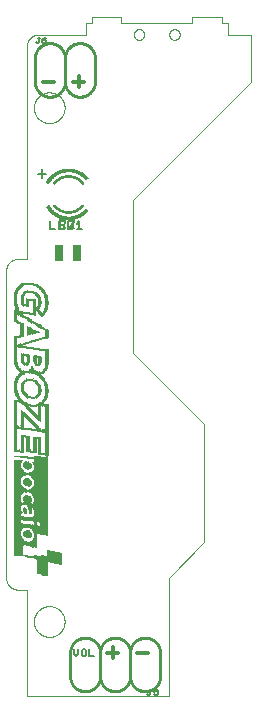
<source format=gto>
G75*
%MOIN*%
%OFA0B0*%
%FSLAX25Y25*%
%IPPOS*%
%LPD*%
%AMOC8*
5,1,8,0,0,1.08239X$1,22.5*
%
%ADD10C,0.00000*%
%ADD11C,0.00039*%
%ADD12C,0.00600*%
%ADD13R,0.00079X0.03071*%
%ADD14R,0.00079X0.03937*%
%ADD15R,0.00079X0.08661*%
%ADD16R,0.00079X0.02677*%
%ADD17R,0.00079X0.17402*%
%ADD18R,0.00079X0.04016*%
%ADD19R,0.00079X0.09213*%
%ADD20R,0.00079X0.03543*%
%ADD21R,0.00079X0.17480*%
%ADD22R,0.00079X0.00079*%
%ADD23R,0.00079X0.32047*%
%ADD24R,0.00079X0.04488*%
%ADD25R,0.00079X0.09370*%
%ADD26R,0.00079X0.31969*%
%ADD27R,0.00079X0.05118*%
%ADD28R,0.00079X0.09685*%
%ADD29R,0.00079X0.05512*%
%ADD30R,0.00079X0.09843*%
%ADD31R,0.00079X0.04882*%
%ADD32R,0.00079X0.06220*%
%ADD33R,0.00079X0.10000*%
%ADD34R,0.00079X0.05433*%
%ADD35R,0.00079X0.06535*%
%ADD36R,0.00079X0.10236*%
%ADD37R,0.00079X0.05748*%
%ADD38R,0.00079X0.00157*%
%ADD39R,0.00079X0.06850*%
%ADD40R,0.00079X0.10551*%
%ADD41R,0.00079X0.06063*%
%ADD42R,0.00079X0.07165*%
%ADD43R,0.00079X0.10630*%
%ADD44R,0.00079X0.06299*%
%ADD45R,0.00079X0.02362*%
%ADD46R,0.00079X0.03858*%
%ADD47R,0.00079X0.01024*%
%ADD48R,0.00079X0.00945*%
%ADD49R,0.00079X0.00866*%
%ADD50R,0.00079X0.02520*%
%ADD51R,0.00079X0.02598*%
%ADD52R,0.00079X0.00787*%
%ADD53R,0.00079X0.31890*%
%ADD54R,0.00079X0.02283*%
%ADD55R,0.00079X0.01969*%
%ADD56R,0.00079X0.03465*%
%ADD57R,0.00079X0.01811*%
%ADD58R,0.00079X0.02992*%
%ADD59R,0.00079X0.01732*%
%ADD60R,0.00079X0.02756*%
%ADD61R,0.00079X0.01890*%
%ADD62R,0.00079X0.00236*%
%ADD63R,0.00079X0.01575*%
%ADD64R,0.00079X0.01496*%
%ADD65R,0.00079X0.00709*%
%ADD66R,0.00079X0.02441*%
%ADD67R,0.00079X0.01417*%
%ADD68R,0.00079X0.01339*%
%ADD69R,0.00079X0.02205*%
%ADD70R,0.00079X0.01181*%
%ADD71R,0.00079X0.01260*%
%ADD72R,0.00079X0.31811*%
%ADD73R,0.00079X0.01102*%
%ADD74R,0.00079X0.02047*%
%ADD75R,0.00079X0.00315*%
%ADD76R,0.00079X0.01654*%
%ADD77R,0.00079X0.31732*%
%ADD78R,0.00079X0.04646*%
%ADD79R,0.00079X0.07323*%
%ADD80R,0.00079X0.07008*%
%ADD81R,0.00079X0.05039*%
%ADD82R,0.00079X0.00394*%
%ADD83R,0.00079X0.04173*%
%ADD84R,0.00079X0.02126*%
%ADD85R,0.00079X0.06693*%
%ADD86R,0.00079X0.04961*%
%ADD87R,0.00079X0.03307*%
%ADD88R,0.00079X0.03622*%
%ADD89R,0.00079X0.00551*%
%ADD90R,0.00079X0.06457*%
%ADD91R,0.00079X0.02913*%
%ADD92R,0.00079X0.00472*%
%ADD93R,0.00079X0.02835*%
%ADD94R,0.00079X0.04803*%
%ADD95R,0.00079X0.06378*%
%ADD96R,0.00079X0.05984*%
%ADD97R,0.00079X0.06142*%
%ADD98R,0.00079X0.03228*%
%ADD99R,0.00079X0.03386*%
%ADD100R,0.00079X0.05906*%
%ADD101R,0.00079X0.00630*%
%ADD102R,0.00079X0.04094*%
%ADD103R,0.00079X0.04567*%
%ADD104R,0.00079X0.03780*%
%ADD105R,0.00079X0.05591*%
%ADD106R,0.00079X0.04252*%
%ADD107R,0.00079X0.04331*%
%ADD108R,0.00079X0.04409*%
%ADD109R,0.00079X0.03701*%
%ADD110R,0.00079X0.05827*%
%ADD111R,0.00079X0.03150*%
%ADD112R,0.00079X0.05197*%
%ADD113R,0.00079X0.05354*%
%ADD114R,0.00079X0.30315*%
%ADD115R,0.00079X0.30394*%
%ADD116R,0.00079X0.30472*%
%ADD117R,0.00079X0.22126*%
%ADD118R,0.00079X0.07795*%
%ADD119R,0.00079X0.22047*%
%ADD120R,0.00079X0.07638*%
%ADD121R,0.00079X0.21969*%
%ADD122R,0.00079X0.21890*%
%ADD123R,0.00079X0.21811*%
%ADD124R,0.00079X0.05669*%
%ADD125R,0.00079X0.22283*%
%ADD126R,0.00079X0.06614*%
%ADD127R,0.00079X0.25906*%
%ADD128R,0.00079X0.25984*%
%ADD129R,0.00079X0.26063*%
%ADD130R,0.00079X0.26142*%
%ADD131R,0.00079X0.26220*%
%ADD132R,0.00079X0.07402*%
%ADD133R,0.00079X0.17008*%
%ADD134R,0.00079X0.26299*%
%ADD135R,0.00079X0.07244*%
%ADD136R,0.00079X0.05276*%
%ADD137R,0.00079X0.17087*%
%ADD138R,0.00079X0.26378*%
%ADD139R,0.00079X0.06772*%
%ADD140C,0.01000*%
%ADD141C,0.01400*%
%ADD142R,0.02559X0.05512*%
%ADD143C,0.00500*%
%ADD144C,0.00060*%
%ADD145C,0.00100*%
D10*
X0021709Y0041556D02*
X0021709Y0143918D01*
X0021711Y0144042D01*
X0021717Y0144165D01*
X0021726Y0144289D01*
X0021740Y0144411D01*
X0021757Y0144534D01*
X0021779Y0144656D01*
X0021804Y0144777D01*
X0021833Y0144897D01*
X0021865Y0145016D01*
X0021902Y0145135D01*
X0021942Y0145252D01*
X0021985Y0145367D01*
X0022033Y0145482D01*
X0022084Y0145594D01*
X0022138Y0145705D01*
X0022196Y0145815D01*
X0022257Y0145922D01*
X0022322Y0146028D01*
X0022390Y0146131D01*
X0022461Y0146232D01*
X0022535Y0146331D01*
X0022612Y0146428D01*
X0022693Y0146522D01*
X0022776Y0146613D01*
X0022862Y0146702D01*
X0022951Y0146788D01*
X0023042Y0146871D01*
X0023136Y0146952D01*
X0023233Y0147029D01*
X0023332Y0147103D01*
X0023433Y0147174D01*
X0023536Y0147242D01*
X0023642Y0147307D01*
X0023749Y0147368D01*
X0023859Y0147426D01*
X0023970Y0147480D01*
X0024082Y0147531D01*
X0024197Y0147579D01*
X0024312Y0147622D01*
X0024429Y0147662D01*
X0024548Y0147699D01*
X0024667Y0147731D01*
X0024787Y0147760D01*
X0024908Y0147785D01*
X0025030Y0147807D01*
X0025153Y0147824D01*
X0025275Y0147838D01*
X0025399Y0147847D01*
X0025522Y0147853D01*
X0025646Y0147855D01*
X0028599Y0147855D01*
X0028599Y0218721D01*
X0028601Y0218845D01*
X0028607Y0218968D01*
X0028616Y0219092D01*
X0028630Y0219214D01*
X0028647Y0219337D01*
X0028669Y0219459D01*
X0028694Y0219580D01*
X0028723Y0219700D01*
X0028755Y0219819D01*
X0028792Y0219938D01*
X0028832Y0220055D01*
X0028875Y0220170D01*
X0028923Y0220285D01*
X0028974Y0220397D01*
X0029028Y0220508D01*
X0029086Y0220618D01*
X0029147Y0220725D01*
X0029212Y0220831D01*
X0029280Y0220934D01*
X0029351Y0221035D01*
X0029425Y0221134D01*
X0029502Y0221231D01*
X0029583Y0221325D01*
X0029666Y0221416D01*
X0029752Y0221505D01*
X0029841Y0221591D01*
X0029932Y0221674D01*
X0030026Y0221755D01*
X0030123Y0221832D01*
X0030222Y0221906D01*
X0030323Y0221977D01*
X0030426Y0222045D01*
X0030532Y0222110D01*
X0030639Y0222171D01*
X0030749Y0222229D01*
X0030860Y0222283D01*
X0030972Y0222334D01*
X0031087Y0222382D01*
X0031202Y0222425D01*
X0031319Y0222465D01*
X0031438Y0222502D01*
X0031557Y0222534D01*
X0031677Y0222563D01*
X0031798Y0222588D01*
X0031920Y0222610D01*
X0032043Y0222627D01*
X0032165Y0222641D01*
X0032289Y0222650D01*
X0032412Y0222656D01*
X0032536Y0222658D01*
X0048284Y0222658D01*
X0048284Y0226595D01*
X0050253Y0226595D01*
X0050253Y0228564D01*
X0060095Y0228564D01*
X0060095Y0226595D01*
X0083717Y0226595D01*
X0083717Y0228564D01*
X0093560Y0228564D01*
X0093560Y0226595D01*
X0095528Y0226595D01*
X0095528Y0222658D01*
X0103402Y0222658D01*
X0103402Y0206910D01*
X0064032Y0167540D01*
X0064032Y0116359D01*
X0087654Y0092737D01*
X0087654Y0053367D01*
X0075843Y0041556D01*
X0075843Y0002186D01*
X0028599Y0002186D01*
X0028599Y0037619D01*
X0025646Y0037619D01*
X0025522Y0037621D01*
X0025399Y0037627D01*
X0025275Y0037636D01*
X0025153Y0037650D01*
X0025030Y0037667D01*
X0024908Y0037689D01*
X0024787Y0037714D01*
X0024667Y0037743D01*
X0024548Y0037775D01*
X0024429Y0037812D01*
X0024312Y0037852D01*
X0024197Y0037895D01*
X0024082Y0037943D01*
X0023970Y0037994D01*
X0023859Y0038048D01*
X0023749Y0038106D01*
X0023642Y0038167D01*
X0023536Y0038232D01*
X0023433Y0038300D01*
X0023332Y0038371D01*
X0023233Y0038445D01*
X0023136Y0038522D01*
X0023042Y0038603D01*
X0022951Y0038686D01*
X0022862Y0038772D01*
X0022776Y0038861D01*
X0022693Y0038952D01*
X0022612Y0039046D01*
X0022535Y0039143D01*
X0022461Y0039242D01*
X0022390Y0039343D01*
X0022322Y0039446D01*
X0022257Y0039552D01*
X0022196Y0039659D01*
X0022138Y0039769D01*
X0022084Y0039880D01*
X0022033Y0039992D01*
X0021985Y0040107D01*
X0021942Y0040222D01*
X0021902Y0040339D01*
X0021865Y0040458D01*
X0021833Y0040577D01*
X0021804Y0040697D01*
X0021779Y0040818D01*
X0021757Y0040940D01*
X0021740Y0041063D01*
X0021726Y0041185D01*
X0021717Y0041309D01*
X0021711Y0041432D01*
X0021709Y0041556D01*
X0064229Y0222658D02*
X0064231Y0222742D01*
X0064237Y0222825D01*
X0064247Y0222908D01*
X0064261Y0222991D01*
X0064278Y0223073D01*
X0064300Y0223154D01*
X0064325Y0223233D01*
X0064354Y0223312D01*
X0064387Y0223389D01*
X0064423Y0223464D01*
X0064463Y0223538D01*
X0064506Y0223610D01*
X0064553Y0223679D01*
X0064603Y0223746D01*
X0064656Y0223811D01*
X0064712Y0223873D01*
X0064770Y0223933D01*
X0064832Y0223990D01*
X0064896Y0224043D01*
X0064963Y0224094D01*
X0065032Y0224141D01*
X0065103Y0224186D01*
X0065176Y0224226D01*
X0065251Y0224263D01*
X0065328Y0224297D01*
X0065406Y0224327D01*
X0065485Y0224353D01*
X0065566Y0224376D01*
X0065648Y0224394D01*
X0065730Y0224409D01*
X0065813Y0224420D01*
X0065896Y0224427D01*
X0065980Y0224430D01*
X0066064Y0224429D01*
X0066147Y0224424D01*
X0066231Y0224415D01*
X0066313Y0224402D01*
X0066395Y0224386D01*
X0066476Y0224365D01*
X0066557Y0224341D01*
X0066635Y0224313D01*
X0066713Y0224281D01*
X0066789Y0224245D01*
X0066863Y0224206D01*
X0066935Y0224164D01*
X0067005Y0224118D01*
X0067073Y0224069D01*
X0067138Y0224017D01*
X0067201Y0223962D01*
X0067261Y0223904D01*
X0067319Y0223843D01*
X0067373Y0223779D01*
X0067425Y0223713D01*
X0067473Y0223645D01*
X0067518Y0223574D01*
X0067559Y0223501D01*
X0067598Y0223427D01*
X0067632Y0223351D01*
X0067663Y0223273D01*
X0067690Y0223194D01*
X0067714Y0223113D01*
X0067733Y0223032D01*
X0067749Y0222950D01*
X0067761Y0222867D01*
X0067769Y0222783D01*
X0067773Y0222700D01*
X0067773Y0222616D01*
X0067769Y0222533D01*
X0067761Y0222449D01*
X0067749Y0222366D01*
X0067733Y0222284D01*
X0067714Y0222203D01*
X0067690Y0222122D01*
X0067663Y0222043D01*
X0067632Y0221965D01*
X0067598Y0221889D01*
X0067559Y0221815D01*
X0067518Y0221742D01*
X0067473Y0221671D01*
X0067425Y0221603D01*
X0067373Y0221537D01*
X0067319Y0221473D01*
X0067261Y0221412D01*
X0067201Y0221354D01*
X0067138Y0221299D01*
X0067073Y0221247D01*
X0067005Y0221198D01*
X0066935Y0221152D01*
X0066863Y0221110D01*
X0066789Y0221071D01*
X0066713Y0221035D01*
X0066635Y0221003D01*
X0066557Y0220975D01*
X0066476Y0220951D01*
X0066395Y0220930D01*
X0066313Y0220914D01*
X0066231Y0220901D01*
X0066147Y0220892D01*
X0066064Y0220887D01*
X0065980Y0220886D01*
X0065896Y0220889D01*
X0065813Y0220896D01*
X0065730Y0220907D01*
X0065648Y0220922D01*
X0065566Y0220940D01*
X0065485Y0220963D01*
X0065406Y0220989D01*
X0065328Y0221019D01*
X0065251Y0221053D01*
X0065176Y0221090D01*
X0065103Y0221130D01*
X0065032Y0221175D01*
X0064963Y0221222D01*
X0064896Y0221273D01*
X0064832Y0221326D01*
X0064770Y0221383D01*
X0064712Y0221443D01*
X0064656Y0221505D01*
X0064603Y0221570D01*
X0064553Y0221637D01*
X0064506Y0221706D01*
X0064463Y0221778D01*
X0064423Y0221852D01*
X0064387Y0221927D01*
X0064354Y0222004D01*
X0064325Y0222083D01*
X0064300Y0222162D01*
X0064278Y0222243D01*
X0064261Y0222325D01*
X0064247Y0222408D01*
X0064237Y0222491D01*
X0064231Y0222574D01*
X0064229Y0222658D01*
X0076040Y0222658D02*
X0076042Y0222742D01*
X0076048Y0222825D01*
X0076058Y0222908D01*
X0076072Y0222991D01*
X0076089Y0223073D01*
X0076111Y0223154D01*
X0076136Y0223233D01*
X0076165Y0223312D01*
X0076198Y0223389D01*
X0076234Y0223464D01*
X0076274Y0223538D01*
X0076317Y0223610D01*
X0076364Y0223679D01*
X0076414Y0223746D01*
X0076467Y0223811D01*
X0076523Y0223873D01*
X0076581Y0223933D01*
X0076643Y0223990D01*
X0076707Y0224043D01*
X0076774Y0224094D01*
X0076843Y0224141D01*
X0076914Y0224186D01*
X0076987Y0224226D01*
X0077062Y0224263D01*
X0077139Y0224297D01*
X0077217Y0224327D01*
X0077296Y0224353D01*
X0077377Y0224376D01*
X0077459Y0224394D01*
X0077541Y0224409D01*
X0077624Y0224420D01*
X0077707Y0224427D01*
X0077791Y0224430D01*
X0077875Y0224429D01*
X0077958Y0224424D01*
X0078042Y0224415D01*
X0078124Y0224402D01*
X0078206Y0224386D01*
X0078287Y0224365D01*
X0078368Y0224341D01*
X0078446Y0224313D01*
X0078524Y0224281D01*
X0078600Y0224245D01*
X0078674Y0224206D01*
X0078746Y0224164D01*
X0078816Y0224118D01*
X0078884Y0224069D01*
X0078949Y0224017D01*
X0079012Y0223962D01*
X0079072Y0223904D01*
X0079130Y0223843D01*
X0079184Y0223779D01*
X0079236Y0223713D01*
X0079284Y0223645D01*
X0079329Y0223574D01*
X0079370Y0223501D01*
X0079409Y0223427D01*
X0079443Y0223351D01*
X0079474Y0223273D01*
X0079501Y0223194D01*
X0079525Y0223113D01*
X0079544Y0223032D01*
X0079560Y0222950D01*
X0079572Y0222867D01*
X0079580Y0222783D01*
X0079584Y0222700D01*
X0079584Y0222616D01*
X0079580Y0222533D01*
X0079572Y0222449D01*
X0079560Y0222366D01*
X0079544Y0222284D01*
X0079525Y0222203D01*
X0079501Y0222122D01*
X0079474Y0222043D01*
X0079443Y0221965D01*
X0079409Y0221889D01*
X0079370Y0221815D01*
X0079329Y0221742D01*
X0079284Y0221671D01*
X0079236Y0221603D01*
X0079184Y0221537D01*
X0079130Y0221473D01*
X0079072Y0221412D01*
X0079012Y0221354D01*
X0078949Y0221299D01*
X0078884Y0221247D01*
X0078816Y0221198D01*
X0078746Y0221152D01*
X0078674Y0221110D01*
X0078600Y0221071D01*
X0078524Y0221035D01*
X0078446Y0221003D01*
X0078368Y0220975D01*
X0078287Y0220951D01*
X0078206Y0220930D01*
X0078124Y0220914D01*
X0078042Y0220901D01*
X0077958Y0220892D01*
X0077875Y0220887D01*
X0077791Y0220886D01*
X0077707Y0220889D01*
X0077624Y0220896D01*
X0077541Y0220907D01*
X0077459Y0220922D01*
X0077377Y0220940D01*
X0077296Y0220963D01*
X0077217Y0220989D01*
X0077139Y0221019D01*
X0077062Y0221053D01*
X0076987Y0221090D01*
X0076914Y0221130D01*
X0076843Y0221175D01*
X0076774Y0221222D01*
X0076707Y0221273D01*
X0076643Y0221326D01*
X0076581Y0221383D01*
X0076523Y0221443D01*
X0076467Y0221505D01*
X0076414Y0221570D01*
X0076364Y0221637D01*
X0076317Y0221706D01*
X0076274Y0221778D01*
X0076234Y0221852D01*
X0076198Y0221927D01*
X0076165Y0222004D01*
X0076136Y0222083D01*
X0076111Y0222162D01*
X0076089Y0222243D01*
X0076072Y0222325D01*
X0076058Y0222408D01*
X0076048Y0222491D01*
X0076042Y0222574D01*
X0076040Y0222658D01*
D11*
X0030961Y0198249D02*
X0030963Y0198392D01*
X0030969Y0198535D01*
X0030979Y0198677D01*
X0030993Y0198819D01*
X0031011Y0198961D01*
X0031033Y0199103D01*
X0031058Y0199243D01*
X0031088Y0199383D01*
X0031122Y0199522D01*
X0031159Y0199660D01*
X0031201Y0199797D01*
X0031246Y0199932D01*
X0031295Y0200066D01*
X0031347Y0200199D01*
X0031403Y0200331D01*
X0031463Y0200460D01*
X0031527Y0200588D01*
X0031594Y0200715D01*
X0031665Y0200839D01*
X0031739Y0200961D01*
X0031816Y0201081D01*
X0031897Y0201199D01*
X0031981Y0201315D01*
X0032068Y0201428D01*
X0032158Y0201539D01*
X0032252Y0201647D01*
X0032348Y0201753D01*
X0032447Y0201855D01*
X0032550Y0201955D01*
X0032654Y0202052D01*
X0032762Y0202147D01*
X0032872Y0202238D01*
X0032985Y0202326D01*
X0033100Y0202410D01*
X0033217Y0202492D01*
X0033337Y0202570D01*
X0033458Y0202645D01*
X0033582Y0202717D01*
X0033708Y0202785D01*
X0033835Y0202849D01*
X0033965Y0202910D01*
X0034096Y0202967D01*
X0034228Y0203021D01*
X0034362Y0203070D01*
X0034497Y0203117D01*
X0034634Y0203159D01*
X0034772Y0203197D01*
X0034910Y0203232D01*
X0035050Y0203262D01*
X0035190Y0203289D01*
X0035331Y0203312D01*
X0035473Y0203331D01*
X0035615Y0203346D01*
X0035758Y0203357D01*
X0035900Y0203364D01*
X0036043Y0203367D01*
X0036186Y0203366D01*
X0036329Y0203361D01*
X0036472Y0203352D01*
X0036614Y0203339D01*
X0036756Y0203322D01*
X0036897Y0203301D01*
X0037038Y0203276D01*
X0037178Y0203248D01*
X0037317Y0203215D01*
X0037455Y0203178D01*
X0037592Y0203138D01*
X0037728Y0203094D01*
X0037863Y0203046D01*
X0037996Y0202994D01*
X0038128Y0202939D01*
X0038258Y0202880D01*
X0038387Y0202817D01*
X0038513Y0202751D01*
X0038638Y0202681D01*
X0038761Y0202608D01*
X0038881Y0202532D01*
X0039000Y0202452D01*
X0039116Y0202368D01*
X0039230Y0202282D01*
X0039341Y0202192D01*
X0039450Y0202100D01*
X0039556Y0202004D01*
X0039660Y0201906D01*
X0039761Y0201804D01*
X0039858Y0201700D01*
X0039953Y0201593D01*
X0040045Y0201484D01*
X0040134Y0201372D01*
X0040220Y0201257D01*
X0040302Y0201141D01*
X0040381Y0201021D01*
X0040457Y0200900D01*
X0040529Y0200777D01*
X0040598Y0200652D01*
X0040663Y0200525D01*
X0040725Y0200396D01*
X0040783Y0200265D01*
X0040838Y0200133D01*
X0040888Y0199999D01*
X0040935Y0199864D01*
X0040979Y0199728D01*
X0041018Y0199591D01*
X0041053Y0199452D01*
X0041085Y0199313D01*
X0041113Y0199173D01*
X0041137Y0199032D01*
X0041157Y0198890D01*
X0041173Y0198748D01*
X0041185Y0198606D01*
X0041193Y0198463D01*
X0041197Y0198320D01*
X0041197Y0198178D01*
X0041193Y0198035D01*
X0041185Y0197892D01*
X0041173Y0197750D01*
X0041157Y0197608D01*
X0041137Y0197466D01*
X0041113Y0197325D01*
X0041085Y0197185D01*
X0041053Y0197046D01*
X0041018Y0196907D01*
X0040979Y0196770D01*
X0040935Y0196634D01*
X0040888Y0196499D01*
X0040838Y0196365D01*
X0040783Y0196233D01*
X0040725Y0196102D01*
X0040663Y0195973D01*
X0040598Y0195846D01*
X0040529Y0195721D01*
X0040457Y0195598D01*
X0040381Y0195477D01*
X0040302Y0195357D01*
X0040220Y0195241D01*
X0040134Y0195126D01*
X0040045Y0195014D01*
X0039953Y0194905D01*
X0039858Y0194798D01*
X0039761Y0194694D01*
X0039660Y0194592D01*
X0039556Y0194494D01*
X0039450Y0194398D01*
X0039341Y0194306D01*
X0039230Y0194216D01*
X0039116Y0194130D01*
X0039000Y0194046D01*
X0038881Y0193966D01*
X0038761Y0193890D01*
X0038638Y0193817D01*
X0038513Y0193747D01*
X0038387Y0193681D01*
X0038258Y0193618D01*
X0038128Y0193559D01*
X0037996Y0193504D01*
X0037863Y0193452D01*
X0037728Y0193404D01*
X0037592Y0193360D01*
X0037455Y0193320D01*
X0037317Y0193283D01*
X0037178Y0193250D01*
X0037038Y0193222D01*
X0036897Y0193197D01*
X0036756Y0193176D01*
X0036614Y0193159D01*
X0036472Y0193146D01*
X0036329Y0193137D01*
X0036186Y0193132D01*
X0036043Y0193131D01*
X0035900Y0193134D01*
X0035758Y0193141D01*
X0035615Y0193152D01*
X0035473Y0193167D01*
X0035331Y0193186D01*
X0035190Y0193209D01*
X0035050Y0193236D01*
X0034910Y0193266D01*
X0034772Y0193301D01*
X0034634Y0193339D01*
X0034497Y0193381D01*
X0034362Y0193428D01*
X0034228Y0193477D01*
X0034096Y0193531D01*
X0033965Y0193588D01*
X0033835Y0193649D01*
X0033708Y0193713D01*
X0033582Y0193781D01*
X0033458Y0193853D01*
X0033337Y0193928D01*
X0033217Y0194006D01*
X0033100Y0194088D01*
X0032985Y0194172D01*
X0032872Y0194260D01*
X0032762Y0194351D01*
X0032654Y0194446D01*
X0032550Y0194543D01*
X0032447Y0194643D01*
X0032348Y0194745D01*
X0032252Y0194851D01*
X0032158Y0194959D01*
X0032068Y0195070D01*
X0031981Y0195183D01*
X0031897Y0195299D01*
X0031816Y0195417D01*
X0031739Y0195537D01*
X0031665Y0195659D01*
X0031594Y0195783D01*
X0031527Y0195910D01*
X0031463Y0196038D01*
X0031403Y0196167D01*
X0031347Y0196299D01*
X0031295Y0196432D01*
X0031246Y0196566D01*
X0031201Y0196701D01*
X0031159Y0196838D01*
X0031122Y0196976D01*
X0031088Y0197115D01*
X0031058Y0197255D01*
X0031033Y0197395D01*
X0031011Y0197537D01*
X0030993Y0197679D01*
X0030979Y0197821D01*
X0030969Y0197963D01*
X0030963Y0198106D01*
X0030961Y0198249D01*
X0030961Y0026989D02*
X0030963Y0027132D01*
X0030969Y0027275D01*
X0030979Y0027417D01*
X0030993Y0027559D01*
X0031011Y0027701D01*
X0031033Y0027843D01*
X0031058Y0027983D01*
X0031088Y0028123D01*
X0031122Y0028262D01*
X0031159Y0028400D01*
X0031201Y0028537D01*
X0031246Y0028672D01*
X0031295Y0028806D01*
X0031347Y0028939D01*
X0031403Y0029071D01*
X0031463Y0029200D01*
X0031527Y0029328D01*
X0031594Y0029455D01*
X0031665Y0029579D01*
X0031739Y0029701D01*
X0031816Y0029821D01*
X0031897Y0029939D01*
X0031981Y0030055D01*
X0032068Y0030168D01*
X0032158Y0030279D01*
X0032252Y0030387D01*
X0032348Y0030493D01*
X0032447Y0030595D01*
X0032550Y0030695D01*
X0032654Y0030792D01*
X0032762Y0030887D01*
X0032872Y0030978D01*
X0032985Y0031066D01*
X0033100Y0031150D01*
X0033217Y0031232D01*
X0033337Y0031310D01*
X0033458Y0031385D01*
X0033582Y0031457D01*
X0033708Y0031525D01*
X0033835Y0031589D01*
X0033965Y0031650D01*
X0034096Y0031707D01*
X0034228Y0031761D01*
X0034362Y0031810D01*
X0034497Y0031857D01*
X0034634Y0031899D01*
X0034772Y0031937D01*
X0034910Y0031972D01*
X0035050Y0032002D01*
X0035190Y0032029D01*
X0035331Y0032052D01*
X0035473Y0032071D01*
X0035615Y0032086D01*
X0035758Y0032097D01*
X0035900Y0032104D01*
X0036043Y0032107D01*
X0036186Y0032106D01*
X0036329Y0032101D01*
X0036472Y0032092D01*
X0036614Y0032079D01*
X0036756Y0032062D01*
X0036897Y0032041D01*
X0037038Y0032016D01*
X0037178Y0031988D01*
X0037317Y0031955D01*
X0037455Y0031918D01*
X0037592Y0031878D01*
X0037728Y0031834D01*
X0037863Y0031786D01*
X0037996Y0031734D01*
X0038128Y0031679D01*
X0038258Y0031620D01*
X0038387Y0031557D01*
X0038513Y0031491D01*
X0038638Y0031421D01*
X0038761Y0031348D01*
X0038881Y0031272D01*
X0039000Y0031192D01*
X0039116Y0031108D01*
X0039230Y0031022D01*
X0039341Y0030932D01*
X0039450Y0030840D01*
X0039556Y0030744D01*
X0039660Y0030646D01*
X0039761Y0030544D01*
X0039858Y0030440D01*
X0039953Y0030333D01*
X0040045Y0030224D01*
X0040134Y0030112D01*
X0040220Y0029997D01*
X0040302Y0029881D01*
X0040381Y0029761D01*
X0040457Y0029640D01*
X0040529Y0029517D01*
X0040598Y0029392D01*
X0040663Y0029265D01*
X0040725Y0029136D01*
X0040783Y0029005D01*
X0040838Y0028873D01*
X0040888Y0028739D01*
X0040935Y0028604D01*
X0040979Y0028468D01*
X0041018Y0028331D01*
X0041053Y0028192D01*
X0041085Y0028053D01*
X0041113Y0027913D01*
X0041137Y0027772D01*
X0041157Y0027630D01*
X0041173Y0027488D01*
X0041185Y0027346D01*
X0041193Y0027203D01*
X0041197Y0027060D01*
X0041197Y0026918D01*
X0041193Y0026775D01*
X0041185Y0026632D01*
X0041173Y0026490D01*
X0041157Y0026348D01*
X0041137Y0026206D01*
X0041113Y0026065D01*
X0041085Y0025925D01*
X0041053Y0025786D01*
X0041018Y0025647D01*
X0040979Y0025510D01*
X0040935Y0025374D01*
X0040888Y0025239D01*
X0040838Y0025105D01*
X0040783Y0024973D01*
X0040725Y0024842D01*
X0040663Y0024713D01*
X0040598Y0024586D01*
X0040529Y0024461D01*
X0040457Y0024338D01*
X0040381Y0024217D01*
X0040302Y0024097D01*
X0040220Y0023981D01*
X0040134Y0023866D01*
X0040045Y0023754D01*
X0039953Y0023645D01*
X0039858Y0023538D01*
X0039761Y0023434D01*
X0039660Y0023332D01*
X0039556Y0023234D01*
X0039450Y0023138D01*
X0039341Y0023046D01*
X0039230Y0022956D01*
X0039116Y0022870D01*
X0039000Y0022786D01*
X0038881Y0022706D01*
X0038761Y0022630D01*
X0038638Y0022557D01*
X0038513Y0022487D01*
X0038387Y0022421D01*
X0038258Y0022358D01*
X0038128Y0022299D01*
X0037996Y0022244D01*
X0037863Y0022192D01*
X0037728Y0022144D01*
X0037592Y0022100D01*
X0037455Y0022060D01*
X0037317Y0022023D01*
X0037178Y0021990D01*
X0037038Y0021962D01*
X0036897Y0021937D01*
X0036756Y0021916D01*
X0036614Y0021899D01*
X0036472Y0021886D01*
X0036329Y0021877D01*
X0036186Y0021872D01*
X0036043Y0021871D01*
X0035900Y0021874D01*
X0035758Y0021881D01*
X0035615Y0021892D01*
X0035473Y0021907D01*
X0035331Y0021926D01*
X0035190Y0021949D01*
X0035050Y0021976D01*
X0034910Y0022006D01*
X0034772Y0022041D01*
X0034634Y0022079D01*
X0034497Y0022121D01*
X0034362Y0022168D01*
X0034228Y0022217D01*
X0034096Y0022271D01*
X0033965Y0022328D01*
X0033835Y0022389D01*
X0033708Y0022453D01*
X0033582Y0022521D01*
X0033458Y0022593D01*
X0033337Y0022668D01*
X0033217Y0022746D01*
X0033100Y0022828D01*
X0032985Y0022912D01*
X0032872Y0023000D01*
X0032762Y0023091D01*
X0032654Y0023186D01*
X0032550Y0023283D01*
X0032447Y0023383D01*
X0032348Y0023485D01*
X0032252Y0023591D01*
X0032158Y0023699D01*
X0032068Y0023810D01*
X0031981Y0023923D01*
X0031897Y0024039D01*
X0031816Y0024157D01*
X0031739Y0024277D01*
X0031665Y0024399D01*
X0031594Y0024523D01*
X0031527Y0024650D01*
X0031463Y0024778D01*
X0031403Y0024907D01*
X0031347Y0025039D01*
X0031295Y0025172D01*
X0031246Y0025306D01*
X0031201Y0025441D01*
X0031159Y0025578D01*
X0031122Y0025716D01*
X0031088Y0025855D01*
X0031058Y0025995D01*
X0031033Y0026135D01*
X0031011Y0026277D01*
X0030993Y0026419D01*
X0030979Y0026561D01*
X0030969Y0026703D01*
X0030963Y0026846D01*
X0030961Y0026989D01*
D12*
X0044345Y0017675D02*
X0044345Y0016237D01*
X0045064Y0015517D01*
X0045783Y0016237D01*
X0045783Y0017675D01*
X0046882Y0017316D02*
X0046882Y0015877D01*
X0047242Y0015517D01*
X0047961Y0015517D01*
X0048321Y0015877D01*
X0048321Y0017316D01*
X0047961Y0017675D01*
X0047242Y0017675D01*
X0046882Y0017316D01*
X0049420Y0017675D02*
X0049420Y0015517D01*
X0050858Y0015517D01*
D13*
X0033323Y0057619D03*
X0033245Y0057619D03*
X0031119Y0053288D03*
X0028284Y0067462D03*
X0026946Y0076359D03*
X0031197Y0080454D03*
X0030961Y0070296D03*
X0033166Y0104076D03*
X0033087Y0113840D03*
X0031512Y0114154D03*
X0029071Y0123840D03*
X0027024Y0114784D03*
X0024662Y0134548D03*
X0035449Y0122895D03*
X0035528Y0122895D03*
D14*
X0025449Y0131595D03*
X0024662Y0128997D03*
X0024741Y0128918D03*
X0024820Y0128840D03*
X0024898Y0128840D03*
X0024977Y0128761D03*
X0025056Y0128761D03*
X0025134Y0128682D03*
X0025292Y0128603D03*
D15*
X0024662Y0117580D03*
D16*
X0024662Y0105296D03*
X0030489Y0110966D03*
X0031197Y0114430D03*
X0029623Y0123800D03*
X0032615Y0131202D03*
X0034977Y0105926D03*
X0028993Y0078997D03*
X0028914Y0078997D03*
X0028835Y0078997D03*
X0028835Y0073406D03*
X0028914Y0073406D03*
X0028993Y0073406D03*
X0030883Y0075847D03*
X0032300Y0057658D03*
X0032772Y0057501D03*
X0032851Y0057501D03*
X0032930Y0057501D03*
X0033009Y0057501D03*
X0030961Y0053091D03*
X0026709Y0066320D03*
D17*
X0025292Y0092186D03*
X0025213Y0092186D03*
X0025134Y0092186D03*
X0024662Y0092265D03*
D18*
X0027497Y0104942D03*
X0024820Y0105257D03*
X0025213Y0128643D03*
X0024741Y0134469D03*
X0027260Y0134154D03*
X0032930Y0104154D03*
X0035607Y0103918D03*
X0029150Y0067068D03*
D19*
X0024741Y0117383D03*
D20*
X0027260Y0114548D03*
X0027339Y0114548D03*
X0027418Y0114548D03*
X0029150Y0114233D03*
X0027260Y0104942D03*
X0024741Y0105257D03*
X0033087Y0104154D03*
X0033087Y0133446D03*
X0028835Y0067304D03*
D21*
X0025056Y0092225D03*
X0024977Y0092225D03*
X0024898Y0092225D03*
X0024820Y0092225D03*
X0024741Y0092225D03*
D22*
X0026631Y0092028D03*
X0026473Y0084154D03*
X0027260Y0080454D03*
X0028048Y0078170D03*
X0029308Y0080217D03*
X0029938Y0084154D03*
X0030646Y0079981D03*
X0030095Y0068406D03*
X0027575Y0064469D03*
X0027418Y0063052D03*
X0027260Y0063052D03*
X0026788Y0062895D03*
X0026788Y0062737D03*
X0026788Y0062580D03*
X0026788Y0062422D03*
X0026788Y0062265D03*
X0026788Y0060690D03*
X0026788Y0060532D03*
X0026788Y0060375D03*
X0026788Y0060217D03*
X0026788Y0060060D03*
X0026788Y0059903D03*
X0027733Y0056595D03*
X0027575Y0048879D03*
X0027812Y0048800D03*
X0027969Y0048800D03*
X0032930Y0042737D03*
X0025056Y0081950D03*
X0024977Y0081950D03*
X0024898Y0081950D03*
X0024820Y0081950D03*
X0024741Y0081950D03*
X0025371Y0101792D03*
X0026158Y0111714D03*
X0025528Y0113288D03*
X0025371Y0113918D03*
X0026631Y0119588D03*
X0026316Y0121477D03*
X0025371Y0133603D03*
X0027733Y0133761D03*
X0028914Y0137304D03*
X0028520Y0129351D03*
X0030410Y0123525D03*
X0030883Y0117540D03*
X0031985Y0115651D03*
X0030725Y0111714D03*
X0030095Y0109666D03*
X0030883Y0107777D03*
X0029623Y0113603D03*
X0028520Y0107777D03*
X0032615Y0123525D03*
X0032851Y0123288D03*
X0031827Y0129036D03*
X0031827Y0129194D03*
X0031827Y0129351D03*
X0031827Y0129509D03*
X0031827Y0129666D03*
X0031827Y0129824D03*
X0031827Y0129981D03*
X0031827Y0130139D03*
X0031827Y0130296D03*
X0031827Y0130454D03*
X0031827Y0130611D03*
X0031827Y0131556D03*
X0031827Y0131714D03*
X0031827Y0131871D03*
X0031827Y0132028D03*
X0031827Y0132186D03*
X0031827Y0132343D03*
X0031827Y0132501D03*
X0031827Y0132658D03*
X0031827Y0132816D03*
X0031827Y0132973D03*
X0031827Y0133131D03*
X0031827Y0133288D03*
X0031827Y0133446D03*
X0031827Y0133603D03*
X0031827Y0133761D03*
X0031827Y0133918D03*
X0031827Y0134076D03*
X0031827Y0134233D03*
X0033087Y0135336D03*
X0033560Y0132973D03*
X0034977Y0132501D03*
X0035607Y0135336D03*
X0035764Y0111871D03*
X0033560Y0103525D03*
X0033087Y0099903D03*
X0035607Y0101792D03*
X0035764Y0102422D03*
X0034977Y0103052D03*
X0034032Y0089981D03*
D23*
X0024898Y0064863D03*
X0024741Y0064863D03*
D24*
X0026709Y0076359D03*
X0031197Y0070296D03*
X0024898Y0105257D03*
X0027497Y0124154D03*
X0027654Y0134312D03*
X0024820Y0134469D03*
D25*
X0024820Y0117304D03*
D26*
X0024820Y0064824D03*
X0024977Y0064824D03*
X0025056Y0064824D03*
X0025134Y0064824D03*
X0025213Y0064824D03*
X0025292Y0064824D03*
D27*
X0035449Y0103840D03*
X0024898Y0134391D03*
D28*
X0024898Y0117147D03*
D29*
X0024977Y0134351D03*
X0032694Y0096950D03*
X0031591Y0085847D03*
X0031512Y0085847D03*
X0031434Y0085847D03*
X0031355Y0085847D03*
X0031276Y0085847D03*
X0031197Y0085847D03*
X0031119Y0085847D03*
X0031749Y0085769D03*
X0031827Y0085769D03*
X0031906Y0085769D03*
X0029544Y0086084D03*
X0029386Y0086162D03*
X0029229Y0086162D03*
X0029150Y0086162D03*
X0029071Y0086162D03*
X0028993Y0086162D03*
X0028914Y0086162D03*
X0028757Y0086241D03*
X0027497Y0051595D03*
D30*
X0024977Y0117068D03*
D31*
X0026946Y0124194D03*
X0024977Y0105217D03*
D32*
X0027182Y0094154D03*
X0025056Y0134312D03*
X0035686Y0114627D03*
X0033245Y0045808D03*
X0033087Y0045808D03*
X0033481Y0045729D03*
X0033638Y0045729D03*
D33*
X0025056Y0116989D03*
D34*
X0025056Y0105257D03*
X0028835Y0086202D03*
X0031434Y0131635D03*
X0031512Y0131635D03*
X0031040Y0131714D03*
D35*
X0035607Y0114469D03*
X0025134Y0134312D03*
X0031197Y0059509D03*
X0034505Y0045651D03*
X0034662Y0045651D03*
X0034898Y0045572D03*
X0035056Y0045572D03*
D36*
X0025134Y0116950D03*
D37*
X0025134Y0105257D03*
X0032694Y0085572D03*
X0032851Y0085493D03*
X0032930Y0085493D03*
X0033009Y0085493D03*
X0033087Y0085493D03*
X0033166Y0085493D03*
X0033323Y0085493D03*
X0033402Y0085414D03*
X0033481Y0085414D03*
X0035764Y0114863D03*
X0027260Y0051714D03*
D38*
X0027733Y0048840D03*
X0027890Y0048840D03*
X0027182Y0063091D03*
X0027182Y0080414D03*
X0025607Y0081910D03*
X0025528Y0081910D03*
X0025449Y0081910D03*
X0025371Y0081910D03*
X0025292Y0081910D03*
X0025213Y0081910D03*
X0025134Y0081910D03*
X0030725Y0079942D03*
X0032772Y0123249D03*
D39*
X0035449Y0114312D03*
X0025213Y0134312D03*
D40*
X0025213Y0116792D03*
D41*
X0025213Y0105257D03*
X0027418Y0094076D03*
X0027497Y0093997D03*
X0027103Y0086202D03*
X0026946Y0086202D03*
X0027654Y0086123D03*
X0029780Y0065729D03*
X0032615Y0045887D03*
X0032772Y0045887D03*
X0032930Y0045887D03*
X0033087Y0096753D03*
D42*
X0035213Y0114233D03*
X0025292Y0134233D03*
D43*
X0025292Y0116753D03*
D44*
X0025292Y0105217D03*
X0027103Y0094194D03*
X0033166Y0096792D03*
X0035134Y0133170D03*
X0026946Y0051989D03*
X0033402Y0045769D03*
X0033560Y0045769D03*
X0033796Y0045690D03*
X0033953Y0045690D03*
D45*
X0031040Y0057973D03*
X0031119Y0065454D03*
X0030725Y0070336D03*
X0029623Y0073328D03*
X0028363Y0079076D03*
X0027182Y0076399D03*
X0026867Y0058525D03*
X0029465Y0056005D03*
X0029544Y0056005D03*
X0034977Y0101753D03*
X0032536Y0131123D03*
X0027024Y0105060D03*
X0025528Y0102855D03*
X0025371Y0107343D03*
X0025371Y0136792D03*
D46*
X0025371Y0131556D03*
X0027418Y0104942D03*
X0026788Y0076438D03*
X0029071Y0067147D03*
X0030016Y0064706D03*
X0031119Y0070217D03*
X0033009Y0133525D03*
D47*
X0031985Y0131084D03*
X0031906Y0136123D03*
X0031827Y0136202D03*
X0033245Y0138170D03*
X0033323Y0138170D03*
X0033402Y0138091D03*
X0033481Y0138013D03*
X0033166Y0138249D03*
X0033087Y0138328D03*
X0032379Y0138800D03*
X0029701Y0127462D03*
X0029544Y0127540D03*
X0029465Y0127619D03*
X0029308Y0127619D03*
X0029229Y0127698D03*
X0029150Y0127777D03*
X0029071Y0127777D03*
X0029938Y0127304D03*
X0030095Y0127225D03*
X0030253Y0127147D03*
X0030331Y0127068D03*
X0030410Y0126989D03*
X0030489Y0126989D03*
X0032221Y0125887D03*
X0032379Y0125808D03*
X0032457Y0125729D03*
X0032615Y0125651D03*
X0032772Y0125572D03*
X0033009Y0125414D03*
X0033166Y0125336D03*
X0033245Y0125257D03*
X0033323Y0125257D03*
X0033402Y0125257D03*
X0033481Y0125178D03*
X0033560Y0125099D03*
X0033717Y0125021D03*
X0031749Y0123446D03*
X0032064Y0112737D03*
X0033166Y0108800D03*
X0033245Y0108721D03*
X0033323Y0108721D03*
X0033402Y0108643D03*
X0033481Y0108564D03*
X0034190Y0110139D03*
X0034347Y0110296D03*
X0034426Y0110375D03*
X0034505Y0110454D03*
X0031985Y0106674D03*
X0031827Y0106753D03*
X0031749Y0106832D03*
X0032221Y0102028D03*
X0032142Y0101950D03*
X0032064Y0095336D03*
X0032221Y0095178D03*
X0032379Y0095021D03*
X0032536Y0094863D03*
X0030804Y0093131D03*
X0030961Y0092973D03*
X0031119Y0092816D03*
X0031276Y0092658D03*
X0031355Y0092658D03*
X0031434Y0092580D03*
X0030646Y0093288D03*
X0033402Y0090690D03*
X0034111Y0090454D03*
X0034190Y0090454D03*
X0034268Y0090454D03*
X0034347Y0090454D03*
X0034505Y0090454D03*
X0034662Y0090375D03*
X0034741Y0090375D03*
X0034820Y0090375D03*
X0034898Y0090375D03*
X0029701Y0076123D03*
X0029623Y0076123D03*
X0028520Y0070611D03*
X0029623Y0070454D03*
X0029701Y0070454D03*
X0030174Y0067619D03*
X0030410Y0065651D03*
X0030804Y0065572D03*
X0029071Y0058879D03*
X0027969Y0066438D03*
X0027103Y0066202D03*
X0027812Y0073525D03*
X0028284Y0076280D03*
X0028363Y0076280D03*
X0025686Y0091714D03*
X0028442Y0102501D03*
X0028520Y0102422D03*
X0028678Y0102265D03*
X0028757Y0102186D03*
X0028835Y0102107D03*
X0029150Y0101950D03*
X0028127Y0106989D03*
X0026867Y0105021D03*
X0026394Y0109036D03*
X0026473Y0109115D03*
X0026709Y0109351D03*
X0026867Y0109430D03*
X0027890Y0109981D03*
X0026552Y0110690D03*
X0026473Y0110769D03*
X0026394Y0110847D03*
X0026079Y0118800D03*
X0026001Y0118800D03*
X0027890Y0112895D03*
X0029623Y0110296D03*
X0029701Y0110296D03*
X0027182Y0128958D03*
X0027103Y0129036D03*
X0025607Y0126989D03*
X0025449Y0127068D03*
X0025371Y0127068D03*
X0028127Y0136438D03*
X0026631Y0138643D03*
X0026709Y0138800D03*
X0026788Y0138800D03*
X0026867Y0138879D03*
X0026946Y0138958D03*
X0027103Y0139036D03*
X0027260Y0139115D03*
X0026394Y0138485D03*
X0031355Y0048406D03*
X0031512Y0048406D03*
X0031670Y0048406D03*
X0031906Y0048328D03*
X0032064Y0048328D03*
D48*
X0031749Y0048367D03*
X0031591Y0048367D03*
X0031434Y0048367D03*
X0031197Y0048446D03*
X0031040Y0048446D03*
X0027890Y0066399D03*
X0028835Y0070572D03*
X0028442Y0070651D03*
X0029465Y0070493D03*
X0029544Y0070493D03*
X0029465Y0076162D03*
X0029308Y0076162D03*
X0028599Y0076241D03*
X0028520Y0076241D03*
X0028442Y0076241D03*
X0025843Y0083800D03*
X0025371Y0083879D03*
X0026316Y0091595D03*
X0026394Y0091595D03*
X0026473Y0091595D03*
X0026552Y0091595D03*
X0026079Y0091674D03*
X0026001Y0091674D03*
X0025922Y0091674D03*
X0025843Y0091674D03*
X0025764Y0091674D03*
X0025528Y0091753D03*
X0025449Y0091753D03*
X0025371Y0091753D03*
X0029229Y0101910D03*
X0029071Y0101989D03*
X0028993Y0102068D03*
X0028914Y0102068D03*
X0029544Y0101832D03*
X0030095Y0101674D03*
X0031512Y0101674D03*
X0031749Y0101753D03*
X0031827Y0101753D03*
X0031906Y0101832D03*
X0031985Y0101832D03*
X0032064Y0101910D03*
X0031906Y0106714D03*
X0031670Y0106871D03*
X0031591Y0106950D03*
X0031512Y0107028D03*
X0031434Y0107028D03*
X0030804Y0107343D03*
X0032142Y0112619D03*
X0033087Y0117658D03*
X0033087Y0121123D03*
X0033245Y0121202D03*
X0033402Y0121202D03*
X0033638Y0121280D03*
X0033717Y0121280D03*
X0033875Y0121359D03*
X0034190Y0121438D03*
X0034347Y0121517D03*
X0034426Y0121517D03*
X0034898Y0124273D03*
X0034820Y0124351D03*
X0034662Y0124430D03*
X0034505Y0124509D03*
X0034347Y0124588D03*
X0034268Y0124666D03*
X0034111Y0124745D03*
X0034032Y0124824D03*
X0033875Y0124903D03*
X0033638Y0125060D03*
X0033087Y0125375D03*
X0032930Y0125454D03*
X0032851Y0125532D03*
X0032694Y0125611D03*
X0032536Y0125690D03*
X0032300Y0125847D03*
X0031985Y0126084D03*
X0031827Y0126162D03*
X0031591Y0126320D03*
X0031512Y0126399D03*
X0031434Y0126399D03*
X0031197Y0126477D03*
X0031119Y0126556D03*
X0030883Y0126714D03*
X0030725Y0126792D03*
X0030174Y0127186D03*
X0030016Y0127265D03*
X0029859Y0127343D03*
X0029780Y0127422D03*
X0029623Y0127501D03*
X0029386Y0127658D03*
X0028993Y0127816D03*
X0028835Y0127973D03*
X0028678Y0128052D03*
X0028442Y0128210D03*
X0028363Y0128288D03*
X0028205Y0128367D03*
X0028048Y0128446D03*
X0027890Y0128525D03*
X0027812Y0128603D03*
X0027654Y0128682D03*
X0027575Y0128761D03*
X0027418Y0128840D03*
X0027339Y0128840D03*
X0027024Y0129076D03*
X0025528Y0127028D03*
X0025843Y0126792D03*
X0026158Y0126635D03*
X0026316Y0126556D03*
X0026709Y0126320D03*
X0026001Y0121832D03*
X0025449Y0121674D03*
X0025371Y0121674D03*
X0025843Y0118840D03*
X0025922Y0118840D03*
X0026631Y0110651D03*
X0026709Y0110572D03*
X0027969Y0110021D03*
X0028048Y0110021D03*
X0028127Y0110021D03*
X0028205Y0110021D03*
X0028678Y0110099D03*
X0028757Y0110099D03*
X0028835Y0110099D03*
X0028914Y0110099D03*
X0028993Y0110099D03*
X0029544Y0110257D03*
X0029150Y0107501D03*
X0028599Y0107343D03*
X0028363Y0107186D03*
X0028284Y0107107D03*
X0028205Y0107028D03*
X0027575Y0119391D03*
X0027733Y0119469D03*
X0027812Y0119469D03*
X0028048Y0119548D03*
X0028284Y0119627D03*
X0029071Y0119863D03*
X0029150Y0119863D03*
X0029308Y0119942D03*
X0029386Y0119942D03*
X0030568Y0124194D03*
X0030253Y0124351D03*
X0030095Y0124430D03*
X0030961Y0129469D03*
X0030253Y0129548D03*
X0031670Y0136320D03*
X0031591Y0136399D03*
X0031512Y0136399D03*
X0031434Y0136477D03*
X0031197Y0136556D03*
X0031749Y0136241D03*
X0032851Y0138446D03*
X0032930Y0138446D03*
X0033009Y0138367D03*
X0032772Y0138525D03*
X0032615Y0138603D03*
X0032536Y0138682D03*
X0032300Y0138840D03*
X0032221Y0138918D03*
X0032142Y0138918D03*
X0032064Y0138997D03*
X0031985Y0138997D03*
X0031906Y0139076D03*
X0031827Y0139076D03*
X0031670Y0139154D03*
X0031434Y0139233D03*
X0031197Y0139312D03*
X0031119Y0139312D03*
X0030568Y0139469D03*
X0028993Y0136871D03*
X0028284Y0136556D03*
X0028205Y0136477D03*
X0026552Y0138603D03*
X0027024Y0138997D03*
X0027182Y0139076D03*
X0027339Y0139154D03*
X0027418Y0139154D03*
X0027575Y0139233D03*
X0027733Y0139312D03*
X0027969Y0139391D03*
X0028048Y0139391D03*
X0031827Y0123485D03*
X0034268Y0110257D03*
X0034111Y0110099D03*
X0034032Y0110021D03*
X0033953Y0110021D03*
X0033875Y0109942D03*
X0033796Y0109942D03*
X0033481Y0090651D03*
X0033560Y0090572D03*
X0033638Y0090572D03*
X0033717Y0090572D03*
X0033796Y0090572D03*
X0034426Y0090414D03*
X0034583Y0090414D03*
X0034977Y0090336D03*
X0032142Y0088052D03*
X0031119Y0081517D03*
X0031040Y0081517D03*
X0030961Y0081517D03*
D49*
X0030883Y0081556D03*
X0030804Y0081556D03*
X0030725Y0081556D03*
X0030646Y0081556D03*
X0030568Y0081556D03*
X0030489Y0081556D03*
X0030410Y0081556D03*
X0030253Y0081556D03*
X0030410Y0083603D03*
X0030568Y0083603D03*
X0029859Y0083761D03*
X0029780Y0083761D03*
X0029701Y0083761D03*
X0029623Y0083761D03*
X0031197Y0090847D03*
X0031355Y0090847D03*
X0030095Y0091005D03*
X0028993Y0091162D03*
X0027890Y0091320D03*
X0026867Y0091477D03*
X0026788Y0091477D03*
X0026237Y0091635D03*
X0026158Y0091635D03*
X0025607Y0091714D03*
X0025607Y0083840D03*
X0025686Y0083840D03*
X0025764Y0083840D03*
X0025528Y0083840D03*
X0025449Y0083840D03*
X0026001Y0083761D03*
X0026079Y0083761D03*
X0026158Y0083761D03*
X0026237Y0083761D03*
X0026316Y0083761D03*
X0026788Y0080139D03*
X0028678Y0076202D03*
X0028757Y0076202D03*
X0028835Y0076202D03*
X0028914Y0076202D03*
X0028993Y0076202D03*
X0029071Y0076202D03*
X0029150Y0076202D03*
X0029229Y0076123D03*
X0029386Y0076123D03*
X0029544Y0076123D03*
X0028914Y0070611D03*
X0028993Y0070532D03*
X0029071Y0070532D03*
X0029150Y0070532D03*
X0029229Y0070532D03*
X0029308Y0070532D03*
X0029386Y0070532D03*
X0028757Y0070611D03*
X0028678Y0070611D03*
X0028599Y0070611D03*
X0027812Y0066359D03*
X0027733Y0066359D03*
X0026788Y0063446D03*
X0030410Y0063603D03*
X0030725Y0065572D03*
X0030489Y0065651D03*
X0030568Y0048485D03*
X0030725Y0048485D03*
X0030883Y0048485D03*
X0031119Y0048406D03*
X0031276Y0048406D03*
X0034347Y0082816D03*
X0032615Y0088013D03*
X0032536Y0088013D03*
X0032457Y0088013D03*
X0032379Y0088013D03*
X0032300Y0088013D03*
X0032064Y0088091D03*
X0031985Y0088091D03*
X0033875Y0090532D03*
X0033953Y0090532D03*
X0034032Y0090532D03*
X0034505Y0099036D03*
X0033560Y0104076D03*
X0032615Y0099194D03*
X0032142Y0099036D03*
X0031434Y0101635D03*
X0031355Y0101635D03*
X0031276Y0101635D03*
X0031197Y0101635D03*
X0031119Y0101635D03*
X0031040Y0101556D03*
X0030883Y0101556D03*
X0030725Y0101556D03*
X0030568Y0101556D03*
X0030410Y0101635D03*
X0030331Y0101635D03*
X0030253Y0101635D03*
X0030174Y0101635D03*
X0029938Y0101714D03*
X0029859Y0101714D03*
X0029780Y0101714D03*
X0029701Y0101792D03*
X0029623Y0101792D03*
X0029465Y0101871D03*
X0029386Y0101871D03*
X0029308Y0101871D03*
X0029938Y0099036D03*
X0031591Y0101714D03*
X0031670Y0101714D03*
X0031355Y0107068D03*
X0031276Y0107068D03*
X0031197Y0107147D03*
X0031119Y0107147D03*
X0031040Y0107225D03*
X0030961Y0107225D03*
X0030725Y0107383D03*
X0030646Y0107383D03*
X0030568Y0107383D03*
X0030489Y0107462D03*
X0030410Y0107462D03*
X0030331Y0107462D03*
X0030253Y0107462D03*
X0030174Y0107462D03*
X0030095Y0107540D03*
X0029938Y0107540D03*
X0029859Y0107540D03*
X0029780Y0107540D03*
X0029701Y0107540D03*
X0029623Y0107540D03*
X0029544Y0107540D03*
X0029465Y0107540D03*
X0029308Y0107540D03*
X0029071Y0107462D03*
X0028993Y0107462D03*
X0028914Y0107462D03*
X0028835Y0107383D03*
X0028757Y0107383D03*
X0028678Y0107383D03*
X0028520Y0107225D03*
X0028442Y0107225D03*
X0028442Y0110060D03*
X0028520Y0110060D03*
X0028599Y0110060D03*
X0028363Y0110060D03*
X0028284Y0110060D03*
X0029308Y0110217D03*
X0029386Y0110217D03*
X0029465Y0110217D03*
X0028678Y0112737D03*
X0028127Y0112737D03*
X0028048Y0112737D03*
X0027969Y0112816D03*
X0026788Y0110532D03*
X0026867Y0110454D03*
X0028048Y0115729D03*
X0027969Y0115808D03*
X0027890Y0115808D03*
X0027812Y0115808D03*
X0027733Y0115808D03*
X0028205Y0115729D03*
X0028284Y0115729D03*
X0028363Y0115729D03*
X0028442Y0115729D03*
X0028520Y0115729D03*
X0028678Y0115729D03*
X0028757Y0115651D03*
X0029150Y0118249D03*
X0029308Y0118249D03*
X0030410Y0118091D03*
X0031040Y0117934D03*
X0031119Y0117934D03*
X0031197Y0117934D03*
X0031276Y0117934D03*
X0031355Y0117934D03*
X0031434Y0117934D03*
X0031512Y0117934D03*
X0031591Y0117855D03*
X0031670Y0117855D03*
X0031749Y0117855D03*
X0031827Y0117855D03*
X0031906Y0117855D03*
X0031985Y0117855D03*
X0032142Y0117777D03*
X0032221Y0117777D03*
X0032300Y0117777D03*
X0032379Y0117777D03*
X0032457Y0117777D03*
X0032536Y0117777D03*
X0032615Y0117777D03*
X0032694Y0117698D03*
X0032772Y0117698D03*
X0032851Y0117698D03*
X0032930Y0117698D03*
X0033009Y0117698D03*
X0033245Y0117619D03*
X0033323Y0117619D03*
X0033402Y0117619D03*
X0033481Y0117619D03*
X0033560Y0117619D03*
X0033638Y0117619D03*
X0033717Y0117619D03*
X0033875Y0117540D03*
X0033953Y0117540D03*
X0034032Y0117540D03*
X0034111Y0117540D03*
X0034190Y0117540D03*
X0034268Y0117540D03*
X0034347Y0117462D03*
X0034426Y0117462D03*
X0034505Y0117462D03*
X0034583Y0117462D03*
X0034662Y0117462D03*
X0034741Y0117462D03*
X0034820Y0117462D03*
X0034898Y0117383D03*
X0034977Y0117383D03*
X0034111Y0121399D03*
X0034032Y0121399D03*
X0033953Y0121399D03*
X0033796Y0121320D03*
X0033560Y0121241D03*
X0033481Y0121241D03*
X0033323Y0121162D03*
X0033166Y0121162D03*
X0032615Y0120926D03*
X0032300Y0120847D03*
X0031985Y0120769D03*
X0031512Y0120611D03*
X0031197Y0120532D03*
X0030883Y0120454D03*
X0030410Y0120296D03*
X0030174Y0120217D03*
X0029938Y0120139D03*
X0029465Y0119981D03*
X0029229Y0119903D03*
X0028993Y0119824D03*
X0028914Y0119824D03*
X0028835Y0119824D03*
X0028757Y0119745D03*
X0028678Y0119745D03*
X0028599Y0119745D03*
X0028520Y0119666D03*
X0028442Y0119666D03*
X0028363Y0119666D03*
X0028205Y0119588D03*
X0028127Y0119588D03*
X0027969Y0119509D03*
X0027890Y0119509D03*
X0027654Y0119430D03*
X0028205Y0118406D03*
X0026631Y0122028D03*
X0026552Y0122028D03*
X0026473Y0122028D03*
X0026237Y0121871D03*
X0026158Y0121871D03*
X0026079Y0121871D03*
X0025922Y0121792D03*
X0025843Y0121792D03*
X0025764Y0121792D03*
X0025686Y0121714D03*
X0025607Y0121714D03*
X0025528Y0121714D03*
X0025686Y0118800D03*
X0025764Y0118800D03*
X0025371Y0118721D03*
X0026631Y0126359D03*
X0026552Y0126438D03*
X0026473Y0126438D03*
X0026394Y0126517D03*
X0026237Y0126595D03*
X0026079Y0126674D03*
X0026001Y0126753D03*
X0025922Y0126753D03*
X0025764Y0126832D03*
X0025686Y0126910D03*
X0027260Y0128879D03*
X0027497Y0128800D03*
X0027733Y0128643D03*
X0027969Y0128485D03*
X0028127Y0128406D03*
X0028284Y0128328D03*
X0028520Y0128170D03*
X0028599Y0128091D03*
X0028757Y0128013D03*
X0028914Y0127934D03*
X0029150Y0129666D03*
X0029229Y0129666D03*
X0029308Y0129666D03*
X0029386Y0129666D03*
X0029465Y0129666D03*
X0029544Y0129666D03*
X0029623Y0129588D03*
X0029780Y0129588D03*
X0029859Y0129588D03*
X0029938Y0129588D03*
X0030016Y0129588D03*
X0030095Y0129588D03*
X0030331Y0129509D03*
X0030410Y0129509D03*
X0030489Y0129509D03*
X0030568Y0129509D03*
X0030646Y0129509D03*
X0030725Y0129430D03*
X0030804Y0129430D03*
X0030883Y0129430D03*
X0030568Y0126910D03*
X0030646Y0126832D03*
X0030804Y0126753D03*
X0030961Y0126674D03*
X0031040Y0126595D03*
X0031276Y0126438D03*
X0031355Y0126438D03*
X0031670Y0126280D03*
X0031749Y0126202D03*
X0031906Y0126123D03*
X0032064Y0126044D03*
X0032142Y0125966D03*
X0030646Y0124154D03*
X0030725Y0124076D03*
X0030489Y0124233D03*
X0030410Y0124233D03*
X0030331Y0124312D03*
X0030174Y0124391D03*
X0030016Y0124469D03*
X0029938Y0124548D03*
X0030489Y0123131D03*
X0030568Y0123131D03*
X0030646Y0123131D03*
X0030725Y0123131D03*
X0030095Y0122973D03*
X0031906Y0123446D03*
X0031985Y0123446D03*
X0032457Y0115099D03*
X0032615Y0112580D03*
X0032221Y0112580D03*
X0033166Y0109824D03*
X0033245Y0109824D03*
X0033323Y0109824D03*
X0033402Y0109824D03*
X0033481Y0109824D03*
X0033560Y0109903D03*
X0033638Y0109903D03*
X0033717Y0109903D03*
X0034268Y0121477D03*
X0034505Y0121556D03*
X0034583Y0121556D03*
X0034662Y0121556D03*
X0034741Y0121635D03*
X0034820Y0121635D03*
X0034898Y0121635D03*
X0034977Y0121714D03*
X0034977Y0124233D03*
X0034741Y0124391D03*
X0034583Y0124469D03*
X0034426Y0124548D03*
X0034190Y0124706D03*
X0033953Y0124863D03*
X0033796Y0124942D03*
X0033560Y0133525D03*
X0032694Y0138564D03*
X0032457Y0138721D03*
X0031749Y0139115D03*
X0031591Y0139194D03*
X0031512Y0139194D03*
X0031355Y0139273D03*
X0031276Y0139273D03*
X0031040Y0139351D03*
X0030961Y0139351D03*
X0030883Y0139351D03*
X0030804Y0139430D03*
X0030725Y0139430D03*
X0030646Y0139430D03*
X0030410Y0139509D03*
X0030331Y0139509D03*
X0030253Y0139509D03*
X0030174Y0139509D03*
X0030095Y0139509D03*
X0029938Y0139509D03*
X0029859Y0139588D03*
X0029780Y0139588D03*
X0029701Y0139588D03*
X0029623Y0139588D03*
X0029544Y0139588D03*
X0029465Y0139588D03*
X0029386Y0139588D03*
X0029308Y0139588D03*
X0029229Y0139588D03*
X0029150Y0139588D03*
X0029071Y0139588D03*
X0028993Y0139588D03*
X0028914Y0139588D03*
X0028835Y0139509D03*
X0028678Y0139509D03*
X0028599Y0139509D03*
X0028520Y0139509D03*
X0028442Y0139509D03*
X0028363Y0139509D03*
X0028284Y0139430D03*
X0028205Y0139430D03*
X0028127Y0139430D03*
X0027890Y0139351D03*
X0027812Y0139351D03*
X0027654Y0139273D03*
X0027497Y0139194D03*
X0028442Y0136674D03*
X0028520Y0136674D03*
X0028363Y0136595D03*
X0028678Y0136753D03*
X0028835Y0136832D03*
X0029071Y0136910D03*
X0029150Y0136910D03*
X0029229Y0136910D03*
X0029308Y0136910D03*
X0029386Y0136910D03*
X0029465Y0136989D03*
X0029623Y0136989D03*
X0029780Y0136989D03*
X0029938Y0136989D03*
X0030016Y0136910D03*
X0030095Y0136910D03*
X0030174Y0136910D03*
X0030253Y0136910D03*
X0030331Y0136910D03*
X0030410Y0136832D03*
X0030725Y0136753D03*
X0030883Y0136674D03*
X0030961Y0136674D03*
X0031040Y0136674D03*
X0031119Y0136595D03*
X0031276Y0136517D03*
X0031355Y0136517D03*
X0030883Y0133997D03*
X0029938Y0134154D03*
X0028993Y0129745D03*
X0028914Y0129745D03*
X0028835Y0129745D03*
X0028757Y0129745D03*
X0028678Y0129745D03*
X0028599Y0129745D03*
X0028048Y0129903D03*
X0028048Y0132422D03*
X0025686Y0100454D03*
X0028363Y0088643D03*
D50*
X0028520Y0079076D03*
X0028599Y0079076D03*
X0028599Y0073406D03*
X0029308Y0073328D03*
X0029386Y0073328D03*
X0029465Y0073328D03*
X0027182Y0070808D03*
X0027103Y0076399D03*
X0031119Y0057895D03*
X0032694Y0057501D03*
X0030883Y0053013D03*
X0029386Y0056005D03*
X0029308Y0056005D03*
X0029229Y0056005D03*
X0029150Y0056005D03*
X0028835Y0056084D03*
X0028757Y0056084D03*
X0028678Y0056084D03*
X0025449Y0103170D03*
X0025449Y0112540D03*
X0025371Y0112540D03*
X0033481Y0114115D03*
D51*
X0035843Y0122895D03*
X0034977Y0131084D03*
X0034977Y0135336D03*
X0029780Y0123761D03*
X0029701Y0123761D03*
X0025764Y0130611D03*
X0025371Y0103210D03*
X0028678Y0079036D03*
X0028757Y0079036D03*
X0029071Y0078958D03*
X0029150Y0078958D03*
X0029229Y0078958D03*
X0028757Y0073446D03*
X0028678Y0073446D03*
X0028520Y0073446D03*
X0029071Y0073367D03*
X0029150Y0073367D03*
X0029229Y0073367D03*
X0030804Y0070296D03*
X0032379Y0057619D03*
X0032457Y0057540D03*
X0032536Y0057540D03*
X0032615Y0057540D03*
X0029071Y0056044D03*
X0028993Y0056044D03*
X0028914Y0056044D03*
X0035764Y0103840D03*
D52*
X0034898Y0098997D03*
X0034820Y0098997D03*
X0034741Y0098997D03*
X0034662Y0098997D03*
X0034583Y0098997D03*
X0034347Y0099076D03*
X0034268Y0099076D03*
X0034190Y0099076D03*
X0034111Y0099076D03*
X0032536Y0099154D03*
X0032457Y0099154D03*
X0032379Y0099076D03*
X0032300Y0099076D03*
X0032221Y0099076D03*
X0032064Y0098997D03*
X0031985Y0098997D03*
X0031906Y0098997D03*
X0031827Y0098997D03*
X0031749Y0098997D03*
X0031434Y0098918D03*
X0031355Y0098918D03*
X0031276Y0098918D03*
X0031197Y0098918D03*
X0031119Y0098918D03*
X0031040Y0098918D03*
X0030961Y0098918D03*
X0030883Y0098918D03*
X0030804Y0098918D03*
X0030725Y0098918D03*
X0030646Y0098918D03*
X0030331Y0098997D03*
X0030253Y0098997D03*
X0030174Y0098997D03*
X0030095Y0098997D03*
X0030016Y0098997D03*
X0029859Y0099076D03*
X0029780Y0099076D03*
X0029701Y0099076D03*
X0029623Y0099076D03*
X0029544Y0099154D03*
X0029465Y0099154D03*
X0029386Y0099154D03*
X0029308Y0099154D03*
X0029229Y0099154D03*
X0030016Y0101674D03*
X0030489Y0101595D03*
X0030646Y0101595D03*
X0030804Y0101595D03*
X0030961Y0101595D03*
X0030883Y0107265D03*
X0030016Y0107501D03*
X0029386Y0107501D03*
X0029229Y0107501D03*
X0029229Y0110178D03*
X0029150Y0110178D03*
X0029071Y0110178D03*
X0028599Y0112698D03*
X0028442Y0112698D03*
X0028363Y0112698D03*
X0028284Y0112698D03*
X0028205Y0112698D03*
X0028599Y0115690D03*
X0028127Y0115769D03*
X0028757Y0118288D03*
X0028835Y0118288D03*
X0028914Y0118288D03*
X0028993Y0118288D03*
X0029071Y0118288D03*
X0029386Y0118210D03*
X0029465Y0118210D03*
X0029544Y0118210D03*
X0029623Y0118210D03*
X0029701Y0118210D03*
X0029780Y0118210D03*
X0029938Y0118131D03*
X0030016Y0118131D03*
X0030095Y0118131D03*
X0030174Y0118131D03*
X0030253Y0118131D03*
X0030331Y0118131D03*
X0030489Y0118052D03*
X0030568Y0118052D03*
X0030646Y0118052D03*
X0030725Y0118052D03*
X0030804Y0118052D03*
X0032064Y0117816D03*
X0033166Y0117658D03*
X0033796Y0117580D03*
X0032772Y0120966D03*
X0032694Y0120966D03*
X0032851Y0121044D03*
X0032930Y0121044D03*
X0033009Y0121044D03*
X0032536Y0120887D03*
X0032457Y0120887D03*
X0032379Y0120887D03*
X0032221Y0120808D03*
X0032142Y0120808D03*
X0032064Y0120808D03*
X0031906Y0120729D03*
X0031827Y0120729D03*
X0031749Y0120651D03*
X0031670Y0120651D03*
X0031591Y0120651D03*
X0031434Y0120572D03*
X0031355Y0120572D03*
X0031276Y0120572D03*
X0031119Y0120493D03*
X0031040Y0120493D03*
X0030961Y0120493D03*
X0030804Y0120414D03*
X0030725Y0120414D03*
X0030646Y0120336D03*
X0030568Y0120336D03*
X0030489Y0120336D03*
X0030331Y0120257D03*
X0030253Y0120257D03*
X0030095Y0120178D03*
X0030016Y0120178D03*
X0029859Y0120099D03*
X0029780Y0120099D03*
X0029701Y0120099D03*
X0029623Y0120021D03*
X0029544Y0120021D03*
X0028599Y0118367D03*
X0028520Y0118367D03*
X0028442Y0118367D03*
X0028363Y0118367D03*
X0028284Y0118367D03*
X0028048Y0118446D03*
X0027969Y0118446D03*
X0027890Y0118446D03*
X0027812Y0118446D03*
X0027733Y0118446D03*
X0026709Y0122068D03*
X0026394Y0121989D03*
X0026316Y0121989D03*
X0025607Y0118761D03*
X0025528Y0118761D03*
X0025449Y0118761D03*
X0027497Y0129942D03*
X0027575Y0129942D03*
X0027654Y0129942D03*
X0027733Y0129942D03*
X0027812Y0129942D03*
X0027890Y0129942D03*
X0028127Y0129863D03*
X0028205Y0129863D03*
X0028284Y0129863D03*
X0028363Y0129863D03*
X0028442Y0129863D03*
X0029071Y0129706D03*
X0029701Y0129627D03*
X0030174Y0129548D03*
X0028520Y0132383D03*
X0028442Y0132383D03*
X0028363Y0132383D03*
X0028284Y0132383D03*
X0028205Y0132383D03*
X0027969Y0132462D03*
X0027890Y0132462D03*
X0029544Y0134194D03*
X0029623Y0134194D03*
X0029701Y0134194D03*
X0029780Y0134194D03*
X0030016Y0134115D03*
X0030095Y0134115D03*
X0030174Y0134115D03*
X0030253Y0134115D03*
X0030331Y0134115D03*
X0030489Y0134036D03*
X0030568Y0134036D03*
X0030646Y0134036D03*
X0030725Y0134036D03*
X0030804Y0134036D03*
X0030961Y0133958D03*
X0030804Y0136714D03*
X0030646Y0136792D03*
X0030568Y0136792D03*
X0030489Y0136792D03*
X0029859Y0136950D03*
X0029701Y0136950D03*
X0029544Y0136950D03*
X0028914Y0136792D03*
X0028757Y0136792D03*
X0028599Y0136714D03*
X0028757Y0139548D03*
X0030016Y0139548D03*
X0030489Y0139469D03*
X0031906Y0131123D03*
X0032064Y0123406D03*
X0032142Y0123406D03*
X0032142Y0115139D03*
X0032064Y0115139D03*
X0032221Y0115139D03*
X0032300Y0115139D03*
X0032379Y0115139D03*
X0032615Y0115060D03*
X0032694Y0115060D03*
X0032379Y0112540D03*
X0032300Y0112540D03*
X0030410Y0123013D03*
X0030331Y0123013D03*
X0030253Y0123013D03*
X0030174Y0123013D03*
X0030016Y0122934D03*
X0029938Y0122934D03*
X0027260Y0130021D03*
X0027182Y0130021D03*
X0027103Y0130021D03*
X0027024Y0130021D03*
X0025607Y0100493D03*
X0025528Y0100493D03*
X0025449Y0100493D03*
X0025371Y0100493D03*
X0025843Y0100414D03*
X0025922Y0100414D03*
X0026001Y0100414D03*
X0026079Y0100414D03*
X0026631Y0091517D03*
X0026709Y0091517D03*
X0027812Y0091359D03*
X0027969Y0091280D03*
X0028048Y0091280D03*
X0028127Y0091280D03*
X0028205Y0091280D03*
X0028284Y0091280D03*
X0028363Y0091280D03*
X0028520Y0091202D03*
X0028599Y0091202D03*
X0028678Y0091202D03*
X0028757Y0091202D03*
X0028835Y0091202D03*
X0028914Y0091202D03*
X0029071Y0091123D03*
X0029150Y0091123D03*
X0029229Y0091123D03*
X0029308Y0091123D03*
X0029386Y0091123D03*
X0029465Y0091123D03*
X0029544Y0091123D03*
X0029701Y0091044D03*
X0029780Y0091044D03*
X0029859Y0091044D03*
X0029938Y0091044D03*
X0030016Y0091044D03*
X0030253Y0090966D03*
X0030331Y0090966D03*
X0030410Y0090966D03*
X0030489Y0090966D03*
X0030568Y0090966D03*
X0030804Y0090887D03*
X0030883Y0090887D03*
X0030961Y0090887D03*
X0031040Y0090887D03*
X0031119Y0090887D03*
X0031276Y0090808D03*
X0031434Y0090808D03*
X0031512Y0090808D03*
X0031591Y0090808D03*
X0031670Y0090808D03*
X0031749Y0090808D03*
X0031906Y0090729D03*
X0031985Y0090729D03*
X0032064Y0090729D03*
X0032142Y0090729D03*
X0032221Y0090729D03*
X0032221Y0088052D03*
X0030961Y0083564D03*
X0030883Y0083564D03*
X0030804Y0083564D03*
X0030725Y0083564D03*
X0030646Y0083564D03*
X0030331Y0083643D03*
X0030253Y0083643D03*
X0030174Y0083643D03*
X0030095Y0083643D03*
X0030016Y0083643D03*
X0030016Y0081595D03*
X0029938Y0081595D03*
X0029859Y0081595D03*
X0030095Y0081595D03*
X0030174Y0081595D03*
X0030331Y0081595D03*
X0030253Y0073249D03*
X0027654Y0066320D03*
X0027182Y0066162D03*
X0030410Y0048525D03*
X0030646Y0048446D03*
X0030804Y0048446D03*
X0030961Y0048446D03*
X0034977Y0082698D03*
X0034820Y0082777D03*
X0034741Y0082777D03*
X0034662Y0082777D03*
X0034583Y0082777D03*
X0034505Y0082777D03*
X0034426Y0082777D03*
X0034268Y0082855D03*
X0034190Y0082855D03*
X0034111Y0082855D03*
X0034032Y0082855D03*
X0033953Y0082855D03*
X0033875Y0082855D03*
X0033717Y0082934D03*
X0033638Y0082934D03*
X0033560Y0082934D03*
X0028678Y0088603D03*
X0028599Y0088603D03*
X0028520Y0088603D03*
X0028442Y0088603D03*
X0028205Y0088682D03*
X0028127Y0088682D03*
X0028048Y0088682D03*
X0027969Y0088682D03*
X0027890Y0088682D03*
X0026867Y0083643D03*
X0026788Y0083643D03*
X0026709Y0083643D03*
X0026631Y0083643D03*
X0026552Y0083643D03*
X0026394Y0083721D03*
X0025922Y0083800D03*
D53*
X0025922Y0064784D03*
X0026001Y0064784D03*
X0025843Y0064784D03*
X0025764Y0064784D03*
X0025686Y0064784D03*
X0025607Y0064784D03*
X0025528Y0064784D03*
X0025449Y0064784D03*
X0025371Y0064784D03*
D54*
X0027260Y0070769D03*
X0028363Y0073525D03*
X0029544Y0078879D03*
X0029623Y0078879D03*
X0030725Y0075887D03*
X0029780Y0073288D03*
X0029701Y0073288D03*
X0028284Y0079115D03*
X0028363Y0056123D03*
X0028442Y0056123D03*
X0029623Y0055966D03*
X0030725Y0052973D03*
X0025449Y0107383D03*
X0029623Y0114863D03*
X0031119Y0114627D03*
X0030646Y0110690D03*
X0025449Y0136832D03*
D55*
X0025528Y0137068D03*
X0026001Y0130139D03*
X0025528Y0112186D03*
X0025528Y0107619D03*
X0026946Y0105099D03*
X0025607Y0102580D03*
X0028993Y0098721D03*
X0029071Y0098643D03*
X0030804Y0110532D03*
X0030253Y0110611D03*
X0034820Y0106517D03*
X0034898Y0101477D03*
X0032300Y0091241D03*
X0030568Y0075966D03*
X0029859Y0073210D03*
X0030489Y0070375D03*
X0031040Y0065572D03*
X0030095Y0063761D03*
X0030804Y0058249D03*
X0029859Y0055966D03*
X0028127Y0056202D03*
X0027497Y0070769D03*
X0028127Y0073525D03*
X0027339Y0076359D03*
X0028127Y0079036D03*
X0034820Y0130454D03*
D56*
X0035686Y0133170D03*
X0025528Y0131280D03*
X0031040Y0070257D03*
X0028757Y0067343D03*
D57*
X0028127Y0063997D03*
X0028048Y0063997D03*
X0028205Y0063918D03*
X0028284Y0063918D03*
X0028363Y0063840D03*
X0027260Y0058800D03*
X0028048Y0056202D03*
X0027575Y0053367D03*
X0030095Y0052816D03*
X0030174Y0052816D03*
X0030174Y0063761D03*
X0030410Y0070375D03*
X0030489Y0075966D03*
X0027575Y0076359D03*
X0028048Y0073525D03*
X0027575Y0070769D03*
X0032457Y0091162D03*
X0032379Y0091241D03*
X0034820Y0101241D03*
X0034741Y0106753D03*
X0034662Y0106910D03*
X0033009Y0109351D03*
X0028835Y0098879D03*
X0026394Y0100847D03*
X0025764Y0102186D03*
X0025607Y0107855D03*
X0026946Y0129509D03*
X0026788Y0129588D03*
X0026079Y0130060D03*
X0025607Y0137304D03*
X0032694Y0132028D03*
X0032379Y0131084D03*
X0033481Y0133446D03*
X0034741Y0136123D03*
D58*
X0029150Y0123879D03*
X0025607Y0131044D03*
X0027103Y0104981D03*
X0033166Y0113879D03*
X0027024Y0070887D03*
X0028127Y0067422D03*
X0028205Y0067422D03*
D59*
X0028048Y0067973D03*
X0027654Y0070729D03*
X0027969Y0064036D03*
X0028442Y0063800D03*
X0029938Y0067737D03*
X0029938Y0073249D03*
X0028048Y0079154D03*
X0032536Y0091123D03*
X0033953Y0099627D03*
X0033481Y0104036D03*
X0034583Y0107107D03*
X0032930Y0109391D03*
X0030961Y0110336D03*
X0028599Y0099076D03*
X0028757Y0098918D03*
X0026473Y0100808D03*
X0025843Y0102068D03*
X0025686Y0107973D03*
X0027024Y0109942D03*
X0025686Y0111832D03*
X0025607Y0111989D03*
X0026867Y0129548D03*
X0026709Y0129627D03*
X0026158Y0129942D03*
X0025686Y0137422D03*
X0030804Y0123643D03*
X0034662Y0136320D03*
X0030883Y0061123D03*
X0030646Y0058367D03*
X0030568Y0058367D03*
X0027654Y0053328D03*
D60*
X0026788Y0058406D03*
X0027103Y0070847D03*
X0027024Y0076438D03*
X0032221Y0057698D03*
X0033245Y0104076D03*
X0033323Y0104076D03*
X0033402Y0113997D03*
X0035764Y0133210D03*
X0029465Y0133210D03*
X0029386Y0133210D03*
X0029308Y0133210D03*
X0029071Y0133288D03*
X0028993Y0133288D03*
X0028914Y0133288D03*
X0028757Y0133288D03*
X0028678Y0133367D03*
X0029544Y0123840D03*
X0025686Y0130847D03*
D61*
X0026946Y0109942D03*
X0027733Y0103564D03*
X0028914Y0098761D03*
X0030883Y0110414D03*
X0032694Y0105532D03*
X0033087Y0109312D03*
X0034032Y0099627D03*
X0029938Y0078840D03*
X0027497Y0076399D03*
X0030961Y0061202D03*
X0030725Y0058288D03*
X0029938Y0055926D03*
X0030253Y0052855D03*
X0030331Y0052855D03*
X0027182Y0058761D03*
X0025686Y0102383D03*
X0032694Y0134981D03*
D62*
X0032694Y0123288D03*
X0032615Y0123288D03*
X0026237Y0081871D03*
X0026158Y0081871D03*
X0026079Y0081871D03*
X0026001Y0081871D03*
X0025922Y0081871D03*
X0025843Y0081871D03*
X0025764Y0081871D03*
X0025686Y0081871D03*
X0027103Y0080454D03*
X0027103Y0063131D03*
X0028048Y0048800D03*
X0028127Y0048721D03*
X0028284Y0048721D03*
X0030804Y0079903D03*
D63*
X0030331Y0076005D03*
X0030016Y0073249D03*
X0030253Y0070414D03*
X0030016Y0067737D03*
X0028520Y0063721D03*
X0027969Y0067973D03*
X0027812Y0070729D03*
X0027969Y0073564D03*
X0027969Y0079154D03*
X0032694Y0091044D03*
X0033796Y0099548D03*
X0034505Y0107265D03*
X0032694Y0109469D03*
X0031197Y0110178D03*
X0031119Y0110257D03*
X0030174Y0110572D03*
X0027812Y0103328D03*
X0026552Y0100729D03*
X0026001Y0101753D03*
X0025922Y0101910D03*
X0028284Y0099312D03*
X0028363Y0099233D03*
X0027182Y0109942D03*
X0025764Y0111674D03*
X0026946Y0118918D03*
X0027103Y0118918D03*
X0026473Y0129706D03*
X0026394Y0129706D03*
X0025764Y0137580D03*
X0027733Y0132855D03*
X0030961Y0123564D03*
X0031040Y0123564D03*
X0034662Y0130021D03*
X0034741Y0130257D03*
X0034505Y0136714D03*
X0032694Y0102698D03*
X0030646Y0061044D03*
X0030489Y0058446D03*
X0030410Y0058446D03*
X0027575Y0058840D03*
X0027497Y0058840D03*
X0027812Y0053249D03*
X0027969Y0053170D03*
X0028048Y0053170D03*
D64*
X0028127Y0053131D03*
X0028205Y0053052D03*
X0028284Y0053052D03*
X0028363Y0053052D03*
X0028835Y0052895D03*
X0028993Y0052895D03*
X0029308Y0052816D03*
X0029386Y0052816D03*
X0029465Y0052816D03*
X0029544Y0052816D03*
X0029623Y0052816D03*
X0029701Y0052816D03*
X0030095Y0055887D03*
X0030253Y0058564D03*
X0030568Y0061084D03*
X0030961Y0065493D03*
X0030174Y0065729D03*
X0027812Y0064076D03*
X0027733Y0058879D03*
X0027654Y0058879D03*
X0027890Y0056202D03*
X0027733Y0076359D03*
X0030095Y0078800D03*
X0032772Y0091005D03*
X0033638Y0099509D03*
X0033717Y0099509D03*
X0034662Y0100926D03*
X0034426Y0107383D03*
X0034347Y0107540D03*
X0034820Y0110847D03*
X0032615Y0109509D03*
X0032536Y0109509D03*
X0032457Y0109588D03*
X0031355Y0110139D03*
X0031276Y0110139D03*
X0030095Y0110532D03*
X0027733Y0113210D03*
X0027260Y0109981D03*
X0025843Y0108328D03*
X0025764Y0108170D03*
X0026079Y0101635D03*
X0026631Y0100690D03*
X0028048Y0099509D03*
X0028127Y0099430D03*
X0028205Y0099351D03*
X0027890Y0103210D03*
X0027024Y0118958D03*
X0026316Y0129745D03*
X0026237Y0129824D03*
X0025843Y0137777D03*
X0031119Y0123525D03*
X0032221Y0131084D03*
X0032536Y0135336D03*
X0034426Y0136832D03*
X0034347Y0136989D03*
X0034583Y0129903D03*
X0032536Y0105887D03*
X0032615Y0102501D03*
D65*
X0031670Y0098958D03*
X0031591Y0098958D03*
X0031512Y0098958D03*
X0030568Y0098958D03*
X0030489Y0098958D03*
X0030410Y0098958D03*
X0029623Y0091084D03*
X0030174Y0091005D03*
X0030646Y0090926D03*
X0030725Y0090926D03*
X0031827Y0090769D03*
X0031040Y0083525D03*
X0030489Y0083603D03*
X0029938Y0083682D03*
X0029780Y0081635D03*
X0029701Y0081635D03*
X0029623Y0081635D03*
X0029544Y0081635D03*
X0029465Y0081635D03*
X0029386Y0081635D03*
X0029308Y0081635D03*
X0029229Y0081635D03*
X0029150Y0081635D03*
X0030253Y0078800D03*
X0031119Y0079588D03*
X0030253Y0067619D03*
X0030646Y0065572D03*
X0030253Y0055808D03*
X0030253Y0048564D03*
X0030331Y0048485D03*
X0030489Y0048485D03*
X0030095Y0048564D03*
X0029938Y0048564D03*
X0027418Y0066202D03*
X0027575Y0066280D03*
X0026867Y0080217D03*
X0026473Y0083682D03*
X0027812Y0088721D03*
X0028284Y0088643D03*
X0028442Y0091241D03*
X0025764Y0100454D03*
X0028520Y0112658D03*
X0029229Y0118249D03*
X0028678Y0118328D03*
X0028127Y0118406D03*
X0027654Y0118485D03*
X0027575Y0118485D03*
X0029859Y0118170D03*
X0030883Y0118013D03*
X0030961Y0118013D03*
X0031985Y0115178D03*
X0032536Y0115099D03*
X0032536Y0112501D03*
X0032457Y0112501D03*
X0034426Y0099036D03*
X0034977Y0098958D03*
X0033796Y0082895D03*
X0034898Y0082737D03*
X0028520Y0129824D03*
X0027969Y0129903D03*
X0027418Y0129981D03*
X0027339Y0129981D03*
X0028127Y0132422D03*
X0028599Y0132343D03*
X0029859Y0134154D03*
X0030410Y0134076D03*
X0031827Y0131084D03*
D66*
X0033402Y0133525D03*
X0029859Y0123761D03*
X0030410Y0110847D03*
X0030568Y0110847D03*
X0026867Y0115178D03*
X0025843Y0130532D03*
X0026946Y0134312D03*
X0033402Y0104076D03*
X0029465Y0078879D03*
X0029386Y0078879D03*
X0029308Y0078879D03*
X0028442Y0079036D03*
X0028442Y0073446D03*
X0029544Y0073288D03*
X0030804Y0075887D03*
X0028599Y0056123D03*
X0028520Y0056123D03*
X0030804Y0052973D03*
D67*
X0030331Y0058525D03*
X0030174Y0058603D03*
X0030331Y0061044D03*
X0030410Y0061044D03*
X0030489Y0061044D03*
X0028520Y0053013D03*
X0028442Y0053013D03*
X0028599Y0052934D03*
X0028678Y0052934D03*
X0028757Y0052934D03*
X0029071Y0052855D03*
X0029150Y0052855D03*
X0029229Y0052855D03*
X0027890Y0058918D03*
X0027812Y0058918D03*
X0026946Y0066241D03*
X0027890Y0070729D03*
X0027890Y0073564D03*
X0027890Y0076320D03*
X0027812Y0076320D03*
X0030174Y0076005D03*
X0030253Y0076005D03*
X0030095Y0073249D03*
X0030095Y0070414D03*
X0030174Y0070414D03*
X0032851Y0090966D03*
X0033560Y0099469D03*
X0032457Y0106005D03*
X0032379Y0109627D03*
X0032300Y0109627D03*
X0031670Y0109942D03*
X0031512Y0110021D03*
X0031434Y0110099D03*
X0031197Y0123564D03*
X0034505Y0129784D03*
X0035843Y0133249D03*
X0034268Y0137107D03*
X0034190Y0137186D03*
X0032457Y0135454D03*
X0026867Y0118918D03*
X0026788Y0118918D03*
X0026709Y0118918D03*
X0025843Y0111517D03*
X0027339Y0109942D03*
X0027418Y0109942D03*
X0026709Y0100651D03*
X0027890Y0099627D03*
X0027969Y0099548D03*
X0034268Y0107658D03*
X0035843Y0103800D03*
D68*
X0034583Y0100769D03*
X0034505Y0100690D03*
X0034426Y0100454D03*
X0034347Y0100375D03*
X0034190Y0107777D03*
X0034111Y0107855D03*
X0034032Y0107934D03*
X0032379Y0106123D03*
X0032221Y0109666D03*
X0032142Y0109666D03*
X0032064Y0109745D03*
X0031985Y0109824D03*
X0031906Y0109824D03*
X0031827Y0109824D03*
X0031749Y0109903D03*
X0031591Y0109981D03*
X0030016Y0110454D03*
X0027575Y0109981D03*
X0027497Y0109981D03*
X0027812Y0106595D03*
X0027969Y0103052D03*
X0028048Y0102895D03*
X0026788Y0100532D03*
X0026867Y0100454D03*
X0026946Y0100375D03*
X0027103Y0100217D03*
X0027260Y0100060D03*
X0027418Y0100060D03*
X0027497Y0099981D03*
X0027575Y0099903D03*
X0027654Y0099824D03*
X0027733Y0099745D03*
X0027812Y0099666D03*
X0025922Y0108485D03*
X0026001Y0108564D03*
X0026001Y0111320D03*
X0025922Y0111399D03*
X0031276Y0123525D03*
X0031355Y0123525D03*
X0031434Y0123525D03*
X0033717Y0129194D03*
X0033402Y0129588D03*
X0033245Y0129666D03*
X0034426Y0129666D03*
X0034111Y0137304D03*
X0034032Y0137383D03*
X0032379Y0135572D03*
X0032142Y0131084D03*
X0027812Y0136044D03*
X0025922Y0137855D03*
X0026001Y0138013D03*
X0032536Y0102343D03*
X0032930Y0090926D03*
X0033009Y0090847D03*
X0030095Y0076044D03*
X0027890Y0079115D03*
X0027969Y0070690D03*
X0027890Y0067934D03*
X0027733Y0064076D03*
X0028599Y0063603D03*
X0029938Y0061005D03*
X0030095Y0061005D03*
X0030174Y0061005D03*
X0030253Y0061005D03*
X0030095Y0058643D03*
X0028914Y0052895D03*
X0028048Y0058958D03*
X0026788Y0061477D03*
D69*
X0026946Y0058603D03*
X0028284Y0056162D03*
X0029701Y0055926D03*
X0030961Y0058052D03*
X0030646Y0052934D03*
X0030646Y0070336D03*
X0029701Y0078840D03*
X0028284Y0073485D03*
X0027260Y0076399D03*
X0026158Y0101123D03*
X0030331Y0110729D03*
X0025922Y0130336D03*
X0034898Y0135690D03*
X0034898Y0106241D03*
D70*
X0033796Y0108249D03*
X0034111Y0100139D03*
X0031749Y0095651D03*
X0031670Y0095729D03*
X0031591Y0095808D03*
X0031512Y0095887D03*
X0031434Y0095966D03*
X0031355Y0096044D03*
X0031276Y0096044D03*
X0031197Y0096123D03*
X0031119Y0096202D03*
X0031040Y0096280D03*
X0030961Y0096359D03*
X0030883Y0096438D03*
X0031827Y0095572D03*
X0031985Y0095414D03*
X0032142Y0095257D03*
X0032300Y0095099D03*
X0032457Y0094942D03*
X0032615Y0094784D03*
X0030883Y0093052D03*
X0031040Y0092895D03*
X0031197Y0092737D03*
X0031512Y0092422D03*
X0031670Y0092265D03*
X0031827Y0092107D03*
X0031985Y0091950D03*
X0032142Y0091792D03*
X0033166Y0090769D03*
X0030725Y0093210D03*
X0030568Y0093367D03*
X0030410Y0093525D03*
X0030253Y0093682D03*
X0030095Y0093840D03*
X0030016Y0093918D03*
X0029938Y0093997D03*
X0029859Y0094076D03*
X0029780Y0094154D03*
X0029701Y0094233D03*
X0029623Y0094312D03*
X0029544Y0094391D03*
X0029465Y0094469D03*
X0029308Y0094627D03*
X0028520Y0095414D03*
X0028442Y0095493D03*
X0028363Y0095572D03*
X0028284Y0095651D03*
X0028205Y0095729D03*
X0028127Y0095808D03*
X0028048Y0095887D03*
X0027969Y0095966D03*
X0027890Y0096044D03*
X0027812Y0096123D03*
X0029308Y0098013D03*
X0029386Y0098013D03*
X0029465Y0097934D03*
X0029544Y0097855D03*
X0029623Y0097777D03*
X0029701Y0097698D03*
X0029780Y0097619D03*
X0029859Y0097540D03*
X0029938Y0097462D03*
X0030016Y0097383D03*
X0029229Y0098091D03*
X0028127Y0102816D03*
X0027890Y0106753D03*
X0027733Y0109981D03*
X0027654Y0109981D03*
X0026473Y0118879D03*
X0026316Y0108958D03*
X0026237Y0108879D03*
X0026158Y0108800D03*
X0029859Y0110375D03*
X0031591Y0123525D03*
X0032851Y0130217D03*
X0032694Y0130375D03*
X0032064Y0131084D03*
X0032142Y0135887D03*
X0033717Y0137777D03*
X0034111Y0129273D03*
X0033953Y0129115D03*
X0027890Y0136202D03*
X0026867Y0134391D03*
X0026079Y0138091D03*
X0026158Y0138249D03*
X0029938Y0076044D03*
X0030016Y0076044D03*
X0029859Y0070454D03*
X0028205Y0070690D03*
X0028127Y0070690D03*
X0028048Y0070690D03*
X0027024Y0066202D03*
X0027024Y0061477D03*
X0027103Y0061399D03*
X0027182Y0061399D03*
X0027260Y0061399D03*
X0027339Y0061399D03*
X0027418Y0061399D03*
X0027497Y0061399D03*
X0027575Y0061399D03*
X0027654Y0061399D03*
X0027812Y0061320D03*
X0027890Y0061320D03*
X0027969Y0061320D03*
X0028048Y0061320D03*
X0028127Y0061320D03*
X0028284Y0061241D03*
X0028363Y0061241D03*
X0028442Y0061241D03*
X0028520Y0061241D03*
X0028599Y0061241D03*
X0028678Y0061241D03*
X0028757Y0061241D03*
X0028914Y0061162D03*
X0028993Y0061162D03*
X0029071Y0061162D03*
X0029150Y0061162D03*
X0029229Y0061162D03*
X0029386Y0061162D03*
X0029150Y0058879D03*
X0029544Y0058800D03*
X0029623Y0058800D03*
X0029701Y0058800D03*
X0029780Y0058721D03*
X0029859Y0058721D03*
X0028442Y0058958D03*
X0028363Y0058958D03*
X0028284Y0058958D03*
X0028205Y0058958D03*
X0028127Y0058958D03*
X0027812Y0056202D03*
X0026867Y0061477D03*
X0032142Y0048328D03*
D71*
X0030016Y0058682D03*
X0029938Y0058682D03*
X0030016Y0061044D03*
X0029859Y0061044D03*
X0029780Y0061044D03*
X0029701Y0061044D03*
X0029623Y0061044D03*
X0029544Y0061044D03*
X0029465Y0061044D03*
X0029308Y0061123D03*
X0028835Y0061202D03*
X0028205Y0061280D03*
X0027733Y0061359D03*
X0026946Y0061438D03*
X0027969Y0058918D03*
X0030331Y0063643D03*
X0030883Y0065532D03*
X0030253Y0065690D03*
X0030095Y0067658D03*
X0030016Y0070414D03*
X0029938Y0070414D03*
X0028048Y0076320D03*
X0027969Y0076320D03*
X0033087Y0090808D03*
X0034190Y0100178D03*
X0034268Y0100257D03*
X0033953Y0108052D03*
X0033875Y0108131D03*
X0034662Y0110651D03*
X0034741Y0110729D03*
X0031985Y0112855D03*
X0032300Y0106241D03*
X0032457Y0102225D03*
X0029938Y0110414D03*
X0028757Y0112934D03*
X0026631Y0118840D03*
X0026552Y0118840D03*
X0026079Y0111202D03*
X0026079Y0108682D03*
X0027024Y0100336D03*
X0027182Y0100178D03*
X0027339Y0100021D03*
X0031512Y0123485D03*
X0033638Y0129312D03*
X0033560Y0129391D03*
X0033481Y0129469D03*
X0033323Y0129706D03*
X0033166Y0129784D03*
X0033087Y0129863D03*
X0033009Y0129942D03*
X0032930Y0130099D03*
X0032772Y0130257D03*
X0033796Y0129154D03*
X0033875Y0129076D03*
X0034032Y0129154D03*
X0034190Y0129391D03*
X0034268Y0129469D03*
X0034347Y0129548D03*
X0033953Y0137501D03*
X0033875Y0137580D03*
X0033796Y0137658D03*
X0032221Y0135769D03*
X0032300Y0135690D03*
D72*
X0026473Y0064745D03*
X0026394Y0064745D03*
X0026316Y0064745D03*
X0026237Y0064745D03*
X0026158Y0064745D03*
X0026079Y0064745D03*
D73*
X0027654Y0064115D03*
X0028678Y0063485D03*
X0030331Y0065690D03*
X0029780Y0070493D03*
X0030174Y0073249D03*
X0029859Y0076084D03*
X0029780Y0076084D03*
X0030174Y0078840D03*
X0027812Y0079154D03*
X0026709Y0080021D03*
X0028127Y0076320D03*
X0028205Y0076320D03*
X0028284Y0070651D03*
X0028363Y0070651D03*
X0027812Y0067973D03*
X0028048Y0066477D03*
X0028520Y0058918D03*
X0028599Y0058918D03*
X0028678Y0058918D03*
X0028757Y0058918D03*
X0028835Y0058918D03*
X0028914Y0058918D03*
X0028993Y0058918D03*
X0029229Y0058840D03*
X0029308Y0058840D03*
X0029386Y0058840D03*
X0029465Y0058840D03*
X0030174Y0055847D03*
X0031827Y0048367D03*
X0031985Y0048367D03*
X0033245Y0090729D03*
X0033323Y0090729D03*
X0032221Y0091753D03*
X0032064Y0091910D03*
X0031906Y0092068D03*
X0031749Y0092225D03*
X0031591Y0092383D03*
X0030489Y0093485D03*
X0030331Y0093643D03*
X0030174Y0093800D03*
X0029386Y0094588D03*
X0029229Y0094666D03*
X0029150Y0094745D03*
X0029071Y0094824D03*
X0028993Y0094903D03*
X0028914Y0094981D03*
X0028835Y0095060D03*
X0028757Y0095139D03*
X0028678Y0095217D03*
X0028599Y0095296D03*
X0030331Y0097028D03*
X0030410Y0096950D03*
X0030489Y0096871D03*
X0030568Y0096792D03*
X0030646Y0096714D03*
X0030725Y0096635D03*
X0030804Y0096556D03*
X0030253Y0097107D03*
X0030174Y0097186D03*
X0030095Y0097265D03*
X0028599Y0102304D03*
X0028363Y0102540D03*
X0028284Y0102619D03*
X0028205Y0102698D03*
X0027969Y0106871D03*
X0028048Y0106950D03*
X0026552Y0109233D03*
X0026631Y0109312D03*
X0026788Y0109391D03*
X0027812Y0110021D03*
X0027812Y0113013D03*
X0026158Y0111044D03*
X0026237Y0110966D03*
X0026316Y0110887D03*
X0026316Y0118840D03*
X0026394Y0118840D03*
X0026237Y0118840D03*
X0026158Y0118840D03*
X0027812Y0132619D03*
X0027969Y0136241D03*
X0028048Y0136320D03*
X0026473Y0138525D03*
X0026316Y0138367D03*
X0026237Y0138288D03*
X0031670Y0123485D03*
X0032694Y0112698D03*
X0033560Y0108525D03*
X0033638Y0108446D03*
X0033717Y0108367D03*
X0034583Y0110493D03*
X0032064Y0106556D03*
X0032142Y0106477D03*
X0032221Y0106399D03*
X0032379Y0102147D03*
X0032300Y0102068D03*
X0031906Y0095532D03*
X0029780Y0110336D03*
X0032064Y0136005D03*
X0031985Y0136084D03*
X0033638Y0137895D03*
X0033560Y0137973D03*
D74*
X0034977Y0111359D03*
X0030725Y0110572D03*
X0029150Y0098603D03*
X0026316Y0100966D03*
X0026237Y0101044D03*
X0029859Y0078840D03*
X0030646Y0075926D03*
X0030883Y0058131D03*
X0030489Y0052855D03*
X0030410Y0052855D03*
X0028205Y0056162D03*
X0027103Y0058682D03*
X0027418Y0076399D03*
D75*
X0026709Y0081832D03*
X0026631Y0081832D03*
X0026552Y0081832D03*
X0026473Y0081832D03*
X0026394Y0081832D03*
X0026316Y0081832D03*
X0027024Y0063249D03*
X0028205Y0048761D03*
X0028442Y0048682D03*
X0028599Y0048682D03*
X0028757Y0048682D03*
X0030883Y0079863D03*
D76*
X0030016Y0078800D03*
X0030410Y0075966D03*
X0030331Y0070375D03*
X0030095Y0065729D03*
X0030253Y0063682D03*
X0030725Y0061084D03*
X0030804Y0061084D03*
X0030016Y0055887D03*
X0030016Y0052816D03*
X0029938Y0052816D03*
X0029859Y0052816D03*
X0029780Y0052816D03*
X0027890Y0053210D03*
X0027733Y0053288D03*
X0027969Y0056202D03*
X0027418Y0058800D03*
X0027339Y0058800D03*
X0027890Y0063997D03*
X0026867Y0066280D03*
X0027733Y0070769D03*
X0027654Y0076359D03*
X0032615Y0091084D03*
X0033875Y0099588D03*
X0034741Y0101084D03*
X0032615Y0105729D03*
X0032772Y0109430D03*
X0032851Y0109430D03*
X0031040Y0110296D03*
X0028520Y0099115D03*
X0028442Y0099194D03*
X0028678Y0098958D03*
X0027733Y0106359D03*
X0027103Y0109981D03*
X0027182Y0118958D03*
X0027260Y0118958D03*
X0027339Y0118958D03*
X0027418Y0118958D03*
X0027497Y0118958D03*
X0030883Y0123603D03*
X0032300Y0131084D03*
X0032615Y0135178D03*
X0034583Y0136517D03*
X0034898Y0111084D03*
X0027733Y0135808D03*
X0026631Y0129666D03*
X0026552Y0129666D03*
D77*
X0026552Y0064706D03*
X0026631Y0064706D03*
D78*
X0026709Y0070926D03*
X0029465Y0066595D03*
X0035528Y0103840D03*
X0032772Y0133525D03*
X0027260Y0124154D03*
X0027182Y0124154D03*
D79*
X0035134Y0114154D03*
X0026709Y0060454D03*
D80*
X0026709Y0052343D03*
X0035371Y0114312D03*
D81*
X0026788Y0124194D03*
D82*
X0032457Y0123367D03*
X0032536Y0123367D03*
X0027418Y0081792D03*
X0027339Y0081792D03*
X0027260Y0081792D03*
X0027182Y0081792D03*
X0027103Y0081792D03*
X0027024Y0081792D03*
X0026946Y0081792D03*
X0026867Y0081792D03*
X0026788Y0081792D03*
X0027733Y0067934D03*
X0030961Y0079745D03*
X0028678Y0048721D03*
X0028520Y0048721D03*
X0028363Y0048721D03*
X0028914Y0048643D03*
X0029071Y0048643D03*
D83*
X0026788Y0070926D03*
X0032851Y0104154D03*
X0027575Y0104942D03*
X0032930Y0133525D03*
X0035607Y0133131D03*
X0027418Y0134233D03*
D84*
X0032457Y0131162D03*
X0034820Y0135887D03*
X0034898Y0130690D03*
X0033560Y0114312D03*
X0029780Y0078879D03*
X0028205Y0079036D03*
X0028205Y0073525D03*
X0027418Y0070769D03*
X0027339Y0070769D03*
X0026788Y0066280D03*
X0027024Y0058643D03*
X0029780Y0055966D03*
X0030568Y0052895D03*
X0031040Y0061241D03*
X0031119Y0061320D03*
X0030568Y0070375D03*
D85*
X0026788Y0052186D03*
X0035134Y0045572D03*
X0035292Y0045572D03*
X0035449Y0045572D03*
X0035686Y0045493D03*
X0033481Y0096753D03*
X0035056Y0133210D03*
D86*
X0026867Y0124233D03*
D87*
X0029308Y0114351D03*
X0029386Y0114351D03*
X0031749Y0114036D03*
X0032772Y0113800D03*
X0032851Y0113800D03*
X0035134Y0122934D03*
X0026867Y0076399D03*
X0026946Y0070887D03*
X0028520Y0067422D03*
X0028599Y0067422D03*
X0031040Y0075769D03*
D88*
X0031119Y0075769D03*
X0028914Y0067265D03*
X0026867Y0070887D03*
X0036158Y0048761D03*
X0036237Y0048761D03*
X0036316Y0048761D03*
X0036394Y0048761D03*
X0036552Y0048682D03*
X0036631Y0048682D03*
X0036946Y0048603D03*
X0037024Y0048603D03*
X0037103Y0048603D03*
X0029071Y0114273D03*
X0027497Y0114509D03*
X0027182Y0134194D03*
D89*
X0032379Y0123367D03*
X0028520Y0081714D03*
X0028442Y0081714D03*
X0028363Y0081714D03*
X0028284Y0081714D03*
X0028205Y0081714D03*
X0028127Y0081714D03*
X0028048Y0081714D03*
X0026946Y0080296D03*
X0027733Y0079194D03*
X0031040Y0079666D03*
X0027575Y0064076D03*
X0026867Y0063367D03*
X0027733Y0056202D03*
X0029150Y0048643D03*
X0029308Y0048643D03*
X0029465Y0048643D03*
X0029701Y0048564D03*
X0029859Y0048564D03*
D90*
X0026867Y0052068D03*
X0034190Y0045690D03*
X0034347Y0045690D03*
X0034583Y0045611D03*
X0034741Y0045611D03*
X0026946Y0094273D03*
X0033245Y0096792D03*
X0033323Y0096792D03*
D91*
X0033245Y0113918D03*
X0031434Y0114233D03*
X0029386Y0123840D03*
X0029308Y0123840D03*
X0029229Y0123840D03*
X0026946Y0114863D03*
X0033245Y0133446D03*
X0035607Y0122895D03*
X0030961Y0075887D03*
X0030883Y0070296D03*
X0031197Y0065414D03*
X0033166Y0057540D03*
X0031040Y0053210D03*
D92*
X0029544Y0048603D03*
X0029386Y0048603D03*
X0029229Y0048603D03*
X0028993Y0048682D03*
X0028835Y0048682D03*
X0026946Y0063328D03*
X0027024Y0080336D03*
X0027497Y0081753D03*
X0027575Y0081753D03*
X0027654Y0081753D03*
X0027733Y0081753D03*
X0027812Y0081753D03*
X0027890Y0081753D03*
X0027969Y0081753D03*
D93*
X0033087Y0057501D03*
X0033323Y0113958D03*
X0031355Y0114351D03*
X0031276Y0114351D03*
X0029544Y0114588D03*
X0029465Y0123800D03*
X0029229Y0133249D03*
X0029150Y0133249D03*
X0028835Y0133328D03*
X0027024Y0134273D03*
X0033323Y0133485D03*
X0035686Y0122855D03*
X0035764Y0122855D03*
D94*
X0035528Y0133210D03*
X0027103Y0124154D03*
X0027024Y0124154D03*
D95*
X0027024Y0094233D03*
X0035056Y0103918D03*
X0034032Y0045729D03*
X0034111Y0045651D03*
X0034268Y0045651D03*
X0034426Y0045651D03*
X0033875Y0045729D03*
X0033717Y0045729D03*
D96*
X0032851Y0045847D03*
X0032694Y0045847D03*
X0032457Y0045926D03*
X0032300Y0045926D03*
X0029859Y0065690D03*
X0027103Y0051832D03*
X0027182Y0086162D03*
X0027260Y0086162D03*
X0027339Y0086162D03*
X0027418Y0086162D03*
X0027497Y0086162D03*
X0027575Y0086162D03*
X0027024Y0086241D03*
X0027575Y0093958D03*
X0033009Y0096792D03*
X0035213Y0133170D03*
X0035292Y0133170D03*
D97*
X0035134Y0103879D03*
X0027260Y0094115D03*
X0027339Y0094036D03*
X0029623Y0065769D03*
X0029701Y0065769D03*
X0027024Y0051910D03*
X0033009Y0045769D03*
X0033166Y0045769D03*
X0033323Y0045769D03*
D98*
X0027182Y0105021D03*
X0027103Y0114706D03*
X0027103Y0134233D03*
X0031670Y0114076D03*
X0032930Y0113840D03*
X0033009Y0113840D03*
X0035213Y0122895D03*
X0035292Y0122895D03*
X0033166Y0133446D03*
D99*
X0035056Y0122973D03*
X0031906Y0113997D03*
X0031827Y0113997D03*
X0029229Y0114312D03*
X0027182Y0114627D03*
X0035686Y0103840D03*
X0028678Y0067383D03*
X0031197Y0053367D03*
D100*
X0032221Y0045887D03*
X0032379Y0045887D03*
X0032536Y0045887D03*
X0027182Y0051792D03*
X0027733Y0086123D03*
X0027654Y0093918D03*
X0032930Y0096832D03*
D101*
X0029071Y0081674D03*
X0028993Y0081674D03*
X0028914Y0081674D03*
X0028835Y0081674D03*
X0028757Y0081674D03*
X0028678Y0081674D03*
X0028599Y0081674D03*
X0027733Y0073564D03*
X0027497Y0066241D03*
X0027339Y0066162D03*
X0027260Y0066162D03*
X0030568Y0065611D03*
X0029780Y0048603D03*
X0029623Y0048603D03*
X0030016Y0048525D03*
X0030174Y0048525D03*
X0032221Y0123406D03*
X0032300Y0123406D03*
D102*
X0027339Y0134194D03*
X0029229Y0066950D03*
X0029938Y0064745D03*
D103*
X0027418Y0124115D03*
X0027339Y0124115D03*
D104*
X0028835Y0114194D03*
X0027339Y0104981D03*
X0035764Y0048918D03*
X0036079Y0048840D03*
X0037182Y0048525D03*
X0037260Y0048525D03*
X0037575Y0048446D03*
X0037654Y0048446D03*
X0037969Y0048367D03*
X0038442Y0048288D03*
X0038599Y0048210D03*
X0038678Y0048210D03*
X0038993Y0048131D03*
X0039071Y0048131D03*
X0039229Y0048131D03*
X0039386Y0048052D03*
X0039465Y0048052D03*
X0039780Y0047973D03*
X0039859Y0047973D03*
X0040174Y0047895D03*
D105*
X0031670Y0085808D03*
X0029465Y0086123D03*
X0029308Y0086123D03*
X0027418Y0051635D03*
X0027339Y0051635D03*
D106*
X0029308Y0066871D03*
X0027497Y0134273D03*
D107*
X0027575Y0134312D03*
X0031197Y0075729D03*
X0029386Y0066832D03*
D108*
X0032772Y0104194D03*
X0027654Y0104903D03*
X0027575Y0124115D03*
X0032851Y0133485D03*
D109*
X0028993Y0114233D03*
X0028914Y0114233D03*
X0027654Y0114391D03*
X0027575Y0114469D03*
X0033009Y0104154D03*
X0028993Y0067225D03*
X0035843Y0048879D03*
X0035922Y0048879D03*
X0036001Y0048879D03*
X0036473Y0048721D03*
X0036709Y0048643D03*
X0036788Y0048643D03*
X0036867Y0048643D03*
X0037339Y0048485D03*
X0037418Y0048485D03*
X0037497Y0048485D03*
X0037733Y0048406D03*
X0037812Y0048406D03*
X0037890Y0048406D03*
X0038048Y0048328D03*
X0038127Y0048328D03*
X0038205Y0048328D03*
X0038284Y0048328D03*
X0038363Y0048249D03*
X0038520Y0048249D03*
X0038757Y0048170D03*
X0038835Y0048170D03*
X0038914Y0048170D03*
X0039150Y0048091D03*
X0039308Y0048091D03*
X0039544Y0048013D03*
X0039623Y0048013D03*
X0039701Y0048013D03*
X0039938Y0047934D03*
X0040016Y0047934D03*
X0040095Y0047934D03*
X0040253Y0047855D03*
X0040331Y0047855D03*
D110*
X0033245Y0085454D03*
X0032772Y0085532D03*
X0035213Y0103879D03*
X0035292Y0103879D03*
X0027733Y0093879D03*
D111*
X0031591Y0114115D03*
X0029465Y0114430D03*
X0035371Y0122934D03*
X0028442Y0067422D03*
X0028363Y0067422D03*
D112*
X0029544Y0066320D03*
X0035843Y0115139D03*
D113*
X0035371Y0103879D03*
X0031749Y0131595D03*
X0031670Y0131595D03*
X0031591Y0131595D03*
X0031355Y0131674D03*
X0031276Y0131674D03*
X0031197Y0131674D03*
X0031119Y0131674D03*
D114*
X0031276Y0066832D03*
X0031355Y0066832D03*
X0031434Y0066832D03*
X0031512Y0066832D03*
D115*
X0031591Y0066792D03*
X0031670Y0066792D03*
X0031749Y0066792D03*
X0031827Y0066792D03*
X0031906Y0066792D03*
D116*
X0031985Y0066753D03*
D117*
X0032064Y0070926D03*
X0033166Y0070926D03*
D118*
X0032064Y0055414D03*
D119*
X0032142Y0070966D03*
X0033087Y0070966D03*
D120*
X0032142Y0055336D03*
D121*
X0032221Y0071005D03*
X0032930Y0071005D03*
X0033009Y0071005D03*
D122*
X0032851Y0071044D03*
X0032379Y0071044D03*
X0032300Y0071044D03*
D123*
X0032457Y0071084D03*
X0032536Y0071084D03*
X0032615Y0071084D03*
X0032694Y0071084D03*
X0032772Y0071084D03*
D124*
X0032772Y0096871D03*
X0032851Y0096871D03*
X0035371Y0133170D03*
D125*
X0033323Y0070847D03*
X0033245Y0070847D03*
D126*
X0034820Y0045611D03*
X0034977Y0045611D03*
X0035213Y0045532D03*
X0035371Y0045532D03*
X0035528Y0045532D03*
X0033402Y0096714D03*
X0035528Y0114430D03*
D127*
X0033481Y0069036D03*
X0033402Y0069036D03*
D128*
X0033560Y0068997D03*
X0033638Y0068997D03*
X0033717Y0068997D03*
X0033796Y0068997D03*
D129*
X0033875Y0068958D03*
X0033953Y0068958D03*
X0034032Y0068958D03*
X0034111Y0068958D03*
X0034190Y0068958D03*
D130*
X0034268Y0068918D03*
X0034347Y0068918D03*
X0034426Y0068918D03*
X0034505Y0068918D03*
X0034583Y0068918D03*
D131*
X0034662Y0068879D03*
X0034741Y0068879D03*
X0034820Y0068879D03*
X0034898Y0068879D03*
X0034977Y0068879D03*
D132*
X0035056Y0114115D03*
D133*
X0035056Y0090808D03*
X0035134Y0090808D03*
X0035213Y0090808D03*
X0035292Y0090808D03*
X0035371Y0090808D03*
X0035528Y0090808D03*
X0035686Y0090729D03*
X0035764Y0090729D03*
X0035843Y0090729D03*
D134*
X0035371Y0068840D03*
X0035292Y0068840D03*
X0035213Y0068840D03*
X0035134Y0068840D03*
X0035056Y0068840D03*
D135*
X0035292Y0114194D03*
D136*
X0035449Y0133210D03*
D137*
X0035449Y0090769D03*
X0035607Y0090769D03*
D138*
X0035607Y0068800D03*
X0035686Y0068800D03*
X0035528Y0068800D03*
X0035449Y0068800D03*
D139*
X0035607Y0045532D03*
D140*
X0043048Y0016595D02*
X0043048Y0008721D01*
X0043050Y0008581D01*
X0043056Y0008441D01*
X0043066Y0008301D01*
X0043079Y0008161D01*
X0043097Y0008022D01*
X0043119Y0007883D01*
X0043144Y0007746D01*
X0043173Y0007608D01*
X0043206Y0007472D01*
X0043243Y0007337D01*
X0043284Y0007203D01*
X0043329Y0007070D01*
X0043377Y0006938D01*
X0043429Y0006808D01*
X0043484Y0006679D01*
X0043543Y0006552D01*
X0043606Y0006426D01*
X0043672Y0006302D01*
X0043741Y0006181D01*
X0043814Y0006061D01*
X0043891Y0005943D01*
X0043970Y0005828D01*
X0044053Y0005714D01*
X0044139Y0005604D01*
X0044228Y0005495D01*
X0044320Y0005389D01*
X0044415Y0005286D01*
X0044512Y0005185D01*
X0044613Y0005088D01*
X0044716Y0004993D01*
X0044822Y0004901D01*
X0044931Y0004812D01*
X0045041Y0004726D01*
X0045155Y0004643D01*
X0045270Y0004564D01*
X0045388Y0004487D01*
X0045508Y0004414D01*
X0045629Y0004345D01*
X0045753Y0004279D01*
X0045879Y0004216D01*
X0046006Y0004157D01*
X0046135Y0004102D01*
X0046265Y0004050D01*
X0046397Y0004002D01*
X0046530Y0003957D01*
X0046664Y0003916D01*
X0046799Y0003879D01*
X0046935Y0003846D01*
X0047073Y0003817D01*
X0047210Y0003792D01*
X0047349Y0003770D01*
X0047488Y0003752D01*
X0047628Y0003739D01*
X0047768Y0003729D01*
X0047908Y0003723D01*
X0048048Y0003721D01*
X0048188Y0003723D01*
X0048328Y0003729D01*
X0048468Y0003739D01*
X0048608Y0003752D01*
X0048747Y0003770D01*
X0048886Y0003792D01*
X0049023Y0003817D01*
X0049161Y0003846D01*
X0049297Y0003879D01*
X0049432Y0003916D01*
X0049566Y0003957D01*
X0049699Y0004002D01*
X0049831Y0004050D01*
X0049961Y0004102D01*
X0050090Y0004157D01*
X0050217Y0004216D01*
X0050343Y0004279D01*
X0050467Y0004345D01*
X0050588Y0004414D01*
X0050708Y0004487D01*
X0050826Y0004564D01*
X0050941Y0004643D01*
X0051055Y0004726D01*
X0051165Y0004812D01*
X0051274Y0004901D01*
X0051380Y0004993D01*
X0051483Y0005088D01*
X0051584Y0005185D01*
X0051681Y0005286D01*
X0051776Y0005389D01*
X0051868Y0005495D01*
X0051957Y0005604D01*
X0052043Y0005714D01*
X0052126Y0005828D01*
X0052205Y0005943D01*
X0052282Y0006061D01*
X0052355Y0006181D01*
X0052424Y0006302D01*
X0052490Y0006426D01*
X0052553Y0006552D01*
X0052612Y0006679D01*
X0052667Y0006808D01*
X0052719Y0006938D01*
X0052767Y0007070D01*
X0052812Y0007203D01*
X0052853Y0007337D01*
X0052890Y0007472D01*
X0052923Y0007608D01*
X0052952Y0007746D01*
X0052977Y0007883D01*
X0052999Y0008022D01*
X0053017Y0008161D01*
X0053030Y0008301D01*
X0053040Y0008441D01*
X0053046Y0008581D01*
X0053048Y0008721D01*
X0053048Y0016595D01*
X0053050Y0016735D01*
X0053056Y0016875D01*
X0053066Y0017015D01*
X0053079Y0017155D01*
X0053097Y0017294D01*
X0053119Y0017433D01*
X0053144Y0017570D01*
X0053173Y0017708D01*
X0053206Y0017844D01*
X0053243Y0017979D01*
X0053284Y0018113D01*
X0053329Y0018246D01*
X0053377Y0018378D01*
X0053429Y0018508D01*
X0053484Y0018637D01*
X0053543Y0018764D01*
X0053606Y0018890D01*
X0053672Y0019014D01*
X0053741Y0019135D01*
X0053814Y0019255D01*
X0053891Y0019373D01*
X0053970Y0019488D01*
X0054053Y0019602D01*
X0054139Y0019712D01*
X0054228Y0019821D01*
X0054320Y0019927D01*
X0054415Y0020030D01*
X0054512Y0020131D01*
X0054613Y0020228D01*
X0054716Y0020323D01*
X0054822Y0020415D01*
X0054931Y0020504D01*
X0055041Y0020590D01*
X0055155Y0020673D01*
X0055270Y0020752D01*
X0055388Y0020829D01*
X0055508Y0020902D01*
X0055629Y0020971D01*
X0055753Y0021037D01*
X0055879Y0021100D01*
X0056006Y0021159D01*
X0056135Y0021214D01*
X0056265Y0021266D01*
X0056397Y0021314D01*
X0056530Y0021359D01*
X0056664Y0021400D01*
X0056799Y0021437D01*
X0056935Y0021470D01*
X0057073Y0021499D01*
X0057210Y0021524D01*
X0057349Y0021546D01*
X0057488Y0021564D01*
X0057628Y0021577D01*
X0057768Y0021587D01*
X0057908Y0021593D01*
X0058048Y0021595D01*
X0058188Y0021593D01*
X0058328Y0021587D01*
X0058468Y0021577D01*
X0058608Y0021564D01*
X0058747Y0021546D01*
X0058886Y0021524D01*
X0059023Y0021499D01*
X0059161Y0021470D01*
X0059297Y0021437D01*
X0059432Y0021400D01*
X0059566Y0021359D01*
X0059699Y0021314D01*
X0059831Y0021266D01*
X0059961Y0021214D01*
X0060090Y0021159D01*
X0060217Y0021100D01*
X0060343Y0021037D01*
X0060467Y0020971D01*
X0060588Y0020902D01*
X0060708Y0020829D01*
X0060826Y0020752D01*
X0060941Y0020673D01*
X0061055Y0020590D01*
X0061165Y0020504D01*
X0061274Y0020415D01*
X0061380Y0020323D01*
X0061483Y0020228D01*
X0061584Y0020131D01*
X0061681Y0020030D01*
X0061776Y0019927D01*
X0061868Y0019821D01*
X0061957Y0019712D01*
X0062043Y0019602D01*
X0062126Y0019488D01*
X0062205Y0019373D01*
X0062282Y0019255D01*
X0062355Y0019135D01*
X0062424Y0019014D01*
X0062490Y0018890D01*
X0062553Y0018764D01*
X0062612Y0018637D01*
X0062667Y0018508D01*
X0062719Y0018378D01*
X0062767Y0018246D01*
X0062812Y0018113D01*
X0062853Y0017979D01*
X0062890Y0017844D01*
X0062923Y0017708D01*
X0062952Y0017570D01*
X0062977Y0017433D01*
X0062999Y0017294D01*
X0063017Y0017155D01*
X0063030Y0017015D01*
X0063040Y0016875D01*
X0063046Y0016735D01*
X0063048Y0016595D01*
X0063048Y0008721D01*
X0063050Y0008581D01*
X0063056Y0008441D01*
X0063066Y0008301D01*
X0063079Y0008161D01*
X0063097Y0008022D01*
X0063119Y0007883D01*
X0063144Y0007746D01*
X0063173Y0007608D01*
X0063206Y0007472D01*
X0063243Y0007337D01*
X0063284Y0007203D01*
X0063329Y0007070D01*
X0063377Y0006938D01*
X0063429Y0006808D01*
X0063484Y0006679D01*
X0063543Y0006552D01*
X0063606Y0006426D01*
X0063672Y0006302D01*
X0063741Y0006181D01*
X0063814Y0006061D01*
X0063891Y0005943D01*
X0063970Y0005828D01*
X0064053Y0005714D01*
X0064139Y0005604D01*
X0064228Y0005495D01*
X0064320Y0005389D01*
X0064415Y0005286D01*
X0064512Y0005185D01*
X0064613Y0005088D01*
X0064716Y0004993D01*
X0064822Y0004901D01*
X0064931Y0004812D01*
X0065041Y0004726D01*
X0065155Y0004643D01*
X0065270Y0004564D01*
X0065388Y0004487D01*
X0065508Y0004414D01*
X0065629Y0004345D01*
X0065753Y0004279D01*
X0065879Y0004216D01*
X0066006Y0004157D01*
X0066135Y0004102D01*
X0066265Y0004050D01*
X0066397Y0004002D01*
X0066530Y0003957D01*
X0066664Y0003916D01*
X0066799Y0003879D01*
X0066935Y0003846D01*
X0067073Y0003817D01*
X0067210Y0003792D01*
X0067349Y0003770D01*
X0067488Y0003752D01*
X0067628Y0003739D01*
X0067768Y0003729D01*
X0067908Y0003723D01*
X0068048Y0003721D01*
X0068188Y0003723D01*
X0068328Y0003729D01*
X0068468Y0003739D01*
X0068608Y0003752D01*
X0068747Y0003770D01*
X0068886Y0003792D01*
X0069023Y0003817D01*
X0069161Y0003846D01*
X0069297Y0003879D01*
X0069432Y0003916D01*
X0069566Y0003957D01*
X0069699Y0004002D01*
X0069831Y0004050D01*
X0069961Y0004102D01*
X0070090Y0004157D01*
X0070217Y0004216D01*
X0070343Y0004279D01*
X0070467Y0004345D01*
X0070588Y0004414D01*
X0070708Y0004487D01*
X0070826Y0004564D01*
X0070941Y0004643D01*
X0071055Y0004726D01*
X0071165Y0004812D01*
X0071274Y0004901D01*
X0071380Y0004993D01*
X0071483Y0005088D01*
X0071584Y0005185D01*
X0071681Y0005286D01*
X0071776Y0005389D01*
X0071868Y0005495D01*
X0071957Y0005604D01*
X0072043Y0005714D01*
X0072126Y0005828D01*
X0072205Y0005943D01*
X0072282Y0006061D01*
X0072355Y0006181D01*
X0072424Y0006302D01*
X0072490Y0006426D01*
X0072553Y0006552D01*
X0072612Y0006679D01*
X0072667Y0006808D01*
X0072719Y0006938D01*
X0072767Y0007070D01*
X0072812Y0007203D01*
X0072853Y0007337D01*
X0072890Y0007472D01*
X0072923Y0007608D01*
X0072952Y0007746D01*
X0072977Y0007883D01*
X0072999Y0008022D01*
X0073017Y0008161D01*
X0073030Y0008301D01*
X0073040Y0008441D01*
X0073046Y0008581D01*
X0073048Y0008721D01*
X0073048Y0016595D01*
X0073046Y0016735D01*
X0073040Y0016875D01*
X0073030Y0017015D01*
X0073017Y0017155D01*
X0072999Y0017294D01*
X0072977Y0017433D01*
X0072952Y0017570D01*
X0072923Y0017708D01*
X0072890Y0017844D01*
X0072853Y0017979D01*
X0072812Y0018113D01*
X0072767Y0018246D01*
X0072719Y0018378D01*
X0072667Y0018508D01*
X0072612Y0018637D01*
X0072553Y0018764D01*
X0072490Y0018890D01*
X0072424Y0019014D01*
X0072355Y0019135D01*
X0072282Y0019255D01*
X0072205Y0019373D01*
X0072126Y0019488D01*
X0072043Y0019602D01*
X0071957Y0019712D01*
X0071868Y0019821D01*
X0071776Y0019927D01*
X0071681Y0020030D01*
X0071584Y0020131D01*
X0071483Y0020228D01*
X0071380Y0020323D01*
X0071274Y0020415D01*
X0071165Y0020504D01*
X0071055Y0020590D01*
X0070941Y0020673D01*
X0070826Y0020752D01*
X0070708Y0020829D01*
X0070588Y0020902D01*
X0070467Y0020971D01*
X0070343Y0021037D01*
X0070217Y0021100D01*
X0070090Y0021159D01*
X0069961Y0021214D01*
X0069831Y0021266D01*
X0069699Y0021314D01*
X0069566Y0021359D01*
X0069432Y0021400D01*
X0069297Y0021437D01*
X0069161Y0021470D01*
X0069023Y0021499D01*
X0068886Y0021524D01*
X0068747Y0021546D01*
X0068608Y0021564D01*
X0068468Y0021577D01*
X0068328Y0021587D01*
X0068188Y0021593D01*
X0068048Y0021595D01*
X0067908Y0021593D01*
X0067768Y0021587D01*
X0067628Y0021577D01*
X0067488Y0021564D01*
X0067349Y0021546D01*
X0067210Y0021524D01*
X0067073Y0021499D01*
X0066935Y0021470D01*
X0066799Y0021437D01*
X0066664Y0021400D01*
X0066530Y0021359D01*
X0066397Y0021314D01*
X0066265Y0021266D01*
X0066135Y0021214D01*
X0066006Y0021159D01*
X0065879Y0021100D01*
X0065753Y0021037D01*
X0065629Y0020971D01*
X0065508Y0020902D01*
X0065388Y0020829D01*
X0065270Y0020752D01*
X0065155Y0020673D01*
X0065041Y0020590D01*
X0064931Y0020504D01*
X0064822Y0020415D01*
X0064716Y0020323D01*
X0064613Y0020228D01*
X0064512Y0020131D01*
X0064415Y0020030D01*
X0064320Y0019927D01*
X0064228Y0019821D01*
X0064139Y0019712D01*
X0064053Y0019602D01*
X0063970Y0019488D01*
X0063891Y0019373D01*
X0063814Y0019255D01*
X0063741Y0019135D01*
X0063672Y0019014D01*
X0063606Y0018890D01*
X0063543Y0018764D01*
X0063484Y0018637D01*
X0063429Y0018508D01*
X0063377Y0018378D01*
X0063329Y0018246D01*
X0063284Y0018113D01*
X0063243Y0017979D01*
X0063206Y0017844D01*
X0063173Y0017708D01*
X0063144Y0017570D01*
X0063119Y0017433D01*
X0063097Y0017294D01*
X0063079Y0017155D01*
X0063066Y0017015D01*
X0063056Y0016875D01*
X0063050Y0016735D01*
X0063048Y0016595D01*
X0063048Y0008721D02*
X0063046Y0008581D01*
X0063040Y0008441D01*
X0063030Y0008301D01*
X0063017Y0008161D01*
X0062999Y0008022D01*
X0062977Y0007883D01*
X0062952Y0007746D01*
X0062923Y0007608D01*
X0062890Y0007472D01*
X0062853Y0007337D01*
X0062812Y0007203D01*
X0062767Y0007070D01*
X0062719Y0006938D01*
X0062667Y0006808D01*
X0062612Y0006679D01*
X0062553Y0006552D01*
X0062490Y0006426D01*
X0062424Y0006302D01*
X0062355Y0006181D01*
X0062282Y0006061D01*
X0062205Y0005943D01*
X0062126Y0005828D01*
X0062043Y0005714D01*
X0061957Y0005604D01*
X0061868Y0005495D01*
X0061776Y0005389D01*
X0061681Y0005286D01*
X0061584Y0005185D01*
X0061483Y0005088D01*
X0061380Y0004993D01*
X0061274Y0004901D01*
X0061165Y0004812D01*
X0061055Y0004726D01*
X0060941Y0004643D01*
X0060826Y0004564D01*
X0060708Y0004487D01*
X0060588Y0004414D01*
X0060467Y0004345D01*
X0060343Y0004279D01*
X0060217Y0004216D01*
X0060090Y0004157D01*
X0059961Y0004102D01*
X0059831Y0004050D01*
X0059699Y0004002D01*
X0059566Y0003957D01*
X0059432Y0003916D01*
X0059297Y0003879D01*
X0059161Y0003846D01*
X0059023Y0003817D01*
X0058886Y0003792D01*
X0058747Y0003770D01*
X0058608Y0003752D01*
X0058468Y0003739D01*
X0058328Y0003729D01*
X0058188Y0003723D01*
X0058048Y0003721D01*
X0057908Y0003723D01*
X0057768Y0003729D01*
X0057628Y0003739D01*
X0057488Y0003752D01*
X0057349Y0003770D01*
X0057210Y0003792D01*
X0057073Y0003817D01*
X0056935Y0003846D01*
X0056799Y0003879D01*
X0056664Y0003916D01*
X0056530Y0003957D01*
X0056397Y0004002D01*
X0056265Y0004050D01*
X0056135Y0004102D01*
X0056006Y0004157D01*
X0055879Y0004216D01*
X0055753Y0004279D01*
X0055629Y0004345D01*
X0055508Y0004414D01*
X0055388Y0004487D01*
X0055270Y0004564D01*
X0055155Y0004643D01*
X0055041Y0004726D01*
X0054931Y0004812D01*
X0054822Y0004901D01*
X0054716Y0004993D01*
X0054613Y0005088D01*
X0054512Y0005185D01*
X0054415Y0005286D01*
X0054320Y0005389D01*
X0054228Y0005495D01*
X0054139Y0005604D01*
X0054053Y0005714D01*
X0053970Y0005828D01*
X0053891Y0005943D01*
X0053814Y0006061D01*
X0053741Y0006181D01*
X0053672Y0006302D01*
X0053606Y0006426D01*
X0053543Y0006552D01*
X0053484Y0006679D01*
X0053429Y0006808D01*
X0053377Y0006938D01*
X0053329Y0007070D01*
X0053284Y0007203D01*
X0053243Y0007337D01*
X0053206Y0007472D01*
X0053173Y0007608D01*
X0053144Y0007746D01*
X0053119Y0007883D01*
X0053097Y0008022D01*
X0053079Y0008161D01*
X0053066Y0008301D01*
X0053056Y0008441D01*
X0053050Y0008581D01*
X0053048Y0008721D01*
X0053048Y0016595D02*
X0053046Y0016735D01*
X0053040Y0016875D01*
X0053030Y0017015D01*
X0053017Y0017155D01*
X0052999Y0017294D01*
X0052977Y0017433D01*
X0052952Y0017570D01*
X0052923Y0017708D01*
X0052890Y0017844D01*
X0052853Y0017979D01*
X0052812Y0018113D01*
X0052767Y0018246D01*
X0052719Y0018378D01*
X0052667Y0018508D01*
X0052612Y0018637D01*
X0052553Y0018764D01*
X0052490Y0018890D01*
X0052424Y0019014D01*
X0052355Y0019135D01*
X0052282Y0019255D01*
X0052205Y0019373D01*
X0052126Y0019488D01*
X0052043Y0019602D01*
X0051957Y0019712D01*
X0051868Y0019821D01*
X0051776Y0019927D01*
X0051681Y0020030D01*
X0051584Y0020131D01*
X0051483Y0020228D01*
X0051380Y0020323D01*
X0051274Y0020415D01*
X0051165Y0020504D01*
X0051055Y0020590D01*
X0050941Y0020673D01*
X0050826Y0020752D01*
X0050708Y0020829D01*
X0050588Y0020902D01*
X0050467Y0020971D01*
X0050343Y0021037D01*
X0050217Y0021100D01*
X0050090Y0021159D01*
X0049961Y0021214D01*
X0049831Y0021266D01*
X0049699Y0021314D01*
X0049566Y0021359D01*
X0049432Y0021400D01*
X0049297Y0021437D01*
X0049161Y0021470D01*
X0049023Y0021499D01*
X0048886Y0021524D01*
X0048747Y0021546D01*
X0048608Y0021564D01*
X0048468Y0021577D01*
X0048328Y0021587D01*
X0048188Y0021593D01*
X0048048Y0021595D01*
X0047908Y0021593D01*
X0047768Y0021587D01*
X0047628Y0021577D01*
X0047488Y0021564D01*
X0047349Y0021546D01*
X0047210Y0021524D01*
X0047073Y0021499D01*
X0046935Y0021470D01*
X0046799Y0021437D01*
X0046664Y0021400D01*
X0046530Y0021359D01*
X0046397Y0021314D01*
X0046265Y0021266D01*
X0046135Y0021214D01*
X0046006Y0021159D01*
X0045879Y0021100D01*
X0045753Y0021037D01*
X0045629Y0020971D01*
X0045508Y0020902D01*
X0045388Y0020829D01*
X0045270Y0020752D01*
X0045155Y0020673D01*
X0045041Y0020590D01*
X0044931Y0020504D01*
X0044822Y0020415D01*
X0044716Y0020323D01*
X0044613Y0020228D01*
X0044512Y0020131D01*
X0044415Y0020030D01*
X0044320Y0019927D01*
X0044228Y0019821D01*
X0044139Y0019712D01*
X0044053Y0019602D01*
X0043970Y0019488D01*
X0043891Y0019373D01*
X0043814Y0019255D01*
X0043741Y0019135D01*
X0043672Y0019014D01*
X0043606Y0018890D01*
X0043543Y0018764D01*
X0043484Y0018637D01*
X0043429Y0018508D01*
X0043377Y0018378D01*
X0043329Y0018246D01*
X0043284Y0018113D01*
X0043243Y0017979D01*
X0043206Y0017844D01*
X0043173Y0017708D01*
X0043144Y0017570D01*
X0043119Y0017433D01*
X0043097Y0017294D01*
X0043079Y0017155D01*
X0043066Y0017015D01*
X0043056Y0016875D01*
X0043050Y0016735D01*
X0043048Y0016595D01*
X0041316Y0206910D02*
X0041316Y0214784D01*
X0041318Y0214924D01*
X0041324Y0215064D01*
X0041334Y0215204D01*
X0041347Y0215344D01*
X0041365Y0215483D01*
X0041387Y0215622D01*
X0041412Y0215759D01*
X0041441Y0215897D01*
X0041474Y0216033D01*
X0041511Y0216168D01*
X0041552Y0216302D01*
X0041597Y0216435D01*
X0041645Y0216567D01*
X0041697Y0216697D01*
X0041752Y0216826D01*
X0041811Y0216953D01*
X0041874Y0217079D01*
X0041940Y0217203D01*
X0042009Y0217324D01*
X0042082Y0217444D01*
X0042159Y0217562D01*
X0042238Y0217677D01*
X0042321Y0217791D01*
X0042407Y0217901D01*
X0042496Y0218010D01*
X0042588Y0218116D01*
X0042683Y0218219D01*
X0042780Y0218320D01*
X0042881Y0218417D01*
X0042984Y0218512D01*
X0043090Y0218604D01*
X0043199Y0218693D01*
X0043309Y0218779D01*
X0043423Y0218862D01*
X0043538Y0218941D01*
X0043656Y0219018D01*
X0043776Y0219091D01*
X0043897Y0219160D01*
X0044021Y0219226D01*
X0044147Y0219289D01*
X0044274Y0219348D01*
X0044403Y0219403D01*
X0044533Y0219455D01*
X0044665Y0219503D01*
X0044798Y0219548D01*
X0044932Y0219589D01*
X0045067Y0219626D01*
X0045203Y0219659D01*
X0045341Y0219688D01*
X0045478Y0219713D01*
X0045617Y0219735D01*
X0045756Y0219753D01*
X0045896Y0219766D01*
X0046036Y0219776D01*
X0046176Y0219782D01*
X0046316Y0219784D01*
X0046456Y0219782D01*
X0046596Y0219776D01*
X0046736Y0219766D01*
X0046876Y0219753D01*
X0047015Y0219735D01*
X0047154Y0219713D01*
X0047291Y0219688D01*
X0047429Y0219659D01*
X0047565Y0219626D01*
X0047700Y0219589D01*
X0047834Y0219548D01*
X0047967Y0219503D01*
X0048099Y0219455D01*
X0048229Y0219403D01*
X0048358Y0219348D01*
X0048485Y0219289D01*
X0048611Y0219226D01*
X0048735Y0219160D01*
X0048856Y0219091D01*
X0048976Y0219018D01*
X0049094Y0218941D01*
X0049209Y0218862D01*
X0049323Y0218779D01*
X0049433Y0218693D01*
X0049542Y0218604D01*
X0049648Y0218512D01*
X0049751Y0218417D01*
X0049852Y0218320D01*
X0049949Y0218219D01*
X0050044Y0218116D01*
X0050136Y0218010D01*
X0050225Y0217901D01*
X0050311Y0217791D01*
X0050394Y0217677D01*
X0050473Y0217562D01*
X0050550Y0217444D01*
X0050623Y0217324D01*
X0050692Y0217203D01*
X0050758Y0217079D01*
X0050821Y0216953D01*
X0050880Y0216826D01*
X0050935Y0216697D01*
X0050987Y0216567D01*
X0051035Y0216435D01*
X0051080Y0216302D01*
X0051121Y0216168D01*
X0051158Y0216033D01*
X0051191Y0215897D01*
X0051220Y0215759D01*
X0051245Y0215622D01*
X0051267Y0215483D01*
X0051285Y0215344D01*
X0051298Y0215204D01*
X0051308Y0215064D01*
X0051314Y0214924D01*
X0051316Y0214784D01*
X0051316Y0206910D01*
X0051314Y0206770D01*
X0051308Y0206630D01*
X0051298Y0206490D01*
X0051285Y0206350D01*
X0051267Y0206211D01*
X0051245Y0206072D01*
X0051220Y0205935D01*
X0051191Y0205797D01*
X0051158Y0205661D01*
X0051121Y0205526D01*
X0051080Y0205392D01*
X0051035Y0205259D01*
X0050987Y0205127D01*
X0050935Y0204997D01*
X0050880Y0204868D01*
X0050821Y0204741D01*
X0050758Y0204615D01*
X0050692Y0204491D01*
X0050623Y0204370D01*
X0050550Y0204250D01*
X0050473Y0204132D01*
X0050394Y0204017D01*
X0050311Y0203903D01*
X0050225Y0203793D01*
X0050136Y0203684D01*
X0050044Y0203578D01*
X0049949Y0203475D01*
X0049852Y0203374D01*
X0049751Y0203277D01*
X0049648Y0203182D01*
X0049542Y0203090D01*
X0049433Y0203001D01*
X0049323Y0202915D01*
X0049209Y0202832D01*
X0049094Y0202753D01*
X0048976Y0202676D01*
X0048856Y0202603D01*
X0048735Y0202534D01*
X0048611Y0202468D01*
X0048485Y0202405D01*
X0048358Y0202346D01*
X0048229Y0202291D01*
X0048099Y0202239D01*
X0047967Y0202191D01*
X0047834Y0202146D01*
X0047700Y0202105D01*
X0047565Y0202068D01*
X0047429Y0202035D01*
X0047291Y0202006D01*
X0047154Y0201981D01*
X0047015Y0201959D01*
X0046876Y0201941D01*
X0046736Y0201928D01*
X0046596Y0201918D01*
X0046456Y0201912D01*
X0046316Y0201910D01*
X0046176Y0201912D01*
X0046036Y0201918D01*
X0045896Y0201928D01*
X0045756Y0201941D01*
X0045617Y0201959D01*
X0045478Y0201981D01*
X0045341Y0202006D01*
X0045203Y0202035D01*
X0045067Y0202068D01*
X0044932Y0202105D01*
X0044798Y0202146D01*
X0044665Y0202191D01*
X0044533Y0202239D01*
X0044403Y0202291D01*
X0044274Y0202346D01*
X0044147Y0202405D01*
X0044021Y0202468D01*
X0043897Y0202534D01*
X0043776Y0202603D01*
X0043656Y0202676D01*
X0043538Y0202753D01*
X0043423Y0202832D01*
X0043309Y0202915D01*
X0043199Y0203001D01*
X0043090Y0203090D01*
X0042984Y0203182D01*
X0042881Y0203277D01*
X0042780Y0203374D01*
X0042683Y0203475D01*
X0042588Y0203578D01*
X0042496Y0203684D01*
X0042407Y0203793D01*
X0042321Y0203903D01*
X0042238Y0204017D01*
X0042159Y0204132D01*
X0042082Y0204250D01*
X0042009Y0204370D01*
X0041940Y0204491D01*
X0041874Y0204615D01*
X0041811Y0204741D01*
X0041752Y0204868D01*
X0041697Y0204997D01*
X0041645Y0205127D01*
X0041597Y0205259D01*
X0041552Y0205392D01*
X0041511Y0205526D01*
X0041474Y0205661D01*
X0041441Y0205797D01*
X0041412Y0205935D01*
X0041387Y0206072D01*
X0041365Y0206211D01*
X0041347Y0206350D01*
X0041334Y0206490D01*
X0041324Y0206630D01*
X0041318Y0206770D01*
X0041316Y0206910D01*
X0041314Y0206770D01*
X0041308Y0206630D01*
X0041298Y0206490D01*
X0041285Y0206350D01*
X0041267Y0206211D01*
X0041245Y0206072D01*
X0041220Y0205935D01*
X0041191Y0205797D01*
X0041158Y0205661D01*
X0041121Y0205526D01*
X0041080Y0205392D01*
X0041035Y0205259D01*
X0040987Y0205127D01*
X0040935Y0204997D01*
X0040880Y0204868D01*
X0040821Y0204741D01*
X0040758Y0204615D01*
X0040692Y0204491D01*
X0040623Y0204370D01*
X0040550Y0204250D01*
X0040473Y0204132D01*
X0040394Y0204017D01*
X0040311Y0203903D01*
X0040225Y0203793D01*
X0040136Y0203684D01*
X0040044Y0203578D01*
X0039949Y0203475D01*
X0039852Y0203374D01*
X0039751Y0203277D01*
X0039648Y0203182D01*
X0039542Y0203090D01*
X0039433Y0203001D01*
X0039323Y0202915D01*
X0039209Y0202832D01*
X0039094Y0202753D01*
X0038976Y0202676D01*
X0038856Y0202603D01*
X0038735Y0202534D01*
X0038611Y0202468D01*
X0038485Y0202405D01*
X0038358Y0202346D01*
X0038229Y0202291D01*
X0038099Y0202239D01*
X0037967Y0202191D01*
X0037834Y0202146D01*
X0037700Y0202105D01*
X0037565Y0202068D01*
X0037429Y0202035D01*
X0037291Y0202006D01*
X0037154Y0201981D01*
X0037015Y0201959D01*
X0036876Y0201941D01*
X0036736Y0201928D01*
X0036596Y0201918D01*
X0036456Y0201912D01*
X0036316Y0201910D01*
X0036176Y0201912D01*
X0036036Y0201918D01*
X0035896Y0201928D01*
X0035756Y0201941D01*
X0035617Y0201959D01*
X0035478Y0201981D01*
X0035341Y0202006D01*
X0035203Y0202035D01*
X0035067Y0202068D01*
X0034932Y0202105D01*
X0034798Y0202146D01*
X0034665Y0202191D01*
X0034533Y0202239D01*
X0034403Y0202291D01*
X0034274Y0202346D01*
X0034147Y0202405D01*
X0034021Y0202468D01*
X0033897Y0202534D01*
X0033776Y0202603D01*
X0033656Y0202676D01*
X0033538Y0202753D01*
X0033423Y0202832D01*
X0033309Y0202915D01*
X0033199Y0203001D01*
X0033090Y0203090D01*
X0032984Y0203182D01*
X0032881Y0203277D01*
X0032780Y0203374D01*
X0032683Y0203475D01*
X0032588Y0203578D01*
X0032496Y0203684D01*
X0032407Y0203793D01*
X0032321Y0203903D01*
X0032238Y0204017D01*
X0032159Y0204132D01*
X0032082Y0204250D01*
X0032009Y0204370D01*
X0031940Y0204491D01*
X0031874Y0204615D01*
X0031811Y0204741D01*
X0031752Y0204868D01*
X0031697Y0204997D01*
X0031645Y0205127D01*
X0031597Y0205259D01*
X0031552Y0205392D01*
X0031511Y0205526D01*
X0031474Y0205661D01*
X0031441Y0205797D01*
X0031412Y0205935D01*
X0031387Y0206072D01*
X0031365Y0206211D01*
X0031347Y0206350D01*
X0031334Y0206490D01*
X0031324Y0206630D01*
X0031318Y0206770D01*
X0031316Y0206910D01*
X0031316Y0214784D01*
X0031318Y0214924D01*
X0031324Y0215064D01*
X0031334Y0215204D01*
X0031347Y0215344D01*
X0031365Y0215483D01*
X0031387Y0215622D01*
X0031412Y0215759D01*
X0031441Y0215897D01*
X0031474Y0216033D01*
X0031511Y0216168D01*
X0031552Y0216302D01*
X0031597Y0216435D01*
X0031645Y0216567D01*
X0031697Y0216697D01*
X0031752Y0216826D01*
X0031811Y0216953D01*
X0031874Y0217079D01*
X0031940Y0217203D01*
X0032009Y0217324D01*
X0032082Y0217444D01*
X0032159Y0217562D01*
X0032238Y0217677D01*
X0032321Y0217791D01*
X0032407Y0217901D01*
X0032496Y0218010D01*
X0032588Y0218116D01*
X0032683Y0218219D01*
X0032780Y0218320D01*
X0032881Y0218417D01*
X0032984Y0218512D01*
X0033090Y0218604D01*
X0033199Y0218693D01*
X0033309Y0218779D01*
X0033423Y0218862D01*
X0033538Y0218941D01*
X0033656Y0219018D01*
X0033776Y0219091D01*
X0033897Y0219160D01*
X0034021Y0219226D01*
X0034147Y0219289D01*
X0034274Y0219348D01*
X0034403Y0219403D01*
X0034533Y0219455D01*
X0034665Y0219503D01*
X0034798Y0219548D01*
X0034932Y0219589D01*
X0035067Y0219626D01*
X0035203Y0219659D01*
X0035341Y0219688D01*
X0035478Y0219713D01*
X0035617Y0219735D01*
X0035756Y0219753D01*
X0035896Y0219766D01*
X0036036Y0219776D01*
X0036176Y0219782D01*
X0036316Y0219784D01*
X0036456Y0219782D01*
X0036596Y0219776D01*
X0036736Y0219766D01*
X0036876Y0219753D01*
X0037015Y0219735D01*
X0037154Y0219713D01*
X0037291Y0219688D01*
X0037429Y0219659D01*
X0037565Y0219626D01*
X0037700Y0219589D01*
X0037834Y0219548D01*
X0037967Y0219503D01*
X0038099Y0219455D01*
X0038229Y0219403D01*
X0038358Y0219348D01*
X0038485Y0219289D01*
X0038611Y0219226D01*
X0038735Y0219160D01*
X0038856Y0219091D01*
X0038976Y0219018D01*
X0039094Y0218941D01*
X0039209Y0218862D01*
X0039323Y0218779D01*
X0039433Y0218693D01*
X0039542Y0218604D01*
X0039648Y0218512D01*
X0039751Y0218417D01*
X0039852Y0218320D01*
X0039949Y0218219D01*
X0040044Y0218116D01*
X0040136Y0218010D01*
X0040225Y0217901D01*
X0040311Y0217791D01*
X0040394Y0217677D01*
X0040473Y0217562D01*
X0040550Y0217444D01*
X0040623Y0217324D01*
X0040692Y0217203D01*
X0040758Y0217079D01*
X0040821Y0216953D01*
X0040880Y0216826D01*
X0040935Y0216697D01*
X0040987Y0216567D01*
X0041035Y0216435D01*
X0041080Y0216302D01*
X0041121Y0216168D01*
X0041158Y0216033D01*
X0041191Y0215897D01*
X0041220Y0215759D01*
X0041245Y0215622D01*
X0041267Y0215483D01*
X0041285Y0215344D01*
X0041298Y0215204D01*
X0041308Y0215064D01*
X0041314Y0214924D01*
X0041316Y0214784D01*
D141*
X0043990Y0206913D02*
X0047726Y0206913D01*
X0045858Y0208781D02*
X0045858Y0205045D01*
X0037726Y0206913D02*
X0033990Y0206913D01*
X0057197Y0018466D02*
X0057197Y0014730D01*
X0059065Y0016598D02*
X0055328Y0016598D01*
X0065328Y0016598D02*
X0069065Y0016598D01*
D142*
X0045258Y0149830D03*
X0039458Y0149830D03*
D143*
X0039308Y0157848D02*
X0041110Y0157848D01*
X0041484Y0158316D02*
X0040583Y0159217D01*
X0040209Y0159199D02*
X0039308Y0159199D01*
X0039682Y0159217D02*
X0041033Y0159217D01*
X0041484Y0159667D01*
X0041484Y0160568D01*
X0041033Y0161019D01*
X0039682Y0161019D01*
X0039682Y0158316D01*
X0039308Y0157848D02*
X0039308Y0160550D01*
X0041110Y0160550D01*
X0042255Y0160550D02*
X0043606Y0160550D01*
X0044056Y0160100D01*
X0044056Y0158298D01*
X0043606Y0157848D01*
X0042255Y0157848D01*
X0042255Y0160550D01*
X0042629Y0160568D02*
X0043079Y0161019D01*
X0043980Y0161019D01*
X0044430Y0160568D01*
X0044430Y0160118D01*
X0042629Y0158316D01*
X0044430Y0158316D01*
X0045201Y0157848D02*
X0047003Y0157848D01*
X0046102Y0157848D02*
X0046102Y0160550D01*
X0045201Y0159649D01*
X0038163Y0157848D02*
X0036362Y0157848D01*
X0036362Y0160550D01*
X0033579Y0174709D02*
X0033579Y0177809D01*
X0032179Y0176309D02*
X0035079Y0176309D01*
X0034726Y0219747D02*
X0035043Y0220064D01*
X0035043Y0220381D01*
X0034726Y0220698D01*
X0033775Y0220698D01*
X0033775Y0220064D01*
X0034092Y0219747D01*
X0034726Y0219747D01*
X0033775Y0220698D02*
X0034409Y0221332D01*
X0035043Y0221649D01*
X0032833Y0221649D02*
X0032199Y0221649D01*
X0032516Y0221649D02*
X0032516Y0220064D01*
X0032199Y0219747D01*
X0031883Y0219747D01*
X0031566Y0220064D01*
X0069433Y0004312D02*
X0070067Y0004312D01*
X0069750Y0004312D02*
X0069750Y0002727D01*
X0069433Y0002410D01*
X0069116Y0002410D01*
X0068799Y0002727D01*
X0071009Y0002727D02*
X0071326Y0002410D01*
X0071960Y0002410D01*
X0072277Y0002727D01*
X0072277Y0003361D01*
X0071960Y0003678D01*
X0071643Y0003678D01*
X0071009Y0003361D01*
X0071009Y0004312D01*
X0072277Y0004312D01*
D144*
X0042350Y0175778D02*
X0042350Y0175238D01*
X0042349Y0175239D02*
X0042199Y0175236D01*
X0042049Y0175229D01*
X0041899Y0175219D01*
X0041750Y0175204D01*
X0041601Y0175186D01*
X0041453Y0175164D01*
X0041305Y0175137D01*
X0041158Y0175107D01*
X0041011Y0175073D01*
X0040866Y0175036D01*
X0040722Y0174994D01*
X0040579Y0174949D01*
X0040437Y0174900D01*
X0040296Y0174847D01*
X0040157Y0174791D01*
X0040020Y0174731D01*
X0039884Y0174667D01*
X0039750Y0174600D01*
X0039617Y0174529D01*
X0039487Y0174455D01*
X0039358Y0174378D01*
X0039232Y0174297D01*
X0039107Y0174213D01*
X0038985Y0174126D01*
X0038865Y0174035D01*
X0038748Y0173942D01*
X0038633Y0173845D01*
X0038521Y0173745D01*
X0038411Y0173643D01*
X0038304Y0173538D01*
X0038200Y0173430D01*
X0038099Y0173319D01*
X0038001Y0173205D01*
X0037905Y0173089D01*
X0037813Y0172971D01*
X0037382Y0173294D01*
X0037381Y0173295D01*
X0037476Y0173418D01*
X0037575Y0173538D01*
X0037676Y0173656D01*
X0037781Y0173771D01*
X0037888Y0173884D01*
X0037998Y0173994D01*
X0038110Y0174101D01*
X0038225Y0174206D01*
X0038343Y0174307D01*
X0038463Y0174406D01*
X0038586Y0174502D01*
X0038711Y0174594D01*
X0038838Y0174684D01*
X0038968Y0174770D01*
X0039099Y0174853D01*
X0039233Y0174933D01*
X0039368Y0175009D01*
X0039506Y0175082D01*
X0039645Y0175151D01*
X0039786Y0175217D01*
X0039928Y0175280D01*
X0040072Y0175339D01*
X0040217Y0175394D01*
X0040364Y0175446D01*
X0040512Y0175494D01*
X0040661Y0175539D01*
X0040811Y0175580D01*
X0040962Y0175617D01*
X0041114Y0175650D01*
X0041266Y0175679D01*
X0041420Y0175705D01*
X0041574Y0175727D01*
X0041728Y0175745D01*
X0041883Y0175759D01*
X0042038Y0175770D01*
X0042194Y0175776D01*
X0042349Y0175779D01*
X0042349Y0175723D01*
X0042195Y0175720D01*
X0042041Y0175714D01*
X0041887Y0175704D01*
X0041734Y0175689D01*
X0041581Y0175672D01*
X0041428Y0175650D01*
X0041276Y0175624D01*
X0041125Y0175595D01*
X0040974Y0175562D01*
X0040825Y0175525D01*
X0040676Y0175485D01*
X0040528Y0175441D01*
X0040382Y0175393D01*
X0040236Y0175342D01*
X0040092Y0175287D01*
X0039950Y0175228D01*
X0039809Y0175166D01*
X0039669Y0175101D01*
X0039531Y0175032D01*
X0039395Y0174960D01*
X0039261Y0174884D01*
X0039129Y0174805D01*
X0038998Y0174723D01*
X0038870Y0174637D01*
X0038744Y0174549D01*
X0038620Y0174457D01*
X0038499Y0174362D01*
X0038379Y0174265D01*
X0038263Y0174164D01*
X0038148Y0174061D01*
X0038037Y0173954D01*
X0037928Y0173845D01*
X0037822Y0173733D01*
X0037718Y0173619D01*
X0037618Y0173502D01*
X0037520Y0173383D01*
X0037426Y0173261D01*
X0037471Y0173228D01*
X0037564Y0173348D01*
X0037661Y0173467D01*
X0037761Y0173582D01*
X0037863Y0173696D01*
X0037968Y0173806D01*
X0038076Y0173914D01*
X0038187Y0174020D01*
X0038300Y0174122D01*
X0038416Y0174222D01*
X0038534Y0174319D01*
X0038654Y0174413D01*
X0038777Y0174503D01*
X0038902Y0174591D01*
X0039029Y0174676D01*
X0039158Y0174757D01*
X0039289Y0174836D01*
X0039422Y0174911D01*
X0039557Y0174982D01*
X0039694Y0175051D01*
X0039832Y0175115D01*
X0039972Y0175177D01*
X0040113Y0175235D01*
X0040256Y0175289D01*
X0040400Y0175340D01*
X0040545Y0175387D01*
X0040691Y0175431D01*
X0040838Y0175471D01*
X0040987Y0175508D01*
X0041136Y0175540D01*
X0041286Y0175569D01*
X0041436Y0175594D01*
X0041588Y0175616D01*
X0041739Y0175634D01*
X0041891Y0175648D01*
X0042044Y0175658D01*
X0042196Y0175664D01*
X0042349Y0175667D01*
X0042349Y0175611D01*
X0042194Y0175608D01*
X0042038Y0175601D01*
X0041883Y0175591D01*
X0041728Y0175576D01*
X0041574Y0175558D01*
X0041420Y0175535D01*
X0041267Y0175509D01*
X0041114Y0175478D01*
X0040962Y0175444D01*
X0040812Y0175406D01*
X0040662Y0175364D01*
X0040513Y0175319D01*
X0040366Y0175269D01*
X0040220Y0175216D01*
X0040075Y0175159D01*
X0039932Y0175099D01*
X0039790Y0175035D01*
X0039650Y0174967D01*
X0039512Y0174895D01*
X0039376Y0174821D01*
X0039241Y0174742D01*
X0039109Y0174661D01*
X0038979Y0174576D01*
X0038851Y0174487D01*
X0038725Y0174396D01*
X0038602Y0174301D01*
X0038481Y0174203D01*
X0038362Y0174103D01*
X0038247Y0173999D01*
X0038134Y0173892D01*
X0038023Y0173782D01*
X0037916Y0173670D01*
X0037811Y0173555D01*
X0037710Y0173437D01*
X0037611Y0173317D01*
X0037515Y0173194D01*
X0037560Y0173161D01*
X0037655Y0173282D01*
X0037753Y0173401D01*
X0037853Y0173518D01*
X0037957Y0173632D01*
X0038063Y0173743D01*
X0038173Y0173852D01*
X0038285Y0173958D01*
X0038399Y0174060D01*
X0038517Y0174160D01*
X0038636Y0174257D01*
X0038759Y0174351D01*
X0038883Y0174442D01*
X0039010Y0174529D01*
X0039139Y0174614D01*
X0039270Y0174694D01*
X0039403Y0174772D01*
X0039538Y0174846D01*
X0039675Y0174917D01*
X0039814Y0174984D01*
X0039954Y0175047D01*
X0040096Y0175107D01*
X0040239Y0175164D01*
X0040384Y0175216D01*
X0040530Y0175265D01*
X0040678Y0175311D01*
X0040826Y0175352D01*
X0040975Y0175390D01*
X0041126Y0175424D01*
X0041277Y0175454D01*
X0041429Y0175480D01*
X0041581Y0175502D01*
X0041734Y0175520D01*
X0041887Y0175535D01*
X0042041Y0175546D01*
X0042195Y0175552D01*
X0042349Y0175555D01*
X0042349Y0175499D01*
X0042196Y0175496D01*
X0042044Y0175490D01*
X0041892Y0175479D01*
X0041740Y0175465D01*
X0041588Y0175447D01*
X0041437Y0175424D01*
X0041287Y0175399D01*
X0041137Y0175369D01*
X0040988Y0175335D01*
X0040840Y0175298D01*
X0040693Y0175257D01*
X0040547Y0175212D01*
X0040403Y0175164D01*
X0040259Y0175111D01*
X0040117Y0175056D01*
X0039977Y0174996D01*
X0039838Y0174933D01*
X0039700Y0174867D01*
X0039565Y0174797D01*
X0039431Y0174723D01*
X0039299Y0174646D01*
X0039169Y0174566D01*
X0039041Y0174483D01*
X0038916Y0174396D01*
X0038792Y0174306D01*
X0038671Y0174213D01*
X0038552Y0174117D01*
X0038436Y0174018D01*
X0038323Y0173917D01*
X0038212Y0173812D01*
X0038103Y0173704D01*
X0037998Y0173594D01*
X0037895Y0173481D01*
X0037796Y0173365D01*
X0037699Y0173247D01*
X0037605Y0173127D01*
X0037650Y0173093D01*
X0037743Y0173213D01*
X0037839Y0173330D01*
X0037937Y0173444D01*
X0038039Y0173556D01*
X0038144Y0173665D01*
X0038251Y0173772D01*
X0038361Y0173875D01*
X0038473Y0173976D01*
X0038588Y0174074D01*
X0038706Y0174170D01*
X0038826Y0174262D01*
X0038948Y0174351D01*
X0039072Y0174436D01*
X0039199Y0174519D01*
X0039328Y0174598D01*
X0039458Y0174674D01*
X0039591Y0174747D01*
X0039725Y0174817D01*
X0039861Y0174882D01*
X0039999Y0174945D01*
X0040138Y0175004D01*
X0040279Y0175059D01*
X0040421Y0175111D01*
X0040564Y0175159D01*
X0040709Y0175203D01*
X0040854Y0175244D01*
X0041001Y0175281D01*
X0041149Y0175314D01*
X0041297Y0175343D01*
X0041446Y0175369D01*
X0041595Y0175391D01*
X0041745Y0175409D01*
X0041896Y0175423D01*
X0042047Y0175434D01*
X0042198Y0175440D01*
X0042349Y0175443D01*
X0042349Y0175387D01*
X0042199Y0175384D01*
X0042050Y0175378D01*
X0041900Y0175367D01*
X0041751Y0175353D01*
X0041603Y0175335D01*
X0041454Y0175314D01*
X0041307Y0175288D01*
X0041160Y0175259D01*
X0041014Y0175226D01*
X0040869Y0175190D01*
X0040725Y0175149D01*
X0040581Y0175105D01*
X0040439Y0175058D01*
X0040299Y0175007D01*
X0040159Y0174952D01*
X0040021Y0174893D01*
X0039885Y0174832D01*
X0039750Y0174766D01*
X0039617Y0174698D01*
X0039486Y0174626D01*
X0039357Y0174550D01*
X0039229Y0174472D01*
X0039104Y0174390D01*
X0038980Y0174305D01*
X0038859Y0174217D01*
X0038741Y0174126D01*
X0038624Y0174031D01*
X0038510Y0173934D01*
X0038399Y0173834D01*
X0038290Y0173732D01*
X0038184Y0173626D01*
X0038080Y0173518D01*
X0037979Y0173407D01*
X0037882Y0173294D01*
X0037787Y0173178D01*
X0037695Y0173060D01*
X0037739Y0173026D01*
X0037831Y0173143D01*
X0037925Y0173258D01*
X0038022Y0173370D01*
X0038121Y0173480D01*
X0038224Y0173587D01*
X0038329Y0173691D01*
X0038437Y0173793D01*
X0038547Y0173892D01*
X0038660Y0173988D01*
X0038775Y0174082D01*
X0038893Y0174172D01*
X0039013Y0174259D01*
X0039135Y0174343D01*
X0039259Y0174425D01*
X0039385Y0174502D01*
X0039514Y0174577D01*
X0039644Y0174648D01*
X0039775Y0174716D01*
X0039909Y0174781D01*
X0040044Y0174842D01*
X0040180Y0174900D01*
X0040318Y0174954D01*
X0040458Y0175005D01*
X0040598Y0175052D01*
X0040740Y0175096D01*
X0040883Y0175136D01*
X0041027Y0175172D01*
X0041171Y0175204D01*
X0041317Y0175233D01*
X0041463Y0175258D01*
X0041610Y0175280D01*
X0041757Y0175298D01*
X0041905Y0175312D01*
X0042053Y0175322D01*
X0042201Y0175328D01*
X0042349Y0175331D01*
X0042349Y0175275D01*
X0042198Y0175272D01*
X0042047Y0175265D01*
X0041896Y0175255D01*
X0041746Y0175240D01*
X0041596Y0175222D01*
X0041447Y0175199D01*
X0041298Y0175173D01*
X0041150Y0175143D01*
X0041003Y0175108D01*
X0040857Y0175070D01*
X0040712Y0175029D01*
X0040568Y0174983D01*
X0040425Y0174934D01*
X0040283Y0174881D01*
X0040143Y0174824D01*
X0040005Y0174764D01*
X0039868Y0174700D01*
X0039733Y0174632D01*
X0039600Y0174561D01*
X0039468Y0174486D01*
X0039339Y0174409D01*
X0039212Y0174327D01*
X0039087Y0174243D01*
X0038964Y0174155D01*
X0038843Y0174064D01*
X0038725Y0173969D01*
X0038610Y0173872D01*
X0038497Y0173772D01*
X0038386Y0173669D01*
X0038279Y0173563D01*
X0038174Y0173454D01*
X0038072Y0173343D01*
X0037973Y0173228D01*
X0037877Y0173112D01*
X0037784Y0172993D01*
X0047462Y0173177D02*
X0047023Y0172863D01*
X0047023Y0172864D02*
X0046934Y0172984D01*
X0046842Y0173102D01*
X0046746Y0173217D01*
X0046648Y0173330D01*
X0046547Y0173440D01*
X0046443Y0173548D01*
X0046336Y0173652D01*
X0046226Y0173754D01*
X0046114Y0173853D01*
X0046000Y0173949D01*
X0045882Y0174042D01*
X0045763Y0174132D01*
X0045641Y0174219D01*
X0045517Y0174303D01*
X0045391Y0174383D01*
X0045262Y0174460D01*
X0045132Y0174534D01*
X0045000Y0174604D01*
X0044866Y0174671D01*
X0044730Y0174734D01*
X0044593Y0174793D01*
X0044455Y0174850D01*
X0044314Y0174902D01*
X0044173Y0174951D01*
X0044030Y0174996D01*
X0043886Y0175037D01*
X0043742Y0175074D01*
X0043596Y0175108D01*
X0043449Y0175138D01*
X0043302Y0175164D01*
X0043154Y0175186D01*
X0043005Y0175205D01*
X0042856Y0175219D01*
X0042707Y0175230D01*
X0042558Y0175236D01*
X0042408Y0175239D01*
X0042408Y0175778D01*
X0042408Y0175779D01*
X0042563Y0175776D01*
X0042718Y0175770D01*
X0042873Y0175759D01*
X0043028Y0175745D01*
X0043182Y0175727D01*
X0043336Y0175705D01*
X0043489Y0175680D01*
X0043641Y0175650D01*
X0043793Y0175617D01*
X0043944Y0175580D01*
X0044094Y0175540D01*
X0044243Y0175495D01*
X0044390Y0175447D01*
X0044537Y0175396D01*
X0044682Y0175340D01*
X0044825Y0175282D01*
X0044968Y0175219D01*
X0045108Y0175153D01*
X0045247Y0175084D01*
X0045384Y0175011D01*
X0045520Y0174935D01*
X0045653Y0174856D01*
X0045784Y0174773D01*
X0045914Y0174687D01*
X0046041Y0174598D01*
X0046166Y0174506D01*
X0046288Y0174410D01*
X0046408Y0174312D01*
X0046526Y0174211D01*
X0046641Y0174107D01*
X0046754Y0174000D01*
X0046864Y0173890D01*
X0046971Y0173778D01*
X0047075Y0173663D01*
X0047176Y0173545D01*
X0047275Y0173425D01*
X0047370Y0173302D01*
X0047463Y0173178D01*
X0047417Y0173145D01*
X0047325Y0173269D01*
X0047231Y0173390D01*
X0047133Y0173509D01*
X0047033Y0173626D01*
X0046929Y0173740D01*
X0046823Y0173851D01*
X0046715Y0173960D01*
X0046603Y0174066D01*
X0046489Y0174169D01*
X0046372Y0174269D01*
X0046253Y0174367D01*
X0046132Y0174461D01*
X0046008Y0174553D01*
X0045882Y0174641D01*
X0045754Y0174726D01*
X0045624Y0174808D01*
X0045492Y0174887D01*
X0045357Y0174962D01*
X0045221Y0175034D01*
X0045084Y0175103D01*
X0044945Y0175168D01*
X0044804Y0175230D01*
X0044661Y0175288D01*
X0044517Y0175343D01*
X0044372Y0175394D01*
X0044226Y0175442D01*
X0044079Y0175486D01*
X0043930Y0175526D01*
X0043781Y0175563D01*
X0043630Y0175595D01*
X0043479Y0175625D01*
X0043328Y0175650D01*
X0043175Y0175672D01*
X0043022Y0175689D01*
X0042869Y0175704D01*
X0042716Y0175714D01*
X0042562Y0175720D01*
X0042408Y0175723D01*
X0042408Y0175667D01*
X0042565Y0175664D01*
X0042721Y0175657D01*
X0042877Y0175647D01*
X0043033Y0175632D01*
X0043189Y0175613D01*
X0043344Y0175591D01*
X0043498Y0175564D01*
X0043652Y0175534D01*
X0043804Y0175500D01*
X0043956Y0175461D01*
X0044107Y0175419D01*
X0044257Y0175373D01*
X0044405Y0175324D01*
X0044552Y0175270D01*
X0044698Y0175213D01*
X0044842Y0175152D01*
X0044985Y0175088D01*
X0045126Y0175020D01*
X0045265Y0174948D01*
X0045403Y0174873D01*
X0045538Y0174794D01*
X0045671Y0174712D01*
X0045803Y0174627D01*
X0045932Y0174538D01*
X0046058Y0174446D01*
X0046183Y0174351D01*
X0046305Y0174253D01*
X0046424Y0174151D01*
X0046541Y0174047D01*
X0046655Y0173940D01*
X0046766Y0173830D01*
X0046874Y0173717D01*
X0046980Y0173601D01*
X0047082Y0173483D01*
X0047182Y0173362D01*
X0047278Y0173238D01*
X0047371Y0173113D01*
X0047326Y0173080D01*
X0047234Y0173205D01*
X0047138Y0173327D01*
X0047039Y0173447D01*
X0046938Y0173564D01*
X0046833Y0173679D01*
X0046726Y0173790D01*
X0046616Y0173900D01*
X0046503Y0174006D01*
X0046387Y0174109D01*
X0046269Y0174210D01*
X0046148Y0174307D01*
X0046025Y0174401D01*
X0045899Y0174493D01*
X0045771Y0174580D01*
X0045641Y0174665D01*
X0045509Y0174746D01*
X0045375Y0174824D01*
X0045239Y0174899D01*
X0045101Y0174970D01*
X0044961Y0175037D01*
X0044820Y0175101D01*
X0044677Y0175161D01*
X0044533Y0175218D01*
X0044387Y0175271D01*
X0044240Y0175320D01*
X0044091Y0175366D01*
X0043942Y0175407D01*
X0043791Y0175445D01*
X0043640Y0175479D01*
X0043488Y0175509D01*
X0043335Y0175535D01*
X0043181Y0175558D01*
X0043027Y0175576D01*
X0042873Y0175591D01*
X0042718Y0175602D01*
X0042563Y0175608D01*
X0042408Y0175611D01*
X0042408Y0175555D01*
X0042562Y0175552D01*
X0042715Y0175546D01*
X0042869Y0175535D01*
X0043022Y0175521D01*
X0043174Y0175502D01*
X0043326Y0175480D01*
X0043478Y0175454D01*
X0043629Y0175424D01*
X0043779Y0175391D01*
X0043928Y0175353D01*
X0044076Y0175312D01*
X0044223Y0175267D01*
X0044368Y0175218D01*
X0044513Y0175166D01*
X0044656Y0175109D01*
X0044798Y0175050D01*
X0044938Y0174986D01*
X0045076Y0174920D01*
X0045213Y0174849D01*
X0045348Y0174775D01*
X0045480Y0174698D01*
X0045611Y0174618D01*
X0045740Y0174534D01*
X0045867Y0174447D01*
X0045991Y0174357D01*
X0046113Y0174263D01*
X0046233Y0174167D01*
X0046350Y0174067D01*
X0046465Y0173965D01*
X0046577Y0173859D01*
X0046686Y0173751D01*
X0046792Y0173640D01*
X0046896Y0173527D01*
X0046997Y0173411D01*
X0047094Y0173292D01*
X0047189Y0173171D01*
X0047280Y0173048D01*
X0047235Y0173015D01*
X0047144Y0173137D01*
X0047050Y0173257D01*
X0046954Y0173375D01*
X0046854Y0173490D01*
X0046751Y0173602D01*
X0046646Y0173712D01*
X0046538Y0173819D01*
X0046427Y0173924D01*
X0046313Y0174025D01*
X0046197Y0174124D01*
X0046079Y0174219D01*
X0045958Y0174312D01*
X0045834Y0174401D01*
X0045709Y0174487D01*
X0045581Y0174570D01*
X0045452Y0174650D01*
X0045320Y0174727D01*
X0045186Y0174800D01*
X0045051Y0174869D01*
X0044914Y0174936D01*
X0044775Y0174998D01*
X0044635Y0175058D01*
X0044493Y0175113D01*
X0044350Y0175165D01*
X0044206Y0175213D01*
X0044060Y0175258D01*
X0043913Y0175299D01*
X0043766Y0175336D01*
X0043617Y0175369D01*
X0043468Y0175399D01*
X0043318Y0175425D01*
X0043167Y0175447D01*
X0043016Y0175465D01*
X0042864Y0175479D01*
X0042712Y0175490D01*
X0042560Y0175496D01*
X0042408Y0175499D01*
X0042408Y0175443D01*
X0042559Y0175440D01*
X0042710Y0175434D01*
X0042860Y0175423D01*
X0043010Y0175409D01*
X0043160Y0175391D01*
X0043309Y0175369D01*
X0043458Y0175344D01*
X0043606Y0175315D01*
X0043753Y0175282D01*
X0043899Y0175245D01*
X0044044Y0175204D01*
X0044189Y0175160D01*
X0044332Y0175112D01*
X0044473Y0175061D01*
X0044614Y0175006D01*
X0044753Y0174947D01*
X0044890Y0174885D01*
X0045026Y0174819D01*
X0045160Y0174750D01*
X0045293Y0174678D01*
X0045423Y0174602D01*
X0045551Y0174523D01*
X0045678Y0174441D01*
X0045802Y0174355D01*
X0045924Y0174267D01*
X0046044Y0174175D01*
X0046161Y0174081D01*
X0046276Y0173983D01*
X0046389Y0173882D01*
X0046499Y0173779D01*
X0046606Y0173673D01*
X0046710Y0173564D01*
X0046812Y0173453D01*
X0046911Y0173339D01*
X0047007Y0173222D01*
X0047099Y0173104D01*
X0047189Y0172982D01*
X0047144Y0172950D01*
X0047055Y0173070D01*
X0046963Y0173188D01*
X0046868Y0173303D01*
X0046770Y0173416D01*
X0046669Y0173526D01*
X0046566Y0173634D01*
X0046460Y0173739D01*
X0046351Y0173841D01*
X0046239Y0173941D01*
X0046125Y0174037D01*
X0046009Y0174131D01*
X0045891Y0174222D01*
X0045770Y0174310D01*
X0045647Y0174394D01*
X0045521Y0174476D01*
X0045394Y0174554D01*
X0045265Y0174629D01*
X0045134Y0174701D01*
X0045001Y0174769D01*
X0044867Y0174834D01*
X0044730Y0174896D01*
X0044593Y0174954D01*
X0044454Y0175008D01*
X0044313Y0175059D01*
X0044172Y0175107D01*
X0044029Y0175150D01*
X0043885Y0175191D01*
X0043740Y0175227D01*
X0043594Y0175260D01*
X0043448Y0175289D01*
X0043301Y0175314D01*
X0043153Y0175336D01*
X0043004Y0175354D01*
X0042856Y0175368D01*
X0042707Y0175378D01*
X0042557Y0175384D01*
X0042408Y0175387D01*
X0042408Y0175331D01*
X0042560Y0175328D01*
X0042712Y0175321D01*
X0042864Y0175311D01*
X0043015Y0175296D01*
X0043166Y0175277D01*
X0043316Y0175255D01*
X0043466Y0175228D01*
X0043615Y0175198D01*
X0043763Y0175164D01*
X0043910Y0175126D01*
X0044057Y0175084D01*
X0044202Y0175038D01*
X0044345Y0174989D01*
X0044488Y0174935D01*
X0044629Y0174878D01*
X0044768Y0174818D01*
X0044906Y0174754D01*
X0045042Y0174686D01*
X0045176Y0174614D01*
X0045309Y0174540D01*
X0045439Y0174461D01*
X0045567Y0174380D01*
X0045694Y0174295D01*
X0045817Y0174206D01*
X0045939Y0174115D01*
X0046058Y0174021D01*
X0046174Y0173923D01*
X0046288Y0173822D01*
X0046400Y0173719D01*
X0046508Y0173612D01*
X0046614Y0173503D01*
X0046717Y0173391D01*
X0046817Y0173276D01*
X0046914Y0173159D01*
X0047007Y0173039D01*
X0047098Y0172917D01*
X0047053Y0172885D01*
X0046963Y0173006D01*
X0046870Y0173124D01*
X0046774Y0173240D01*
X0046675Y0173354D01*
X0046573Y0173465D01*
X0046468Y0173573D01*
X0046361Y0173678D01*
X0046251Y0173781D01*
X0046138Y0173881D01*
X0046022Y0173977D01*
X0045905Y0174071D01*
X0045784Y0174161D01*
X0045662Y0174249D01*
X0045537Y0174333D01*
X0045410Y0174414D01*
X0045281Y0174491D01*
X0045149Y0174565D01*
X0045016Y0174636D01*
X0044882Y0174703D01*
X0044745Y0174767D01*
X0044607Y0174827D01*
X0044468Y0174883D01*
X0044326Y0174936D01*
X0044184Y0174985D01*
X0044041Y0175030D01*
X0043896Y0175072D01*
X0043750Y0175109D01*
X0043603Y0175143D01*
X0043456Y0175173D01*
X0043308Y0175200D01*
X0043159Y0175222D01*
X0043009Y0175240D01*
X0042859Y0175255D01*
X0042709Y0175265D01*
X0042559Y0175272D01*
X0042408Y0175275D01*
X0037449Y0165637D02*
X0037875Y0165968D01*
X0037874Y0165968D02*
X0037967Y0165853D01*
X0038062Y0165741D01*
X0038160Y0165631D01*
X0038261Y0165524D01*
X0038365Y0165420D01*
X0038472Y0165318D01*
X0038581Y0165219D01*
X0038692Y0165123D01*
X0038806Y0165029D01*
X0038922Y0164939D01*
X0039041Y0164852D01*
X0039162Y0164768D01*
X0039284Y0164687D01*
X0039409Y0164609D01*
X0039536Y0164534D01*
X0039665Y0164463D01*
X0039795Y0164394D01*
X0039928Y0164330D01*
X0040062Y0164269D01*
X0040197Y0164211D01*
X0040334Y0164156D01*
X0040472Y0164106D01*
X0040612Y0164058D01*
X0040752Y0164015D01*
X0040894Y0163975D01*
X0041036Y0163938D01*
X0041180Y0163906D01*
X0041324Y0163877D01*
X0041469Y0163852D01*
X0041615Y0163830D01*
X0041761Y0163812D01*
X0041908Y0163798D01*
X0042055Y0163788D01*
X0042202Y0163782D01*
X0042349Y0163779D01*
X0042349Y0163240D01*
X0042349Y0163239D01*
X0042192Y0163242D01*
X0042036Y0163248D01*
X0041879Y0163259D01*
X0041723Y0163273D01*
X0041567Y0163292D01*
X0041412Y0163314D01*
X0041258Y0163340D01*
X0041104Y0163370D01*
X0040951Y0163404D01*
X0040798Y0163442D01*
X0040647Y0163483D01*
X0040497Y0163528D01*
X0040348Y0163577D01*
X0040200Y0163630D01*
X0040054Y0163686D01*
X0039909Y0163746D01*
X0039766Y0163810D01*
X0039624Y0163877D01*
X0039484Y0163947D01*
X0039346Y0164021D01*
X0039210Y0164099D01*
X0039075Y0164180D01*
X0038943Y0164264D01*
X0038813Y0164352D01*
X0038685Y0164442D01*
X0038560Y0164536D01*
X0038437Y0164633D01*
X0038316Y0164734D01*
X0038198Y0164837D01*
X0038082Y0164943D01*
X0037970Y0165051D01*
X0037859Y0165163D01*
X0037752Y0165277D01*
X0037648Y0165394D01*
X0037546Y0165514D01*
X0037448Y0165636D01*
X0037492Y0165671D01*
X0037590Y0165550D01*
X0037690Y0165431D01*
X0037794Y0165315D01*
X0037900Y0165202D01*
X0038009Y0165091D01*
X0038121Y0164983D01*
X0038235Y0164878D01*
X0038352Y0164776D01*
X0038472Y0164677D01*
X0038594Y0164581D01*
X0038718Y0164488D01*
X0038845Y0164398D01*
X0038974Y0164311D01*
X0039105Y0164227D01*
X0039238Y0164147D01*
X0039373Y0164070D01*
X0039510Y0163997D01*
X0039649Y0163927D01*
X0039789Y0163860D01*
X0039931Y0163797D01*
X0040075Y0163738D01*
X0040220Y0163682D01*
X0040366Y0163630D01*
X0040514Y0163582D01*
X0040662Y0163537D01*
X0040812Y0163496D01*
X0040963Y0163458D01*
X0041115Y0163425D01*
X0041267Y0163395D01*
X0041421Y0163369D01*
X0041574Y0163347D01*
X0041729Y0163329D01*
X0041883Y0163315D01*
X0042038Y0163304D01*
X0042194Y0163298D01*
X0042349Y0163295D01*
X0042349Y0163351D01*
X0042195Y0163354D01*
X0042041Y0163360D01*
X0041888Y0163371D01*
X0041734Y0163385D01*
X0041581Y0163403D01*
X0041429Y0163425D01*
X0041277Y0163450D01*
X0041126Y0163480D01*
X0040976Y0163513D01*
X0040826Y0163550D01*
X0040678Y0163591D01*
X0040530Y0163635D01*
X0040384Y0163683D01*
X0040239Y0163735D01*
X0040095Y0163790D01*
X0039953Y0163849D01*
X0039812Y0163911D01*
X0039673Y0163977D01*
X0039536Y0164047D01*
X0039400Y0164119D01*
X0039266Y0164196D01*
X0039135Y0164275D01*
X0039005Y0164358D01*
X0038877Y0164444D01*
X0038752Y0164533D01*
X0038628Y0164625D01*
X0038507Y0164720D01*
X0038389Y0164819D01*
X0038273Y0164920D01*
X0038159Y0165024D01*
X0038049Y0165131D01*
X0037940Y0165240D01*
X0037835Y0165353D01*
X0037733Y0165468D01*
X0037633Y0165585D01*
X0037537Y0165705D01*
X0037581Y0165739D01*
X0037676Y0165621D01*
X0037775Y0165504D01*
X0037877Y0165390D01*
X0037981Y0165279D01*
X0038088Y0165170D01*
X0038198Y0165065D01*
X0038310Y0164961D01*
X0038425Y0164861D01*
X0038543Y0164764D01*
X0038662Y0164669D01*
X0038785Y0164578D01*
X0038909Y0164490D01*
X0039036Y0164405D01*
X0039164Y0164323D01*
X0039295Y0164244D01*
X0039427Y0164168D01*
X0039562Y0164096D01*
X0039698Y0164028D01*
X0039836Y0163962D01*
X0039975Y0163900D01*
X0040116Y0163842D01*
X0040259Y0163787D01*
X0040402Y0163736D01*
X0040547Y0163688D01*
X0040693Y0163644D01*
X0040840Y0163604D01*
X0040988Y0163568D01*
X0041137Y0163535D01*
X0041287Y0163505D01*
X0041437Y0163480D01*
X0041588Y0163458D01*
X0041740Y0163441D01*
X0041892Y0163426D01*
X0042044Y0163416D01*
X0042196Y0163410D01*
X0042349Y0163407D01*
X0042349Y0163463D01*
X0042198Y0163466D01*
X0042047Y0163472D01*
X0041896Y0163482D01*
X0041746Y0163496D01*
X0041596Y0163514D01*
X0041446Y0163535D01*
X0041297Y0163561D01*
X0041149Y0163590D01*
X0041001Y0163622D01*
X0040854Y0163658D01*
X0040709Y0163698D01*
X0040564Y0163742D01*
X0040420Y0163789D01*
X0040278Y0163840D01*
X0040137Y0163894D01*
X0039997Y0163952D01*
X0039859Y0164013D01*
X0039723Y0164078D01*
X0039588Y0164146D01*
X0039454Y0164217D01*
X0039323Y0164292D01*
X0039194Y0164370D01*
X0039066Y0164451D01*
X0038941Y0164536D01*
X0038818Y0164623D01*
X0038697Y0164714D01*
X0038578Y0164807D01*
X0038462Y0164904D01*
X0038348Y0165003D01*
X0038236Y0165105D01*
X0038128Y0165210D01*
X0038022Y0165318D01*
X0037918Y0165428D01*
X0037818Y0165541D01*
X0037720Y0165656D01*
X0037625Y0165774D01*
X0037669Y0165808D01*
X0037766Y0165688D01*
X0037866Y0165571D01*
X0037968Y0165456D01*
X0038074Y0165344D01*
X0038182Y0165235D01*
X0038294Y0165128D01*
X0038408Y0165025D01*
X0038524Y0164924D01*
X0038643Y0164827D01*
X0038765Y0164732D01*
X0038889Y0164641D01*
X0039015Y0164553D01*
X0039144Y0164468D01*
X0039274Y0164386D01*
X0039407Y0164308D01*
X0039542Y0164234D01*
X0039678Y0164162D01*
X0039817Y0164095D01*
X0039957Y0164031D01*
X0040098Y0163970D01*
X0040241Y0163913D01*
X0040386Y0163860D01*
X0040532Y0163811D01*
X0040679Y0163765D01*
X0040827Y0163724D01*
X0040976Y0163686D01*
X0041126Y0163651D01*
X0041277Y0163621D01*
X0041429Y0163595D01*
X0041581Y0163572D01*
X0041734Y0163554D01*
X0041888Y0163539D01*
X0042041Y0163529D01*
X0042195Y0163522D01*
X0042349Y0163519D01*
X0042349Y0163575D01*
X0042196Y0163578D01*
X0042044Y0163584D01*
X0041892Y0163595D01*
X0041740Y0163609D01*
X0041589Y0163628D01*
X0041438Y0163650D01*
X0041287Y0163676D01*
X0041138Y0163706D01*
X0040989Y0163740D01*
X0040841Y0163778D01*
X0040695Y0163819D01*
X0040549Y0163864D01*
X0040404Y0163913D01*
X0040261Y0163966D01*
X0040119Y0164022D01*
X0039979Y0164082D01*
X0039840Y0164145D01*
X0039703Y0164212D01*
X0039568Y0164283D01*
X0039435Y0164357D01*
X0039303Y0164434D01*
X0039174Y0164515D01*
X0039047Y0164599D01*
X0038922Y0164686D01*
X0038799Y0164777D01*
X0038678Y0164870D01*
X0038560Y0164967D01*
X0038445Y0165067D01*
X0038332Y0165169D01*
X0038222Y0165275D01*
X0038114Y0165383D01*
X0038010Y0165494D01*
X0037908Y0165608D01*
X0037809Y0165724D01*
X0037713Y0165842D01*
X0037758Y0165877D01*
X0037852Y0165759D01*
X0037950Y0165644D01*
X0038051Y0165532D01*
X0038155Y0165422D01*
X0038261Y0165314D01*
X0038370Y0165210D01*
X0038482Y0165108D01*
X0038596Y0165010D01*
X0038713Y0164914D01*
X0038833Y0164821D01*
X0038954Y0164732D01*
X0039078Y0164645D01*
X0039204Y0164562D01*
X0039332Y0164482D01*
X0039463Y0164405D01*
X0039595Y0164332D01*
X0039729Y0164262D01*
X0039864Y0164196D01*
X0040002Y0164133D01*
X0040141Y0164074D01*
X0040281Y0164018D01*
X0040423Y0163966D01*
X0040566Y0163918D01*
X0040710Y0163873D01*
X0040856Y0163832D01*
X0041002Y0163795D01*
X0041149Y0163761D01*
X0041298Y0163731D01*
X0041446Y0163705D01*
X0041596Y0163683D01*
X0041746Y0163665D01*
X0041896Y0163651D01*
X0042047Y0163640D01*
X0042198Y0163634D01*
X0042349Y0163631D01*
X0042349Y0163687D01*
X0042199Y0163690D01*
X0042050Y0163696D01*
X0041901Y0163707D01*
X0041752Y0163721D01*
X0041603Y0163739D01*
X0041455Y0163761D01*
X0041308Y0163786D01*
X0041161Y0163816D01*
X0041015Y0163849D01*
X0040870Y0163886D01*
X0040726Y0163927D01*
X0040583Y0163971D01*
X0040442Y0164019D01*
X0040301Y0164070D01*
X0040162Y0164126D01*
X0040024Y0164184D01*
X0039888Y0164247D01*
X0039754Y0164312D01*
X0039621Y0164382D01*
X0039490Y0164454D01*
X0039362Y0164530D01*
X0039235Y0164609D01*
X0039110Y0164692D01*
X0038987Y0164777D01*
X0038867Y0164866D01*
X0038748Y0164958D01*
X0038633Y0165053D01*
X0038519Y0165150D01*
X0038409Y0165251D01*
X0038301Y0165354D01*
X0038195Y0165460D01*
X0038092Y0165569D01*
X0037993Y0165681D01*
X0037896Y0165795D01*
X0037802Y0165911D01*
X0037846Y0165946D01*
X0037939Y0165830D01*
X0038035Y0165717D01*
X0038134Y0165607D01*
X0038235Y0165499D01*
X0038340Y0165394D01*
X0038447Y0165292D01*
X0038557Y0165192D01*
X0038669Y0165095D01*
X0038783Y0165001D01*
X0038900Y0164910D01*
X0039020Y0164823D01*
X0039141Y0164738D01*
X0039265Y0164656D01*
X0039391Y0164578D01*
X0039518Y0164503D01*
X0039648Y0164431D01*
X0039779Y0164362D01*
X0039912Y0164297D01*
X0040047Y0164236D01*
X0040183Y0164177D01*
X0040321Y0164123D01*
X0040460Y0164072D01*
X0040600Y0164024D01*
X0040742Y0163980D01*
X0040885Y0163940D01*
X0041028Y0163903D01*
X0041173Y0163871D01*
X0041318Y0163841D01*
X0041464Y0163816D01*
X0041610Y0163794D01*
X0041758Y0163777D01*
X0041905Y0163763D01*
X0042053Y0163752D01*
X0042201Y0163746D01*
X0042349Y0163743D01*
X0042409Y0163240D02*
X0042409Y0163780D01*
X0042409Y0163779D02*
X0042556Y0163782D01*
X0042703Y0163788D01*
X0042850Y0163798D01*
X0042997Y0163812D01*
X0043143Y0163830D01*
X0043289Y0163852D01*
X0043434Y0163877D01*
X0043578Y0163906D01*
X0043722Y0163938D01*
X0043864Y0163975D01*
X0044006Y0164015D01*
X0044146Y0164058D01*
X0044286Y0164106D01*
X0044424Y0164156D01*
X0044561Y0164211D01*
X0044696Y0164269D01*
X0044830Y0164330D01*
X0044963Y0164394D01*
X0045093Y0164463D01*
X0045222Y0164534D01*
X0045349Y0164609D01*
X0045474Y0164687D01*
X0045596Y0164768D01*
X0045717Y0164852D01*
X0045836Y0164939D01*
X0045952Y0165029D01*
X0046066Y0165123D01*
X0046177Y0165219D01*
X0046286Y0165318D01*
X0046393Y0165420D01*
X0046497Y0165524D01*
X0046598Y0165631D01*
X0046696Y0165741D01*
X0046791Y0165853D01*
X0046884Y0165968D01*
X0047309Y0165637D01*
X0047310Y0165636D01*
X0047212Y0165514D01*
X0047110Y0165394D01*
X0047006Y0165277D01*
X0046899Y0165163D01*
X0046788Y0165051D01*
X0046676Y0164943D01*
X0046560Y0164837D01*
X0046442Y0164734D01*
X0046321Y0164633D01*
X0046198Y0164536D01*
X0046073Y0164442D01*
X0045945Y0164352D01*
X0045815Y0164264D01*
X0045683Y0164180D01*
X0045548Y0164099D01*
X0045412Y0164021D01*
X0045274Y0163947D01*
X0045134Y0163877D01*
X0044992Y0163810D01*
X0044849Y0163746D01*
X0044704Y0163686D01*
X0044558Y0163630D01*
X0044410Y0163577D01*
X0044261Y0163528D01*
X0044111Y0163483D01*
X0043960Y0163442D01*
X0043807Y0163404D01*
X0043654Y0163370D01*
X0043500Y0163340D01*
X0043346Y0163314D01*
X0043191Y0163292D01*
X0043035Y0163273D01*
X0042879Y0163259D01*
X0042722Y0163248D01*
X0042566Y0163242D01*
X0042409Y0163239D01*
X0042409Y0163295D01*
X0042564Y0163298D01*
X0042720Y0163304D01*
X0042875Y0163315D01*
X0043029Y0163329D01*
X0043184Y0163347D01*
X0043337Y0163369D01*
X0043491Y0163395D01*
X0043643Y0163425D01*
X0043795Y0163458D01*
X0043946Y0163496D01*
X0044096Y0163537D01*
X0044244Y0163582D01*
X0044392Y0163630D01*
X0044538Y0163682D01*
X0044683Y0163738D01*
X0044827Y0163797D01*
X0044969Y0163860D01*
X0045109Y0163927D01*
X0045248Y0163997D01*
X0045385Y0164070D01*
X0045520Y0164147D01*
X0045653Y0164227D01*
X0045784Y0164311D01*
X0045913Y0164398D01*
X0046040Y0164488D01*
X0046164Y0164581D01*
X0046286Y0164677D01*
X0046406Y0164776D01*
X0046523Y0164878D01*
X0046637Y0164983D01*
X0046749Y0165091D01*
X0046858Y0165202D01*
X0046964Y0165315D01*
X0047068Y0165431D01*
X0047168Y0165550D01*
X0047266Y0165671D01*
X0047221Y0165705D01*
X0047125Y0165585D01*
X0047025Y0165468D01*
X0046923Y0165353D01*
X0046818Y0165240D01*
X0046709Y0165131D01*
X0046599Y0165024D01*
X0046485Y0164920D01*
X0046369Y0164819D01*
X0046251Y0164720D01*
X0046130Y0164625D01*
X0046006Y0164533D01*
X0045881Y0164444D01*
X0045753Y0164358D01*
X0045623Y0164275D01*
X0045492Y0164196D01*
X0045358Y0164119D01*
X0045222Y0164047D01*
X0045085Y0163977D01*
X0044946Y0163911D01*
X0044805Y0163849D01*
X0044663Y0163790D01*
X0044519Y0163735D01*
X0044374Y0163683D01*
X0044228Y0163635D01*
X0044080Y0163591D01*
X0043932Y0163550D01*
X0043782Y0163513D01*
X0043632Y0163480D01*
X0043481Y0163450D01*
X0043329Y0163425D01*
X0043177Y0163403D01*
X0043024Y0163385D01*
X0042870Y0163371D01*
X0042717Y0163360D01*
X0042563Y0163354D01*
X0042409Y0163351D01*
X0042409Y0163407D01*
X0042562Y0163410D01*
X0042714Y0163416D01*
X0042866Y0163426D01*
X0043018Y0163441D01*
X0043170Y0163458D01*
X0043321Y0163480D01*
X0043471Y0163505D01*
X0043621Y0163535D01*
X0043770Y0163568D01*
X0043918Y0163604D01*
X0044065Y0163644D01*
X0044211Y0163688D01*
X0044356Y0163736D01*
X0044499Y0163787D01*
X0044642Y0163842D01*
X0044783Y0163900D01*
X0044922Y0163962D01*
X0045060Y0164028D01*
X0045196Y0164096D01*
X0045331Y0164168D01*
X0045463Y0164244D01*
X0045594Y0164323D01*
X0045722Y0164405D01*
X0045849Y0164490D01*
X0045973Y0164578D01*
X0046096Y0164669D01*
X0046215Y0164764D01*
X0046333Y0164861D01*
X0046448Y0164961D01*
X0046560Y0165065D01*
X0046670Y0165170D01*
X0046777Y0165279D01*
X0046881Y0165390D01*
X0046983Y0165504D01*
X0047082Y0165621D01*
X0047177Y0165739D01*
X0047133Y0165774D01*
X0047038Y0165656D01*
X0046940Y0165541D01*
X0046840Y0165428D01*
X0046736Y0165318D01*
X0046630Y0165210D01*
X0046522Y0165105D01*
X0046410Y0165003D01*
X0046296Y0164904D01*
X0046180Y0164807D01*
X0046061Y0164714D01*
X0045940Y0164623D01*
X0045817Y0164536D01*
X0045692Y0164451D01*
X0045564Y0164370D01*
X0045435Y0164292D01*
X0045304Y0164217D01*
X0045170Y0164146D01*
X0045035Y0164078D01*
X0044899Y0164013D01*
X0044761Y0163952D01*
X0044621Y0163894D01*
X0044480Y0163840D01*
X0044338Y0163789D01*
X0044194Y0163742D01*
X0044049Y0163698D01*
X0043904Y0163658D01*
X0043757Y0163622D01*
X0043609Y0163590D01*
X0043461Y0163561D01*
X0043312Y0163535D01*
X0043162Y0163514D01*
X0043012Y0163496D01*
X0042862Y0163482D01*
X0042711Y0163472D01*
X0042560Y0163466D01*
X0042409Y0163463D01*
X0042409Y0163519D01*
X0042563Y0163522D01*
X0042717Y0163529D01*
X0042870Y0163539D01*
X0043024Y0163554D01*
X0043177Y0163572D01*
X0043329Y0163595D01*
X0043481Y0163621D01*
X0043632Y0163651D01*
X0043782Y0163686D01*
X0043931Y0163724D01*
X0044079Y0163765D01*
X0044226Y0163811D01*
X0044372Y0163860D01*
X0044517Y0163913D01*
X0044660Y0163970D01*
X0044801Y0164031D01*
X0044941Y0164095D01*
X0045080Y0164162D01*
X0045216Y0164234D01*
X0045351Y0164308D01*
X0045484Y0164386D01*
X0045614Y0164468D01*
X0045743Y0164553D01*
X0045869Y0164641D01*
X0045993Y0164732D01*
X0046115Y0164827D01*
X0046234Y0164924D01*
X0046350Y0165025D01*
X0046464Y0165128D01*
X0046576Y0165235D01*
X0046684Y0165344D01*
X0046790Y0165456D01*
X0046892Y0165571D01*
X0046992Y0165688D01*
X0047089Y0165808D01*
X0047045Y0165842D01*
X0046949Y0165724D01*
X0046850Y0165608D01*
X0046748Y0165494D01*
X0046644Y0165383D01*
X0046536Y0165275D01*
X0046426Y0165169D01*
X0046313Y0165067D01*
X0046198Y0164967D01*
X0046080Y0164870D01*
X0045959Y0164777D01*
X0045836Y0164686D01*
X0045711Y0164599D01*
X0045584Y0164515D01*
X0045455Y0164434D01*
X0045323Y0164357D01*
X0045190Y0164283D01*
X0045055Y0164212D01*
X0044918Y0164145D01*
X0044779Y0164082D01*
X0044639Y0164022D01*
X0044497Y0163966D01*
X0044354Y0163913D01*
X0044209Y0163864D01*
X0044063Y0163819D01*
X0043917Y0163778D01*
X0043769Y0163740D01*
X0043620Y0163706D01*
X0043471Y0163676D01*
X0043320Y0163650D01*
X0043169Y0163628D01*
X0043018Y0163609D01*
X0042866Y0163595D01*
X0042714Y0163584D01*
X0042562Y0163578D01*
X0042409Y0163575D01*
X0042409Y0163631D01*
X0042560Y0163634D01*
X0042711Y0163640D01*
X0042862Y0163651D01*
X0043012Y0163665D01*
X0043162Y0163683D01*
X0043312Y0163705D01*
X0043460Y0163731D01*
X0043609Y0163761D01*
X0043756Y0163795D01*
X0043902Y0163832D01*
X0044048Y0163873D01*
X0044192Y0163918D01*
X0044335Y0163966D01*
X0044477Y0164018D01*
X0044617Y0164074D01*
X0044756Y0164133D01*
X0044894Y0164196D01*
X0045029Y0164262D01*
X0045163Y0164332D01*
X0045295Y0164405D01*
X0045426Y0164482D01*
X0045554Y0164562D01*
X0045680Y0164645D01*
X0045804Y0164732D01*
X0045925Y0164821D01*
X0046045Y0164914D01*
X0046162Y0165010D01*
X0046276Y0165108D01*
X0046388Y0165210D01*
X0046497Y0165314D01*
X0046603Y0165422D01*
X0046707Y0165532D01*
X0046808Y0165644D01*
X0046906Y0165759D01*
X0047000Y0165877D01*
X0046956Y0165911D01*
X0046862Y0165795D01*
X0046765Y0165681D01*
X0046666Y0165569D01*
X0046563Y0165460D01*
X0046457Y0165354D01*
X0046349Y0165251D01*
X0046239Y0165150D01*
X0046125Y0165053D01*
X0046010Y0164958D01*
X0045891Y0164866D01*
X0045771Y0164777D01*
X0045648Y0164692D01*
X0045523Y0164609D01*
X0045396Y0164530D01*
X0045268Y0164454D01*
X0045137Y0164382D01*
X0045004Y0164312D01*
X0044870Y0164247D01*
X0044734Y0164184D01*
X0044596Y0164126D01*
X0044457Y0164070D01*
X0044316Y0164019D01*
X0044175Y0163971D01*
X0044032Y0163927D01*
X0043888Y0163886D01*
X0043743Y0163849D01*
X0043597Y0163816D01*
X0043450Y0163786D01*
X0043303Y0163761D01*
X0043155Y0163739D01*
X0043006Y0163721D01*
X0042857Y0163707D01*
X0042708Y0163696D01*
X0042559Y0163690D01*
X0042409Y0163687D01*
X0042409Y0163743D01*
X0042557Y0163746D01*
X0042705Y0163752D01*
X0042853Y0163763D01*
X0043000Y0163777D01*
X0043148Y0163794D01*
X0043294Y0163816D01*
X0043440Y0163841D01*
X0043585Y0163871D01*
X0043730Y0163903D01*
X0043873Y0163940D01*
X0044016Y0163980D01*
X0044158Y0164024D01*
X0044298Y0164072D01*
X0044437Y0164123D01*
X0044575Y0164177D01*
X0044711Y0164236D01*
X0044846Y0164297D01*
X0044979Y0164362D01*
X0045110Y0164431D01*
X0045240Y0164503D01*
X0045367Y0164578D01*
X0045493Y0164656D01*
X0045617Y0164738D01*
X0045738Y0164823D01*
X0045858Y0164910D01*
X0045975Y0165001D01*
X0046089Y0165095D01*
X0046201Y0165192D01*
X0046311Y0165292D01*
X0046418Y0165394D01*
X0046523Y0165499D01*
X0046624Y0165607D01*
X0046723Y0165717D01*
X0046819Y0165830D01*
X0046912Y0165946D01*
D145*
X0042329Y0177958D02*
X0042329Y0177058D01*
X0042329Y0177059D02*
X0042146Y0177055D01*
X0041963Y0177048D01*
X0041780Y0177035D01*
X0041597Y0177018D01*
X0041415Y0176997D01*
X0041234Y0176972D01*
X0041053Y0176942D01*
X0040873Y0176907D01*
X0040694Y0176869D01*
X0040516Y0176826D01*
X0040339Y0176778D01*
X0040164Y0176727D01*
X0039989Y0176671D01*
X0039816Y0176611D01*
X0039645Y0176546D01*
X0039475Y0176478D01*
X0039306Y0176406D01*
X0039140Y0176329D01*
X0038976Y0176248D01*
X0038813Y0176164D01*
X0038653Y0176075D01*
X0038494Y0175983D01*
X0038338Y0175887D01*
X0038185Y0175787D01*
X0038034Y0175683D01*
X0037885Y0175576D01*
X0037739Y0175465D01*
X0037596Y0175351D01*
X0037456Y0175233D01*
X0037319Y0175112D01*
X0037184Y0174988D01*
X0037053Y0174860D01*
X0036924Y0174729D01*
X0036799Y0174595D01*
X0036678Y0174459D01*
X0036559Y0174319D01*
X0036444Y0174176D01*
X0036333Y0174031D01*
X0036225Y0173883D01*
X0036121Y0173732D01*
X0036020Y0173579D01*
X0035923Y0173424D01*
X0035830Y0173266D01*
X0035741Y0173106D01*
X0034947Y0173529D01*
X0035047Y0173709D01*
X0035151Y0173886D01*
X0035259Y0174060D01*
X0035372Y0174232D01*
X0035489Y0174400D01*
X0035610Y0174566D01*
X0035734Y0174729D01*
X0035863Y0174889D01*
X0035996Y0175046D01*
X0036132Y0175199D01*
X0036272Y0175349D01*
X0036416Y0175496D01*
X0036563Y0175639D01*
X0036714Y0175779D01*
X0036868Y0175914D01*
X0037025Y0176046D01*
X0037185Y0176174D01*
X0037349Y0176299D01*
X0037515Y0176419D01*
X0037685Y0176535D01*
X0037857Y0176647D01*
X0038031Y0176755D01*
X0038209Y0176858D01*
X0038388Y0176957D01*
X0038571Y0177052D01*
X0038755Y0177142D01*
X0038941Y0177228D01*
X0039130Y0177309D01*
X0039320Y0177386D01*
X0039513Y0177458D01*
X0039707Y0177525D01*
X0039902Y0177588D01*
X0040099Y0177646D01*
X0040297Y0177699D01*
X0040497Y0177747D01*
X0040698Y0177790D01*
X0040899Y0177828D01*
X0041102Y0177862D01*
X0041305Y0177890D01*
X0041509Y0177914D01*
X0041714Y0177933D01*
X0041918Y0177946D01*
X0042123Y0177955D01*
X0042329Y0177959D01*
X0042329Y0177865D01*
X0042126Y0177861D01*
X0041923Y0177853D01*
X0041720Y0177839D01*
X0041518Y0177821D01*
X0041317Y0177797D01*
X0041116Y0177769D01*
X0040915Y0177736D01*
X0040716Y0177698D01*
X0040518Y0177655D01*
X0040320Y0177607D01*
X0040124Y0177555D01*
X0039929Y0177498D01*
X0039736Y0177436D01*
X0039544Y0177369D01*
X0039354Y0177298D01*
X0039166Y0177223D01*
X0038980Y0177142D01*
X0038795Y0177057D01*
X0038613Y0176968D01*
X0038433Y0176874D01*
X0038255Y0176776D01*
X0038080Y0176674D01*
X0037907Y0176568D01*
X0037737Y0176457D01*
X0037569Y0176342D01*
X0037405Y0176223D01*
X0037243Y0176100D01*
X0037085Y0175974D01*
X0036929Y0175843D01*
X0036777Y0175709D01*
X0036628Y0175571D01*
X0036482Y0175430D01*
X0036340Y0175285D01*
X0036202Y0175136D01*
X0036067Y0174985D01*
X0035936Y0174830D01*
X0035809Y0174672D01*
X0035685Y0174510D01*
X0035566Y0174346D01*
X0035450Y0174179D01*
X0035339Y0174010D01*
X0035231Y0173837D01*
X0035128Y0173662D01*
X0035030Y0173485D01*
X0035113Y0173441D01*
X0035210Y0173616D01*
X0035312Y0173789D01*
X0035418Y0173959D01*
X0035528Y0174127D01*
X0035642Y0174292D01*
X0035761Y0174454D01*
X0035883Y0174614D01*
X0036009Y0174770D01*
X0036138Y0174923D01*
X0036272Y0175073D01*
X0036408Y0175220D01*
X0036549Y0175363D01*
X0036693Y0175503D01*
X0036840Y0175639D01*
X0036991Y0175772D01*
X0037144Y0175901D01*
X0037301Y0176026D01*
X0037461Y0176148D01*
X0037624Y0176265D01*
X0037789Y0176379D01*
X0037957Y0176488D01*
X0038128Y0176594D01*
X0038301Y0176695D01*
X0038477Y0176792D01*
X0038655Y0176884D01*
X0038835Y0176972D01*
X0039018Y0177056D01*
X0039202Y0177136D01*
X0039388Y0177211D01*
X0039576Y0177281D01*
X0039766Y0177347D01*
X0039957Y0177408D01*
X0040149Y0177464D01*
X0040343Y0177516D01*
X0040538Y0177563D01*
X0040734Y0177606D01*
X0040932Y0177643D01*
X0041130Y0177676D01*
X0041328Y0177704D01*
X0041528Y0177727D01*
X0041727Y0177745D01*
X0041928Y0177759D01*
X0042128Y0177767D01*
X0042329Y0177771D01*
X0042329Y0177677D01*
X0042130Y0177673D01*
X0041932Y0177665D01*
X0041734Y0177652D01*
X0041537Y0177633D01*
X0041340Y0177611D01*
X0041143Y0177583D01*
X0040948Y0177551D01*
X0040753Y0177513D01*
X0040559Y0177472D01*
X0040366Y0177425D01*
X0040174Y0177374D01*
X0039984Y0177318D01*
X0039795Y0177258D01*
X0039608Y0177193D01*
X0039422Y0177123D01*
X0039238Y0177049D01*
X0039056Y0176970D01*
X0038876Y0176887D01*
X0038697Y0176800D01*
X0038521Y0176709D01*
X0038348Y0176613D01*
X0038176Y0176513D01*
X0038008Y0176409D01*
X0037841Y0176301D01*
X0037678Y0176188D01*
X0037517Y0176072D01*
X0037359Y0175952D01*
X0037204Y0175828D01*
X0037052Y0175701D01*
X0036903Y0175570D01*
X0036758Y0175435D01*
X0036615Y0175297D01*
X0036477Y0175155D01*
X0036341Y0175010D01*
X0036209Y0174862D01*
X0036081Y0174710D01*
X0035957Y0174556D01*
X0035836Y0174399D01*
X0035719Y0174238D01*
X0035606Y0174075D01*
X0035498Y0173909D01*
X0035393Y0173741D01*
X0035292Y0173570D01*
X0035196Y0173397D01*
X0035278Y0173352D01*
X0035374Y0173524D01*
X0035473Y0173693D01*
X0035577Y0173859D01*
X0035685Y0174023D01*
X0035796Y0174184D01*
X0035912Y0174343D01*
X0036031Y0174498D01*
X0036154Y0174651D01*
X0036281Y0174800D01*
X0036411Y0174947D01*
X0036545Y0175090D01*
X0036682Y0175230D01*
X0036823Y0175367D01*
X0036966Y0175500D01*
X0037113Y0175630D01*
X0037264Y0175756D01*
X0037417Y0175878D01*
X0037573Y0175997D01*
X0037732Y0176112D01*
X0037894Y0176222D01*
X0038058Y0176329D01*
X0038225Y0176432D01*
X0038394Y0176531D01*
X0038566Y0176626D01*
X0038740Y0176716D01*
X0038916Y0176803D01*
X0039094Y0176884D01*
X0039274Y0176962D01*
X0039456Y0177035D01*
X0039639Y0177104D01*
X0039825Y0177168D01*
X0040011Y0177228D01*
X0040199Y0177283D01*
X0040389Y0177334D01*
X0040579Y0177380D01*
X0040771Y0177421D01*
X0040964Y0177458D01*
X0041157Y0177490D01*
X0041351Y0177517D01*
X0041546Y0177540D01*
X0041741Y0177558D01*
X0041937Y0177571D01*
X0042133Y0177579D01*
X0042329Y0177583D01*
X0042329Y0177489D01*
X0042135Y0177485D01*
X0041941Y0177477D01*
X0041748Y0177464D01*
X0041555Y0177446D01*
X0041363Y0177424D01*
X0041171Y0177397D01*
X0040980Y0177365D01*
X0040789Y0177329D01*
X0040600Y0177288D01*
X0040412Y0177243D01*
X0040225Y0177193D01*
X0040039Y0177138D01*
X0039854Y0177079D01*
X0039671Y0177016D01*
X0039490Y0176948D01*
X0039310Y0176875D01*
X0039132Y0176799D01*
X0038956Y0176718D01*
X0038782Y0176632D01*
X0038610Y0176543D01*
X0038440Y0176449D01*
X0038273Y0176352D01*
X0038108Y0176250D01*
X0037946Y0176144D01*
X0037786Y0176035D01*
X0037629Y0175921D01*
X0037475Y0175804D01*
X0037323Y0175683D01*
X0037175Y0175559D01*
X0037030Y0175431D01*
X0036887Y0175299D01*
X0036748Y0175164D01*
X0036613Y0175026D01*
X0036481Y0174884D01*
X0036352Y0174739D01*
X0036227Y0174591D01*
X0036105Y0174440D01*
X0035987Y0174287D01*
X0035873Y0174130D01*
X0035763Y0173971D01*
X0035657Y0173809D01*
X0035554Y0173644D01*
X0035456Y0173477D01*
X0035361Y0173308D01*
X0035444Y0173264D01*
X0035538Y0173431D01*
X0035635Y0173596D01*
X0035736Y0173759D01*
X0035841Y0173919D01*
X0035950Y0174076D01*
X0036063Y0174231D01*
X0036179Y0174383D01*
X0036299Y0174532D01*
X0036423Y0174678D01*
X0036550Y0174821D01*
X0036681Y0174961D01*
X0036815Y0175097D01*
X0036952Y0175231D01*
X0037093Y0175361D01*
X0037236Y0175488D01*
X0037383Y0175611D01*
X0037533Y0175730D01*
X0037685Y0175846D01*
X0037840Y0175958D01*
X0037998Y0176066D01*
X0038159Y0176171D01*
X0038322Y0176271D01*
X0038487Y0176368D01*
X0038654Y0176460D01*
X0038824Y0176548D01*
X0038996Y0176633D01*
X0039170Y0176713D01*
X0039346Y0176788D01*
X0039524Y0176860D01*
X0039703Y0176927D01*
X0039884Y0176990D01*
X0040066Y0177048D01*
X0040250Y0177102D01*
X0040435Y0177152D01*
X0040621Y0177196D01*
X0040808Y0177237D01*
X0040996Y0177273D01*
X0041185Y0177304D01*
X0041374Y0177331D01*
X0041564Y0177353D01*
X0041755Y0177370D01*
X0041946Y0177383D01*
X0042137Y0177391D01*
X0042329Y0177395D01*
X0042329Y0177301D01*
X0042140Y0177297D01*
X0041951Y0177289D01*
X0041762Y0177277D01*
X0041574Y0177259D01*
X0041386Y0177237D01*
X0041199Y0177211D01*
X0041012Y0177180D01*
X0040826Y0177145D01*
X0040641Y0177105D01*
X0040457Y0177060D01*
X0040275Y0177011D01*
X0040093Y0176958D01*
X0039913Y0176901D01*
X0039735Y0176839D01*
X0039557Y0176772D01*
X0039382Y0176702D01*
X0039208Y0176627D01*
X0039036Y0176548D01*
X0038867Y0176464D01*
X0038699Y0176377D01*
X0038533Y0176286D01*
X0038370Y0176190D01*
X0038209Y0176091D01*
X0038050Y0175988D01*
X0037894Y0175881D01*
X0037741Y0175770D01*
X0037590Y0175656D01*
X0037443Y0175538D01*
X0037298Y0175416D01*
X0037156Y0175291D01*
X0037017Y0175163D01*
X0036882Y0175031D01*
X0036749Y0174896D01*
X0036620Y0174758D01*
X0036494Y0174616D01*
X0036372Y0174472D01*
X0036253Y0174325D01*
X0036138Y0174175D01*
X0036027Y0174022D01*
X0035919Y0173866D01*
X0035815Y0173708D01*
X0035715Y0173548D01*
X0035619Y0173385D01*
X0035527Y0173220D01*
X0035610Y0173175D01*
X0035701Y0173339D01*
X0035796Y0173500D01*
X0035895Y0173658D01*
X0035997Y0173814D01*
X0036104Y0173968D01*
X0036214Y0174119D01*
X0036328Y0174267D01*
X0036445Y0174413D01*
X0036566Y0174555D01*
X0036690Y0174695D01*
X0036817Y0174831D01*
X0036948Y0174965D01*
X0037082Y0175095D01*
X0037219Y0175222D01*
X0037359Y0175345D01*
X0037502Y0175465D01*
X0037648Y0175582D01*
X0037797Y0175695D01*
X0037949Y0175804D01*
X0038103Y0175910D01*
X0038259Y0176012D01*
X0038418Y0176110D01*
X0038580Y0176204D01*
X0038743Y0176294D01*
X0038909Y0176381D01*
X0039077Y0176463D01*
X0039246Y0176541D01*
X0039418Y0176615D01*
X0039591Y0176684D01*
X0039766Y0176750D01*
X0039943Y0176811D01*
X0040121Y0176868D01*
X0040300Y0176921D01*
X0040480Y0176969D01*
X0040662Y0177013D01*
X0040845Y0177053D01*
X0041028Y0177088D01*
X0041212Y0177118D01*
X0041397Y0177144D01*
X0041583Y0177166D01*
X0041769Y0177183D01*
X0041955Y0177195D01*
X0042142Y0177203D01*
X0042329Y0177207D01*
X0042329Y0177113D01*
X0042144Y0177109D01*
X0041960Y0177101D01*
X0041776Y0177089D01*
X0041592Y0177072D01*
X0041409Y0177051D01*
X0041226Y0177025D01*
X0041044Y0176995D01*
X0040863Y0176960D01*
X0040683Y0176921D01*
X0040503Y0176878D01*
X0040325Y0176830D01*
X0040148Y0176778D01*
X0039972Y0176722D01*
X0039798Y0176662D01*
X0039625Y0176597D01*
X0039454Y0176528D01*
X0039285Y0176455D01*
X0039117Y0176378D01*
X0038951Y0176297D01*
X0038788Y0176211D01*
X0038626Y0176122D01*
X0038467Y0176029D01*
X0038310Y0175932D01*
X0038155Y0175832D01*
X0038003Y0175727D01*
X0037853Y0175619D01*
X0037706Y0175508D01*
X0037562Y0175393D01*
X0037421Y0175274D01*
X0037282Y0175152D01*
X0037147Y0175027D01*
X0037015Y0174898D01*
X0036885Y0174766D01*
X0036759Y0174632D01*
X0036637Y0174494D01*
X0036518Y0174353D01*
X0036402Y0174209D01*
X0036289Y0174063D01*
X0036181Y0173914D01*
X0036076Y0173762D01*
X0035974Y0173608D01*
X0035877Y0173451D01*
X0035783Y0173292D01*
X0035693Y0173131D01*
X0035067Y0165274D02*
X0035848Y0165720D01*
X0035941Y0165563D01*
X0036038Y0165409D01*
X0036139Y0165257D01*
X0036244Y0165108D01*
X0036352Y0164961D01*
X0036463Y0164816D01*
X0036578Y0164675D01*
X0036697Y0164536D01*
X0036819Y0164401D01*
X0036944Y0164268D01*
X0037072Y0164138D01*
X0037203Y0164012D01*
X0037337Y0163888D01*
X0037474Y0163768D01*
X0037614Y0163651D01*
X0037757Y0163538D01*
X0037903Y0163428D01*
X0038051Y0163322D01*
X0038202Y0163219D01*
X0038355Y0163120D01*
X0038510Y0163025D01*
X0038668Y0162934D01*
X0038828Y0162846D01*
X0038990Y0162762D01*
X0039153Y0162682D01*
X0039319Y0162606D01*
X0039487Y0162535D01*
X0039656Y0162467D01*
X0039827Y0162403D01*
X0039999Y0162344D01*
X0040173Y0162288D01*
X0040348Y0162237D01*
X0040524Y0162190D01*
X0040701Y0162148D01*
X0040880Y0162109D01*
X0041059Y0162075D01*
X0041239Y0162045D01*
X0041419Y0162020D01*
X0041600Y0161999D01*
X0041782Y0161983D01*
X0041964Y0161970D01*
X0042146Y0161963D01*
X0042328Y0161959D01*
X0042329Y0161060D01*
X0042328Y0161059D01*
X0042124Y0161063D01*
X0041920Y0161071D01*
X0041716Y0161085D01*
X0041512Y0161103D01*
X0041309Y0161127D01*
X0041107Y0161155D01*
X0040905Y0161188D01*
X0040705Y0161226D01*
X0040505Y0161269D01*
X0040306Y0161317D01*
X0040109Y0161369D01*
X0039913Y0161427D01*
X0039718Y0161489D01*
X0039525Y0161555D01*
X0039333Y0161627D01*
X0039144Y0161703D01*
X0038956Y0161783D01*
X0038770Y0161868D01*
X0038586Y0161958D01*
X0038405Y0162051D01*
X0038226Y0162150D01*
X0038049Y0162252D01*
X0037875Y0162359D01*
X0037703Y0162470D01*
X0037534Y0162585D01*
X0037368Y0162704D01*
X0037205Y0162827D01*
X0037045Y0162954D01*
X0036888Y0163085D01*
X0036734Y0163220D01*
X0036584Y0163358D01*
X0036437Y0163500D01*
X0036293Y0163645D01*
X0036153Y0163794D01*
X0036017Y0163946D01*
X0035884Y0164102D01*
X0035756Y0164260D01*
X0035631Y0164422D01*
X0035510Y0164587D01*
X0035393Y0164754D01*
X0035280Y0164925D01*
X0035171Y0165098D01*
X0035066Y0165273D01*
X0035148Y0165320D01*
X0035251Y0165146D01*
X0035359Y0164975D01*
X0035471Y0164807D01*
X0035586Y0164641D01*
X0035706Y0164478D01*
X0035830Y0164319D01*
X0035957Y0164162D01*
X0036088Y0164008D01*
X0036223Y0163858D01*
X0036361Y0163710D01*
X0036503Y0163567D01*
X0036649Y0163426D01*
X0036797Y0163290D01*
X0036949Y0163157D01*
X0037105Y0163027D01*
X0037263Y0162902D01*
X0037424Y0162780D01*
X0037588Y0162662D01*
X0037755Y0162548D01*
X0037925Y0162439D01*
X0038097Y0162333D01*
X0038272Y0162232D01*
X0038449Y0162134D01*
X0038628Y0162042D01*
X0038810Y0161953D01*
X0038994Y0161869D01*
X0039179Y0161789D01*
X0039367Y0161714D01*
X0039556Y0161644D01*
X0039747Y0161578D01*
X0039940Y0161517D01*
X0040134Y0161460D01*
X0040329Y0161408D01*
X0040525Y0161361D01*
X0040723Y0161319D01*
X0040921Y0161281D01*
X0041121Y0161248D01*
X0041321Y0161220D01*
X0041522Y0161197D01*
X0041723Y0161179D01*
X0041924Y0161165D01*
X0042126Y0161157D01*
X0042328Y0161153D01*
X0042328Y0161247D01*
X0042129Y0161251D01*
X0041929Y0161259D01*
X0041730Y0161272D01*
X0041531Y0161291D01*
X0041332Y0161313D01*
X0041135Y0161341D01*
X0040937Y0161374D01*
X0040741Y0161411D01*
X0040546Y0161453D01*
X0040352Y0161499D01*
X0040159Y0161551D01*
X0039967Y0161607D01*
X0039777Y0161667D01*
X0039588Y0161732D01*
X0039401Y0161802D01*
X0039215Y0161876D01*
X0039032Y0161955D01*
X0038850Y0162038D01*
X0038670Y0162126D01*
X0038493Y0162217D01*
X0038318Y0162313D01*
X0038145Y0162414D01*
X0037975Y0162518D01*
X0037807Y0162627D01*
X0037642Y0162739D01*
X0037480Y0162855D01*
X0037321Y0162976D01*
X0037164Y0163100D01*
X0037011Y0163228D01*
X0036860Y0163359D01*
X0036713Y0163495D01*
X0036570Y0163633D01*
X0036429Y0163775D01*
X0036292Y0163921D01*
X0036159Y0164070D01*
X0036029Y0164222D01*
X0035903Y0164377D01*
X0035781Y0164535D01*
X0035663Y0164696D01*
X0035549Y0164859D01*
X0035438Y0165026D01*
X0035332Y0165195D01*
X0035230Y0165366D01*
X0035311Y0165413D01*
X0035412Y0165243D01*
X0035517Y0165076D01*
X0035627Y0164912D01*
X0035740Y0164750D01*
X0035857Y0164591D01*
X0035977Y0164435D01*
X0036102Y0164281D01*
X0036230Y0164131D01*
X0036362Y0163984D01*
X0036497Y0163840D01*
X0036636Y0163700D01*
X0036778Y0163563D01*
X0036923Y0163429D01*
X0037072Y0163299D01*
X0037224Y0163173D01*
X0037378Y0163050D01*
X0037536Y0162931D01*
X0037696Y0162816D01*
X0037859Y0162705D01*
X0038025Y0162598D01*
X0038193Y0162494D01*
X0038364Y0162395D01*
X0038537Y0162300D01*
X0038713Y0162210D01*
X0038890Y0162123D01*
X0039070Y0162041D01*
X0039251Y0161963D01*
X0039434Y0161890D01*
X0039619Y0161821D01*
X0039806Y0161757D01*
X0039994Y0161697D01*
X0040184Y0161641D01*
X0040374Y0161591D01*
X0040566Y0161544D01*
X0040759Y0161503D01*
X0040953Y0161466D01*
X0041148Y0161434D01*
X0041344Y0161407D01*
X0041540Y0161384D01*
X0041737Y0161366D01*
X0041934Y0161353D01*
X0042131Y0161345D01*
X0042328Y0161341D01*
X0042328Y0161435D01*
X0042133Y0161439D01*
X0041938Y0161447D01*
X0041743Y0161460D01*
X0041549Y0161478D01*
X0041355Y0161500D01*
X0041162Y0161527D01*
X0040969Y0161559D01*
X0040778Y0161595D01*
X0040587Y0161636D01*
X0040397Y0161682D01*
X0040209Y0161732D01*
X0040021Y0161787D01*
X0039835Y0161846D01*
X0039651Y0161909D01*
X0039468Y0161978D01*
X0039287Y0162050D01*
X0039108Y0162127D01*
X0038930Y0162208D01*
X0038755Y0162294D01*
X0038581Y0162383D01*
X0038410Y0162477D01*
X0038242Y0162575D01*
X0038075Y0162677D01*
X0037911Y0162783D01*
X0037750Y0162893D01*
X0037592Y0163007D01*
X0037436Y0163124D01*
X0037283Y0163246D01*
X0037133Y0163371D01*
X0036986Y0163499D01*
X0036843Y0163631D01*
X0036702Y0163767D01*
X0036565Y0163906D01*
X0036431Y0164048D01*
X0036301Y0164193D01*
X0036174Y0164341D01*
X0036051Y0164493D01*
X0035932Y0164647D01*
X0035816Y0164804D01*
X0035705Y0164964D01*
X0035597Y0165127D01*
X0035493Y0165292D01*
X0035393Y0165460D01*
X0035474Y0165506D01*
X0035573Y0165341D01*
X0035676Y0165177D01*
X0035783Y0165017D01*
X0035893Y0164859D01*
X0036007Y0164703D01*
X0036125Y0164551D01*
X0036247Y0164401D01*
X0036372Y0164255D01*
X0036501Y0164111D01*
X0036633Y0163971D01*
X0036768Y0163833D01*
X0036907Y0163699D01*
X0037049Y0163569D01*
X0037194Y0163442D01*
X0037342Y0163318D01*
X0037493Y0163199D01*
X0037647Y0163082D01*
X0037804Y0162970D01*
X0037963Y0162861D01*
X0038125Y0162757D01*
X0038290Y0162656D01*
X0038456Y0162559D01*
X0038626Y0162466D01*
X0038797Y0162378D01*
X0038970Y0162293D01*
X0039146Y0162213D01*
X0039323Y0162137D01*
X0039502Y0162065D01*
X0039683Y0161998D01*
X0039865Y0161935D01*
X0040049Y0161877D01*
X0040234Y0161823D01*
X0040420Y0161773D01*
X0040608Y0161728D01*
X0040796Y0161687D01*
X0040985Y0161651D01*
X0041176Y0161620D01*
X0041367Y0161593D01*
X0041558Y0161571D01*
X0041750Y0161554D01*
X0041943Y0161541D01*
X0042135Y0161533D01*
X0042328Y0161529D01*
X0042328Y0161623D01*
X0042138Y0161627D01*
X0041947Y0161635D01*
X0041757Y0161647D01*
X0041567Y0161665D01*
X0041378Y0161687D01*
X0041190Y0161713D01*
X0041002Y0161744D01*
X0040814Y0161780D01*
X0040628Y0161820D01*
X0040443Y0161864D01*
X0040259Y0161913D01*
X0040076Y0161967D01*
X0039894Y0162024D01*
X0039714Y0162087D01*
X0039536Y0162153D01*
X0039359Y0162224D01*
X0039184Y0162299D01*
X0039010Y0162378D01*
X0038839Y0162462D01*
X0038670Y0162549D01*
X0038503Y0162641D01*
X0038338Y0162737D01*
X0038175Y0162836D01*
X0038015Y0162940D01*
X0037858Y0163047D01*
X0037703Y0163158D01*
X0037551Y0163273D01*
X0037402Y0163391D01*
X0037256Y0163513D01*
X0037112Y0163639D01*
X0036972Y0163768D01*
X0036835Y0163900D01*
X0036701Y0164036D01*
X0036570Y0164174D01*
X0036443Y0164316D01*
X0036319Y0164461D01*
X0036199Y0164609D01*
X0036083Y0164760D01*
X0035970Y0164913D01*
X0035861Y0165069D01*
X0035755Y0165228D01*
X0035654Y0165389D01*
X0035556Y0165553D01*
X0035638Y0165600D01*
X0035734Y0165438D01*
X0035834Y0165279D01*
X0035938Y0165122D01*
X0036046Y0164967D01*
X0036158Y0164816D01*
X0036273Y0164667D01*
X0036392Y0164521D01*
X0036514Y0164378D01*
X0036640Y0164238D01*
X0036769Y0164101D01*
X0036901Y0163967D01*
X0037037Y0163836D01*
X0037175Y0163709D01*
X0037317Y0163585D01*
X0037461Y0163464D01*
X0037609Y0163347D01*
X0037759Y0163234D01*
X0037912Y0163124D01*
X0038068Y0163018D01*
X0038226Y0162916D01*
X0038386Y0162817D01*
X0038549Y0162723D01*
X0038714Y0162632D01*
X0038881Y0162546D01*
X0039050Y0162463D01*
X0039221Y0162385D01*
X0039394Y0162311D01*
X0039569Y0162241D01*
X0039746Y0162175D01*
X0039924Y0162114D01*
X0040103Y0162057D01*
X0040284Y0162004D01*
X0040466Y0161955D01*
X0040649Y0161911D01*
X0040833Y0161872D01*
X0041018Y0161837D01*
X0041203Y0161806D01*
X0041390Y0161780D01*
X0041577Y0161758D01*
X0041764Y0161741D01*
X0041952Y0161729D01*
X0042140Y0161721D01*
X0042328Y0161717D01*
X0042328Y0161811D01*
X0042142Y0161815D01*
X0041957Y0161823D01*
X0041771Y0161835D01*
X0041586Y0161852D01*
X0041401Y0161873D01*
X0041217Y0161899D01*
X0041034Y0161929D01*
X0040851Y0161964D01*
X0040669Y0162003D01*
X0040488Y0162047D01*
X0040309Y0162094D01*
X0040130Y0162147D01*
X0039953Y0162203D01*
X0039777Y0162264D01*
X0039603Y0162329D01*
X0039430Y0162398D01*
X0039259Y0162471D01*
X0039090Y0162548D01*
X0038923Y0162630D01*
X0038758Y0162715D01*
X0038595Y0162805D01*
X0038434Y0162898D01*
X0038276Y0162995D01*
X0038120Y0163096D01*
X0037966Y0163201D01*
X0037815Y0163309D01*
X0037666Y0163421D01*
X0037521Y0163537D01*
X0037378Y0163656D01*
X0037238Y0163778D01*
X0037101Y0163904D01*
X0036967Y0164033D01*
X0036837Y0164166D01*
X0036709Y0164301D01*
X0036585Y0164439D01*
X0036464Y0164581D01*
X0036347Y0164725D01*
X0036233Y0164872D01*
X0036123Y0165022D01*
X0036016Y0165174D01*
X0035914Y0165329D01*
X0035815Y0165487D01*
X0035719Y0165646D01*
X0035801Y0165693D01*
X0035895Y0165535D01*
X0035993Y0165380D01*
X0036094Y0165227D01*
X0036200Y0165076D01*
X0036309Y0164928D01*
X0036421Y0164783D01*
X0036537Y0164641D01*
X0036656Y0164501D01*
X0036779Y0164364D01*
X0036905Y0164231D01*
X0037034Y0164100D01*
X0037166Y0163972D01*
X0037301Y0163848D01*
X0037439Y0163727D01*
X0037580Y0163610D01*
X0037724Y0163496D01*
X0037871Y0163385D01*
X0038020Y0163278D01*
X0038172Y0163174D01*
X0038326Y0163075D01*
X0038482Y0162979D01*
X0038641Y0162887D01*
X0038802Y0162798D01*
X0038965Y0162714D01*
X0039130Y0162633D01*
X0039297Y0162557D01*
X0039466Y0162485D01*
X0039637Y0162416D01*
X0039809Y0162352D01*
X0039982Y0162292D01*
X0040157Y0162236D01*
X0040334Y0162185D01*
X0040511Y0162138D01*
X0040690Y0162095D01*
X0040869Y0162056D01*
X0041050Y0162022D01*
X0041231Y0161992D01*
X0041413Y0161967D01*
X0041595Y0161945D01*
X0041778Y0161929D01*
X0041961Y0161916D01*
X0042145Y0161909D01*
X0042328Y0161905D01*
X0042428Y0161060D02*
X0042428Y0161960D01*
X0042429Y0161959D02*
X0042613Y0161963D01*
X0042798Y0161971D01*
X0042982Y0161983D01*
X0043165Y0162000D01*
X0043349Y0162022D01*
X0043531Y0162047D01*
X0043713Y0162078D01*
X0043894Y0162113D01*
X0044075Y0162152D01*
X0044254Y0162196D01*
X0044432Y0162244D01*
X0044609Y0162296D01*
X0044785Y0162353D01*
X0044959Y0162413D01*
X0045131Y0162479D01*
X0045302Y0162548D01*
X0045472Y0162621D01*
X0045639Y0162699D01*
X0045804Y0162781D01*
X0045968Y0162866D01*
X0046129Y0162956D01*
X0046288Y0163050D01*
X0046445Y0163147D01*
X0046599Y0163248D01*
X0046751Y0163353D01*
X0046900Y0163462D01*
X0047046Y0163574D01*
X0047190Y0163690D01*
X0047330Y0163809D01*
X0047468Y0163932D01*
X0047603Y0164058D01*
X0047735Y0164187D01*
X0047863Y0164320D01*
X0047988Y0164455D01*
X0048110Y0164594D01*
X0048797Y0164013D01*
X0048661Y0163857D01*
X0048520Y0163705D01*
X0048376Y0163556D01*
X0048229Y0163411D01*
X0048078Y0163270D01*
X0047924Y0163133D01*
X0047766Y0162999D01*
X0047605Y0162869D01*
X0047441Y0162743D01*
X0047274Y0162621D01*
X0047104Y0162503D01*
X0046931Y0162390D01*
X0046755Y0162281D01*
X0046577Y0162176D01*
X0046396Y0162075D01*
X0046213Y0161979D01*
X0046028Y0161887D01*
X0045840Y0161800D01*
X0045650Y0161718D01*
X0045459Y0161640D01*
X0045265Y0161567D01*
X0045070Y0161499D01*
X0044873Y0161435D01*
X0044675Y0161377D01*
X0044475Y0161323D01*
X0044274Y0161274D01*
X0044072Y0161230D01*
X0043869Y0161191D01*
X0043665Y0161157D01*
X0043460Y0161128D01*
X0043255Y0161104D01*
X0043049Y0161086D01*
X0042842Y0161072D01*
X0042636Y0161063D01*
X0042429Y0161059D01*
X0042429Y0161153D01*
X0042633Y0161157D01*
X0042838Y0161166D01*
X0043042Y0161179D01*
X0043245Y0161198D01*
X0043448Y0161222D01*
X0043651Y0161250D01*
X0043853Y0161284D01*
X0044053Y0161322D01*
X0044253Y0161366D01*
X0044452Y0161414D01*
X0044649Y0161467D01*
X0044846Y0161525D01*
X0045040Y0161588D01*
X0045233Y0161656D01*
X0045425Y0161728D01*
X0045614Y0161805D01*
X0045802Y0161886D01*
X0045987Y0161972D01*
X0046170Y0162063D01*
X0046352Y0162158D01*
X0046530Y0162257D01*
X0046706Y0162361D01*
X0046880Y0162469D01*
X0047051Y0162581D01*
X0047219Y0162698D01*
X0047384Y0162818D01*
X0047547Y0162943D01*
X0047706Y0163071D01*
X0047862Y0163203D01*
X0048014Y0163339D01*
X0048164Y0163479D01*
X0048309Y0163622D01*
X0048452Y0163769D01*
X0048590Y0163920D01*
X0048725Y0164073D01*
X0048654Y0164134D01*
X0048520Y0163982D01*
X0048383Y0163833D01*
X0048242Y0163688D01*
X0048098Y0163547D01*
X0047951Y0163408D01*
X0047800Y0163274D01*
X0047646Y0163143D01*
X0047488Y0163016D01*
X0047328Y0162893D01*
X0047164Y0162774D01*
X0046998Y0162659D01*
X0046829Y0162548D01*
X0046658Y0162441D01*
X0046483Y0162339D01*
X0046307Y0162240D01*
X0046128Y0162146D01*
X0045946Y0162057D01*
X0045763Y0161972D01*
X0045578Y0161891D01*
X0045390Y0161815D01*
X0045201Y0161744D01*
X0045010Y0161677D01*
X0044818Y0161615D01*
X0044624Y0161558D01*
X0044429Y0161505D01*
X0044232Y0161458D01*
X0044035Y0161415D01*
X0043836Y0161377D01*
X0043637Y0161343D01*
X0043437Y0161315D01*
X0043236Y0161292D01*
X0043035Y0161273D01*
X0042833Y0161259D01*
X0042631Y0161251D01*
X0042429Y0161247D01*
X0042429Y0161341D01*
X0042629Y0161345D01*
X0042828Y0161353D01*
X0043028Y0161367D01*
X0043227Y0161385D01*
X0043425Y0161408D01*
X0043623Y0161436D01*
X0043820Y0161469D01*
X0044016Y0161507D01*
X0044212Y0161549D01*
X0044406Y0161596D01*
X0044599Y0161648D01*
X0044790Y0161705D01*
X0044981Y0161766D01*
X0045169Y0161832D01*
X0045356Y0161903D01*
X0045541Y0161978D01*
X0045725Y0162058D01*
X0045906Y0162142D01*
X0046085Y0162230D01*
X0046262Y0162323D01*
X0046437Y0162420D01*
X0046609Y0162522D01*
X0046778Y0162627D01*
X0046946Y0162737D01*
X0047110Y0162851D01*
X0047271Y0162968D01*
X0047430Y0163090D01*
X0047585Y0163215D01*
X0047738Y0163345D01*
X0047887Y0163478D01*
X0048033Y0163614D01*
X0048175Y0163754D01*
X0048314Y0163898D01*
X0048450Y0164045D01*
X0048582Y0164195D01*
X0048510Y0164255D01*
X0048380Y0164107D01*
X0048246Y0163962D01*
X0048108Y0163820D01*
X0047967Y0163682D01*
X0047823Y0163547D01*
X0047676Y0163415D01*
X0047525Y0163288D01*
X0047371Y0163164D01*
X0047215Y0163043D01*
X0047055Y0162927D01*
X0046893Y0162815D01*
X0046728Y0162706D01*
X0046560Y0162602D01*
X0046390Y0162502D01*
X0046217Y0162406D01*
X0046042Y0162314D01*
X0045865Y0162226D01*
X0045686Y0162143D01*
X0045505Y0162065D01*
X0045322Y0161990D01*
X0045137Y0161921D01*
X0044951Y0161856D01*
X0044763Y0161795D01*
X0044573Y0161739D01*
X0044383Y0161688D01*
X0044191Y0161641D01*
X0043998Y0161599D01*
X0043804Y0161562D01*
X0043609Y0161529D01*
X0043413Y0161502D01*
X0043217Y0161479D01*
X0043021Y0161461D01*
X0042824Y0161447D01*
X0042626Y0161439D01*
X0042429Y0161435D01*
X0042429Y0161529D01*
X0042624Y0161533D01*
X0042819Y0161541D01*
X0043014Y0161554D01*
X0043208Y0161572D01*
X0043402Y0161595D01*
X0043595Y0161622D01*
X0043788Y0161654D01*
X0043979Y0161691D01*
X0044170Y0161733D01*
X0044360Y0161779D01*
X0044548Y0161829D01*
X0044735Y0161885D01*
X0044921Y0161945D01*
X0045105Y0162009D01*
X0045288Y0162078D01*
X0045469Y0162151D01*
X0045648Y0162229D01*
X0045825Y0162311D01*
X0046000Y0162398D01*
X0046172Y0162488D01*
X0046343Y0162583D01*
X0046511Y0162682D01*
X0046677Y0162785D01*
X0046840Y0162892D01*
X0047001Y0163003D01*
X0047158Y0163118D01*
X0047313Y0163237D01*
X0047465Y0163360D01*
X0047614Y0163486D01*
X0047760Y0163616D01*
X0047902Y0163749D01*
X0048041Y0163886D01*
X0048177Y0164026D01*
X0048309Y0164170D01*
X0048438Y0164316D01*
X0048366Y0164377D01*
X0048239Y0164232D01*
X0048108Y0164090D01*
X0047974Y0163952D01*
X0047837Y0163817D01*
X0047696Y0163685D01*
X0047552Y0163557D01*
X0047405Y0163432D01*
X0047255Y0163311D01*
X0047102Y0163194D01*
X0046946Y0163080D01*
X0046787Y0162970D01*
X0046626Y0162864D01*
X0046462Y0162763D01*
X0046296Y0162665D01*
X0046128Y0162571D01*
X0045957Y0162481D01*
X0045784Y0162396D01*
X0045609Y0162315D01*
X0045432Y0162238D01*
X0045254Y0162166D01*
X0045073Y0162097D01*
X0044891Y0162034D01*
X0044708Y0161975D01*
X0044523Y0161920D01*
X0044337Y0161870D01*
X0044149Y0161824D01*
X0043961Y0161783D01*
X0043771Y0161747D01*
X0043581Y0161715D01*
X0043390Y0161688D01*
X0043199Y0161666D01*
X0043007Y0161648D01*
X0042814Y0161635D01*
X0042622Y0161627D01*
X0042429Y0161623D01*
X0042429Y0161717D01*
X0042619Y0161721D01*
X0042810Y0161729D01*
X0043000Y0161742D01*
X0043189Y0161759D01*
X0043379Y0161781D01*
X0043567Y0161808D01*
X0043755Y0161839D01*
X0043942Y0161875D01*
X0044128Y0161916D01*
X0044313Y0161961D01*
X0044497Y0162010D01*
X0044680Y0162065D01*
X0044861Y0162123D01*
X0045041Y0162186D01*
X0045219Y0162253D01*
X0045396Y0162325D01*
X0045571Y0162401D01*
X0045743Y0162481D01*
X0045914Y0162565D01*
X0046083Y0162654D01*
X0046249Y0162746D01*
X0046414Y0162843D01*
X0046575Y0162943D01*
X0046735Y0163048D01*
X0046891Y0163156D01*
X0047045Y0163269D01*
X0047196Y0163385D01*
X0047345Y0163504D01*
X0047490Y0163627D01*
X0047632Y0163754D01*
X0047771Y0163884D01*
X0047907Y0164018D01*
X0048040Y0164154D01*
X0048169Y0164294D01*
X0048295Y0164438D01*
X0048223Y0164498D01*
X0048099Y0164357D01*
X0047971Y0164219D01*
X0047840Y0164084D01*
X0047706Y0163952D01*
X0047569Y0163823D01*
X0047428Y0163698D01*
X0047284Y0163576D01*
X0047138Y0163458D01*
X0046989Y0163344D01*
X0046837Y0163233D01*
X0046682Y0163126D01*
X0046525Y0163023D01*
X0046365Y0162923D01*
X0046203Y0162828D01*
X0046038Y0162736D01*
X0045872Y0162649D01*
X0045703Y0162566D01*
X0045532Y0162486D01*
X0045360Y0162411D01*
X0045185Y0162341D01*
X0045009Y0162274D01*
X0044832Y0162212D01*
X0044652Y0162154D01*
X0044472Y0162101D01*
X0044290Y0162052D01*
X0044108Y0162008D01*
X0043924Y0161968D01*
X0043739Y0161932D01*
X0043553Y0161901D01*
X0043367Y0161875D01*
X0043180Y0161853D01*
X0042993Y0161836D01*
X0042805Y0161823D01*
X0042617Y0161815D01*
X0042429Y0161811D01*
X0042429Y0161905D01*
X0042615Y0161909D01*
X0042800Y0161917D01*
X0042986Y0161929D01*
X0043171Y0161946D01*
X0043355Y0161968D01*
X0043539Y0161994D01*
X0043723Y0162025D01*
X0043905Y0162060D01*
X0044087Y0162099D01*
X0044267Y0162143D01*
X0044447Y0162192D01*
X0044625Y0162244D01*
X0044802Y0162301D01*
X0044977Y0162363D01*
X0045151Y0162428D01*
X0045323Y0162498D01*
X0045494Y0162572D01*
X0045662Y0162650D01*
X0045829Y0162733D01*
X0045993Y0162819D01*
X0046156Y0162909D01*
X0046316Y0163004D01*
X0046474Y0163102D01*
X0046629Y0163204D01*
X0046782Y0163309D01*
X0046932Y0163419D01*
X0047080Y0163532D01*
X0047224Y0163649D01*
X0047366Y0163769D01*
X0047505Y0163892D01*
X0047641Y0164019D01*
X0047773Y0164149D01*
X0047902Y0164283D01*
X0048029Y0164419D01*
X0048151Y0164559D01*
X0048838Y0174957D02*
X0048146Y0174380D01*
X0048147Y0174381D02*
X0048028Y0174518D01*
X0047907Y0174652D01*
X0047782Y0174783D01*
X0047654Y0174911D01*
X0047523Y0175035D01*
X0047389Y0175157D01*
X0047252Y0175276D01*
X0047113Y0175391D01*
X0046970Y0175502D01*
X0046825Y0175611D01*
X0046678Y0175716D01*
X0046528Y0175817D01*
X0046376Y0175914D01*
X0046221Y0176008D01*
X0046064Y0176099D01*
X0045905Y0176185D01*
X0045744Y0176268D01*
X0045581Y0176346D01*
X0045416Y0176421D01*
X0045250Y0176492D01*
X0045082Y0176559D01*
X0044912Y0176621D01*
X0044741Y0176680D01*
X0044568Y0176735D01*
X0044395Y0176785D01*
X0044220Y0176831D01*
X0044044Y0176873D01*
X0043867Y0176911D01*
X0043689Y0176944D01*
X0043510Y0176974D01*
X0043331Y0176999D01*
X0043151Y0177019D01*
X0042971Y0177036D01*
X0042791Y0177048D01*
X0042610Y0177055D01*
X0042429Y0177059D01*
X0042428Y0177958D01*
X0042429Y0177959D01*
X0042632Y0177955D01*
X0042834Y0177947D01*
X0043037Y0177933D01*
X0043239Y0177915D01*
X0043440Y0177892D01*
X0043641Y0177864D01*
X0043841Y0177831D01*
X0044041Y0177794D01*
X0044239Y0177752D01*
X0044437Y0177705D01*
X0044633Y0177653D01*
X0044827Y0177596D01*
X0045021Y0177535D01*
X0045213Y0177470D01*
X0045403Y0177399D01*
X0045592Y0177324D01*
X0045778Y0177245D01*
X0045963Y0177161D01*
X0046146Y0177073D01*
X0046326Y0176980D01*
X0046504Y0176884D01*
X0046680Y0176782D01*
X0046853Y0176677D01*
X0047024Y0176568D01*
X0047192Y0176454D01*
X0047358Y0176337D01*
X0047520Y0176215D01*
X0047680Y0176090D01*
X0047836Y0175961D01*
X0047989Y0175828D01*
X0048139Y0175691D01*
X0048286Y0175551D01*
X0048429Y0175408D01*
X0048569Y0175261D01*
X0048706Y0175111D01*
X0048838Y0174957D01*
X0048766Y0174897D01*
X0048635Y0175049D01*
X0048500Y0175197D01*
X0048362Y0175342D01*
X0048220Y0175484D01*
X0048075Y0175623D01*
X0047927Y0175758D01*
X0047775Y0175889D01*
X0047620Y0176017D01*
X0047463Y0176141D01*
X0047302Y0176261D01*
X0047139Y0176377D01*
X0046972Y0176489D01*
X0046804Y0176597D01*
X0046632Y0176702D01*
X0046458Y0176802D01*
X0046282Y0176897D01*
X0046104Y0176989D01*
X0045923Y0177076D01*
X0045740Y0177159D01*
X0045556Y0177238D01*
X0045370Y0177312D01*
X0045181Y0177381D01*
X0044992Y0177446D01*
X0044800Y0177506D01*
X0044608Y0177562D01*
X0044414Y0177613D01*
X0044219Y0177660D01*
X0044023Y0177702D01*
X0043826Y0177739D01*
X0043628Y0177771D01*
X0043429Y0177799D01*
X0043230Y0177822D01*
X0043030Y0177840D01*
X0042830Y0177853D01*
X0042629Y0177861D01*
X0042429Y0177865D01*
X0042429Y0177771D01*
X0042627Y0177767D01*
X0042825Y0177759D01*
X0043023Y0177746D01*
X0043221Y0177728D01*
X0043418Y0177705D01*
X0043614Y0177678D01*
X0043810Y0177646D01*
X0044004Y0177610D01*
X0044198Y0177568D01*
X0044391Y0177522D01*
X0044583Y0177472D01*
X0044773Y0177416D01*
X0044962Y0177357D01*
X0045150Y0177292D01*
X0045336Y0177224D01*
X0045520Y0177151D01*
X0045703Y0177073D01*
X0045883Y0176991D01*
X0046062Y0176905D01*
X0046238Y0176814D01*
X0046412Y0176720D01*
X0046584Y0176621D01*
X0046754Y0176518D01*
X0046921Y0176411D01*
X0047085Y0176300D01*
X0047246Y0176185D01*
X0047405Y0176066D01*
X0047561Y0175944D01*
X0047714Y0175818D01*
X0047864Y0175688D01*
X0048011Y0175554D01*
X0048154Y0175417D01*
X0048294Y0175277D01*
X0048431Y0175134D01*
X0048564Y0174987D01*
X0048694Y0174837D01*
X0048622Y0174777D01*
X0048493Y0174925D01*
X0048362Y0175070D01*
X0048227Y0175212D01*
X0048088Y0175350D01*
X0047946Y0175486D01*
X0047801Y0175618D01*
X0047653Y0175746D01*
X0047502Y0175871D01*
X0047348Y0175992D01*
X0047191Y0176109D01*
X0047031Y0176223D01*
X0046869Y0176332D01*
X0046704Y0176438D01*
X0046536Y0176540D01*
X0046366Y0176638D01*
X0046194Y0176731D01*
X0046020Y0176821D01*
X0045843Y0176906D01*
X0045665Y0176987D01*
X0045485Y0177064D01*
X0045302Y0177136D01*
X0045119Y0177204D01*
X0044933Y0177267D01*
X0044746Y0177326D01*
X0044558Y0177381D01*
X0044369Y0177431D01*
X0044178Y0177476D01*
X0043986Y0177517D01*
X0043794Y0177554D01*
X0043600Y0177585D01*
X0043406Y0177612D01*
X0043211Y0177634D01*
X0043016Y0177652D01*
X0042821Y0177665D01*
X0042625Y0177673D01*
X0042429Y0177677D01*
X0042429Y0177583D01*
X0042623Y0177579D01*
X0042816Y0177571D01*
X0043009Y0177558D01*
X0043202Y0177541D01*
X0043395Y0177519D01*
X0043587Y0177492D01*
X0043778Y0177461D01*
X0043968Y0177425D01*
X0044158Y0177385D01*
X0044346Y0177340D01*
X0044533Y0177290D01*
X0044719Y0177236D01*
X0044904Y0177178D01*
X0045087Y0177115D01*
X0045269Y0177048D01*
X0045449Y0176977D01*
X0045627Y0176901D01*
X0045804Y0176821D01*
X0045978Y0176737D01*
X0046150Y0176648D01*
X0046320Y0176556D01*
X0046488Y0176459D01*
X0046654Y0176358D01*
X0046817Y0176254D01*
X0046977Y0176146D01*
X0047135Y0176033D01*
X0047290Y0175917D01*
X0047443Y0175798D01*
X0047592Y0175674D01*
X0047739Y0175548D01*
X0047882Y0175417D01*
X0048022Y0175284D01*
X0048159Y0175147D01*
X0048292Y0175006D01*
X0048423Y0174863D01*
X0048549Y0174716D01*
X0048477Y0174656D01*
X0048352Y0174801D01*
X0048223Y0174943D01*
X0048091Y0175081D01*
X0047956Y0175217D01*
X0047817Y0175349D01*
X0047676Y0175478D01*
X0047531Y0175603D01*
X0047384Y0175725D01*
X0047233Y0175843D01*
X0047080Y0175958D01*
X0046924Y0176068D01*
X0046765Y0176176D01*
X0046604Y0176279D01*
X0046440Y0176378D01*
X0046274Y0176474D01*
X0046106Y0176565D01*
X0045936Y0176652D01*
X0045764Y0176736D01*
X0045589Y0176815D01*
X0045413Y0176890D01*
X0045235Y0176960D01*
X0045056Y0177027D01*
X0044875Y0177089D01*
X0044692Y0177146D01*
X0044508Y0177200D01*
X0044323Y0177249D01*
X0044137Y0177293D01*
X0043950Y0177333D01*
X0043762Y0177368D01*
X0043573Y0177399D01*
X0043383Y0177426D01*
X0043193Y0177447D01*
X0043003Y0177465D01*
X0042812Y0177477D01*
X0042620Y0177485D01*
X0042429Y0177489D01*
X0042429Y0177395D01*
X0042618Y0177391D01*
X0042807Y0177383D01*
X0042996Y0177371D01*
X0043184Y0177354D01*
X0043372Y0177332D01*
X0043559Y0177306D01*
X0043746Y0177276D01*
X0043932Y0177241D01*
X0044117Y0177201D01*
X0044301Y0177157D01*
X0044483Y0177109D01*
X0044665Y0177056D01*
X0044845Y0176999D01*
X0045024Y0176938D01*
X0045202Y0176872D01*
X0045378Y0176803D01*
X0045552Y0176729D01*
X0045724Y0176651D01*
X0045894Y0176568D01*
X0046062Y0176482D01*
X0046228Y0176392D01*
X0046392Y0176297D01*
X0046554Y0176199D01*
X0046713Y0176097D01*
X0046870Y0175991D01*
X0047024Y0175882D01*
X0047176Y0175768D01*
X0047324Y0175652D01*
X0047470Y0175531D01*
X0047613Y0175408D01*
X0047753Y0175280D01*
X0047890Y0175150D01*
X0048024Y0175016D01*
X0048154Y0174879D01*
X0048281Y0174739D01*
X0048405Y0174596D01*
X0048333Y0174536D01*
X0048210Y0174677D01*
X0048085Y0174815D01*
X0047956Y0174951D01*
X0047824Y0175083D01*
X0047689Y0175212D01*
X0047550Y0175337D01*
X0047409Y0175460D01*
X0047265Y0175579D01*
X0047118Y0175694D01*
X0046969Y0175806D01*
X0046816Y0175914D01*
X0046661Y0176019D01*
X0046504Y0176119D01*
X0046344Y0176216D01*
X0046183Y0176310D01*
X0046018Y0176399D01*
X0045852Y0176484D01*
X0045684Y0176565D01*
X0045514Y0176643D01*
X0045342Y0176716D01*
X0045168Y0176785D01*
X0044993Y0176849D01*
X0044816Y0176910D01*
X0044638Y0176966D01*
X0044459Y0177018D01*
X0044278Y0177066D01*
X0044096Y0177109D01*
X0043914Y0177148D01*
X0043730Y0177183D01*
X0043546Y0177213D01*
X0043361Y0177239D01*
X0043175Y0177260D01*
X0042989Y0177277D01*
X0042802Y0177289D01*
X0042616Y0177297D01*
X0042429Y0177301D01*
X0042429Y0177207D01*
X0042613Y0177203D01*
X0042798Y0177196D01*
X0042982Y0177183D01*
X0043166Y0177167D01*
X0043349Y0177146D01*
X0043532Y0177120D01*
X0043714Y0177090D01*
X0043895Y0177056D01*
X0044076Y0177018D01*
X0044255Y0176975D01*
X0044434Y0176928D01*
X0044611Y0176876D01*
X0044787Y0176821D01*
X0044962Y0176761D01*
X0045135Y0176697D01*
X0045306Y0176629D01*
X0045476Y0176557D01*
X0045644Y0176480D01*
X0045810Y0176400D01*
X0045974Y0176316D01*
X0046137Y0176228D01*
X0046297Y0176136D01*
X0046454Y0176040D01*
X0046610Y0175940D01*
X0046763Y0175837D01*
X0046913Y0175730D01*
X0047061Y0175620D01*
X0047206Y0175506D01*
X0047348Y0175388D01*
X0047488Y0175267D01*
X0047624Y0175143D01*
X0047758Y0175016D01*
X0047888Y0174885D01*
X0048016Y0174752D01*
X0048140Y0174615D01*
X0048260Y0174476D01*
X0048188Y0174415D01*
X0048069Y0174553D01*
X0047946Y0174688D01*
X0047821Y0174820D01*
X0047692Y0174949D01*
X0047560Y0175075D01*
X0047425Y0175197D01*
X0047287Y0175317D01*
X0047147Y0175433D01*
X0047003Y0175545D01*
X0046857Y0175654D01*
X0046709Y0175760D01*
X0046558Y0175862D01*
X0046404Y0175960D01*
X0046249Y0176055D01*
X0046091Y0176146D01*
X0045930Y0176233D01*
X0045768Y0176316D01*
X0045604Y0176395D01*
X0045438Y0176470D01*
X0045270Y0176542D01*
X0045101Y0176609D01*
X0044930Y0176672D01*
X0044758Y0176731D01*
X0044584Y0176786D01*
X0044409Y0176837D01*
X0044233Y0176884D01*
X0044055Y0176926D01*
X0043877Y0176964D01*
X0043698Y0176998D01*
X0043518Y0177027D01*
X0043338Y0177052D01*
X0043157Y0177073D01*
X0042975Y0177090D01*
X0042793Y0177102D01*
X0042611Y0177109D01*
X0042429Y0177113D01*
M02*

</source>
